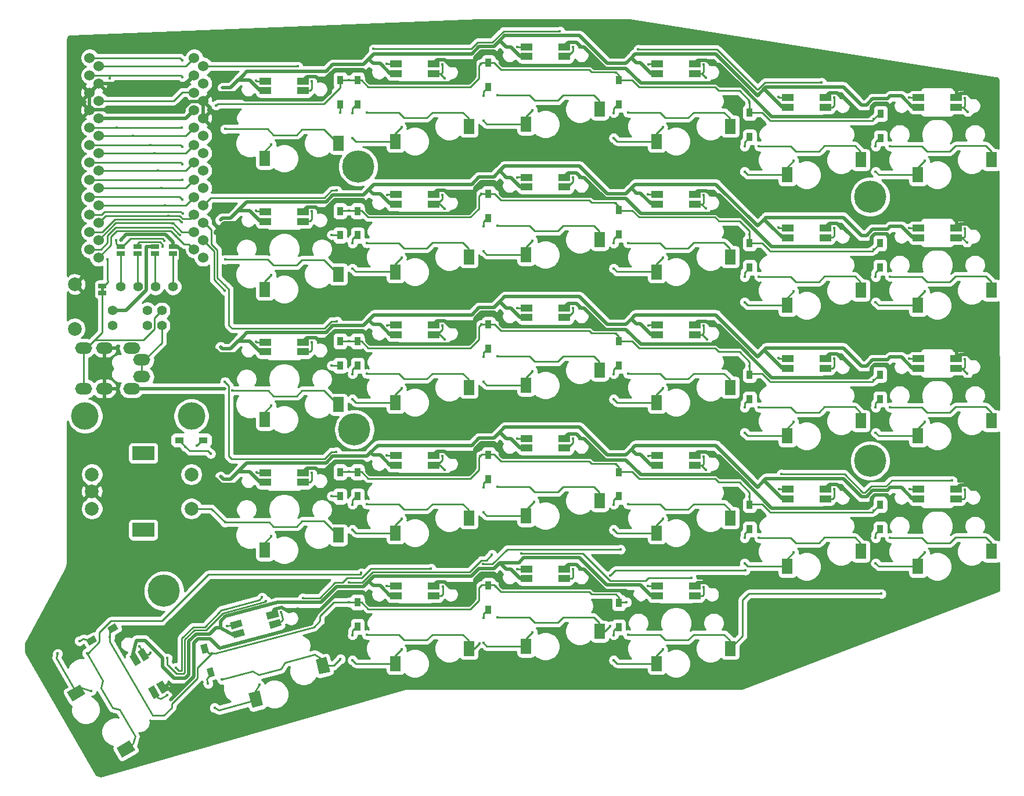
<source format=gtl>
G04 #@! TF.GenerationSoftware,KiCad,Pcbnew,(5.1.9-0-10_14)*
G04 #@! TF.CreationDate,2021-02-11T10:08:35-07:00*
G04 #@! TF.ProjectId,SofleKeyboard,536f666c-654b-4657-9962-6f6172642e6b,rev?*
G04 #@! TF.SameCoordinates,Original*
G04 #@! TF.FileFunction,Copper,L1,Top*
G04 #@! TF.FilePolarity,Positive*
%FSLAX46Y46*%
G04 Gerber Fmt 4.6, Leading zero omitted, Abs format (unit mm)*
G04 Created by KiCad (PCBNEW (5.1.9-0-10_14)) date 2021-02-11 10:08:35*
%MOMM*%
%LPD*%
G01*
G04 APERTURE LIST*
G04 #@! TA.AperFunction,EtchedComponent*
%ADD10C,0.100000*%
G04 #@! TD*
G04 #@! TA.AperFunction,SMDPad,CuDef*
%ADD11R,1.700000X1.000000*%
G04 #@! TD*
G04 #@! TA.AperFunction,SMDPad,CuDef*
%ADD12R,1.600000X2.200000*%
G04 #@! TD*
G04 #@! TA.AperFunction,SMDPad,CuDef*
%ADD13C,0.100000*%
G04 #@! TD*
G04 #@! TA.AperFunction,SMDPad,CuDef*
%ADD14R,0.950000X1.300000*%
G04 #@! TD*
G04 #@! TA.AperFunction,SMDPad,CuDef*
%ADD15R,1.300000X0.950000*%
G04 #@! TD*
G04 #@! TA.AperFunction,ComponentPad*
%ADD16C,1.524000*%
G04 #@! TD*
G04 #@! TA.AperFunction,ComponentPad*
%ADD17C,4.000000*%
G04 #@! TD*
G04 #@! TA.AperFunction,ComponentPad*
%ADD18C,1.397000*%
G04 #@! TD*
G04 #@! TA.AperFunction,SMDPad,CuDef*
%ADD19R,1.143000X0.635000*%
G04 #@! TD*
G04 #@! TA.AperFunction,ComponentPad*
%ADD20C,2.000000*%
G04 #@! TD*
G04 #@! TA.AperFunction,ComponentPad*
%ADD21C,4.700000*%
G04 #@! TD*
G04 #@! TA.AperFunction,ComponentPad*
%ADD22R,3.200000X2.000000*%
G04 #@! TD*
G04 #@! TA.AperFunction,ComponentPad*
%ADD23O,2.500000X1.700000*%
G04 #@! TD*
G04 #@! TA.AperFunction,ViaPad*
%ADD24C,0.400000*%
G04 #@! TD*
G04 #@! TA.AperFunction,Conductor*
%ADD25C,0.250000*%
G04 #@! TD*
G04 #@! TA.AperFunction,Conductor*
%ADD26C,0.500000*%
G04 #@! TD*
G04 #@! TA.AperFunction,Conductor*
%ADD27C,0.254000*%
G04 #@! TD*
G04 #@! TA.AperFunction,Conductor*
%ADD28C,0.100000*%
G04 #@! TD*
G04 APERTURE END LIST*
D10*
G36*
X94150000Y-74800000D02*
G01*
X94150000Y-75200000D01*
X93850000Y-75200000D01*
X93850000Y-74800000D01*
X94150000Y-74800000D01*
G37*
X94150000Y-74800000D02*
X94150000Y-75200000D01*
X93850000Y-75200000D01*
X93850000Y-74800000D01*
X94150000Y-74800000D01*
D11*
X142350000Y-119701000D03*
X136850000Y-119701000D03*
X142350000Y-118301000D03*
X136850000Y-118301000D03*
D12*
X136800000Y-129600000D03*
X147500000Y-127400000D03*
G04 #@! TA.AperFunction,SMDPad,CuDef*
D13*
G36*
X102406249Y-134268192D02*
G01*
X101540223Y-134768192D01*
X100690223Y-133295948D01*
X101556249Y-132795948D01*
X102406249Y-134268192D01*
G37*
G04 #@! TD.AperFunction*
G04 #@! TA.AperFunction,SMDPad,CuDef*
G36*
X99656249Y-129505052D02*
G01*
X98790223Y-130005052D01*
X97940223Y-128532808D01*
X98806249Y-128032808D01*
X99656249Y-129505052D01*
G37*
G04 #@! TD.AperFunction*
G04 #@! TA.AperFunction,SMDPad,CuDef*
G36*
X103618684Y-133568192D02*
G01*
X102752658Y-134068192D01*
X101902658Y-132595948D01*
X102768684Y-132095948D01*
X103618684Y-133568192D01*
G37*
G04 #@! TD.AperFunction*
G04 #@! TA.AperFunction,SMDPad,CuDef*
G36*
X100868684Y-128805052D02*
G01*
X100002658Y-129305052D01*
X99152658Y-127832808D01*
X100018684Y-127332808D01*
X100868684Y-128805052D01*
G37*
G04 #@! TD.AperFunction*
G04 #@! TA.AperFunction,SMDPad,CuDef*
G36*
X91553078Y-134067949D02*
G01*
X89647822Y-135167949D01*
X88847822Y-133782309D01*
X90753078Y-132682309D01*
X91553078Y-134067949D01*
G37*
G04 #@! TD.AperFunction*
G04 #@! TA.AperFunction,SMDPad,CuDef*
G36*
X98808334Y-142234421D02*
G01*
X96903078Y-143334421D01*
X96103078Y-141948781D01*
X98008334Y-140848781D01*
X98808334Y-142234421D01*
G37*
G04 #@! TD.AperFunction*
D11*
X180450000Y-119701000D03*
X174950000Y-119701000D03*
X180450000Y-118301000D03*
X174950000Y-118301000D03*
D12*
X174900000Y-129600000D03*
X185600000Y-127400000D03*
D11*
X199500000Y-48401000D03*
X194000000Y-48401000D03*
X199500000Y-47001000D03*
X194000000Y-47001000D03*
D12*
X193950000Y-58300000D03*
X204650000Y-56100000D03*
D11*
X123300000Y-46001000D03*
X117800000Y-46001000D03*
X123300000Y-44601000D03*
X117800000Y-44601000D03*
D12*
X117750000Y-55900000D03*
X128450000Y-53700000D03*
D11*
X161400000Y-41001000D03*
X155900000Y-41001000D03*
X161400000Y-39601000D03*
X155900000Y-39601000D03*
D12*
X155850000Y-50900000D03*
X166550000Y-48700000D03*
D11*
X142350000Y-43501000D03*
X136850000Y-43501000D03*
X142350000Y-42101000D03*
X136850000Y-42101000D03*
D12*
X136800000Y-53400000D03*
X147500000Y-51200000D03*
D11*
X180450000Y-43501000D03*
X174950000Y-43501000D03*
X180450000Y-42101000D03*
X174950000Y-42101000D03*
D12*
X174900000Y-53400000D03*
X185600000Y-51200000D03*
D11*
X199500000Y-105551000D03*
X194000000Y-105551000D03*
X199500000Y-104151000D03*
X194000000Y-104151000D03*
D12*
X193950000Y-115450000D03*
X204650000Y-113250000D03*
D11*
X161400000Y-117201000D03*
X155900000Y-117201000D03*
X161400000Y-115801000D03*
X155900000Y-115801000D03*
D12*
X155850000Y-127100000D03*
X166550000Y-124900000D03*
D11*
X199500000Y-86501000D03*
X194000000Y-86501000D03*
X199500000Y-85101000D03*
X194000000Y-85101000D03*
D12*
X193950000Y-96400000D03*
X204650000Y-94200000D03*
G04 #@! TA.AperFunction,SMDPad,CuDef*
D13*
G36*
X119912906Y-123122551D02*
G01*
X120171725Y-124088477D01*
X118529652Y-124528469D01*
X118270833Y-123562543D01*
X119912906Y-123122551D01*
G37*
G04 #@! TD.AperFunction*
G04 #@! TA.AperFunction,SMDPad,CuDef*
G36*
X114600314Y-124546056D02*
G01*
X114859133Y-125511982D01*
X113217060Y-125951974D01*
X112958241Y-124986048D01*
X114600314Y-124546056D01*
G37*
G04 #@! TD.AperFunction*
G04 #@! TA.AperFunction,SMDPad,CuDef*
G36*
X119550559Y-121770255D02*
G01*
X119809378Y-122736181D01*
X118167305Y-123176173D01*
X117908486Y-122210247D01*
X119550559Y-121770255D01*
G37*
G04 #@! TD.AperFunction*
G04 #@! TA.AperFunction,SMDPad,CuDef*
G36*
X114237967Y-123193760D02*
G01*
X114496786Y-124159686D01*
X112854713Y-124599678D01*
X112595894Y-123633752D01*
X114237967Y-123193760D01*
G37*
G04 #@! TD.AperFunction*
G04 #@! TA.AperFunction,SMDPad,CuDef*
G36*
X116910480Y-133554082D02*
G01*
X117479882Y-135679119D01*
X115934400Y-136093230D01*
X115364998Y-133968193D01*
X116910480Y-133554082D01*
G37*
G04 #@! TD.AperFunction*
G04 #@! TA.AperFunction,SMDPad,CuDef*
G36*
X126676484Y-128659681D02*
G01*
X127245886Y-130784718D01*
X125700404Y-131198829D01*
X125131002Y-129073792D01*
X126676484Y-128659681D01*
G37*
G04 #@! TD.AperFunction*
D11*
X218550000Y-105551000D03*
X213050000Y-105551000D03*
X218550000Y-104151000D03*
X213050000Y-104151000D03*
D12*
X213000000Y-115450000D03*
X223700000Y-113250000D03*
D11*
X180450000Y-100651000D03*
X174950000Y-100651000D03*
X180450000Y-99251000D03*
X174950000Y-99251000D03*
D12*
X174900000Y-110550000D03*
X185600000Y-108350000D03*
D11*
X161400000Y-98151000D03*
X155900000Y-98151000D03*
X161400000Y-96751000D03*
X155900000Y-96751000D03*
D12*
X155850000Y-108050000D03*
X166550000Y-105850000D03*
D11*
X142350000Y-100651000D03*
X136850000Y-100651000D03*
X142350000Y-99251000D03*
X136850000Y-99251000D03*
D12*
X136800000Y-110550000D03*
X147500000Y-108350000D03*
D11*
X123300000Y-103151000D03*
X117800000Y-103151000D03*
X123300000Y-101751000D03*
X117800000Y-101751000D03*
D12*
X117750000Y-113050000D03*
X128450000Y-110850000D03*
D11*
X218550000Y-86501000D03*
X213050000Y-86501000D03*
X218550000Y-85101000D03*
X213050000Y-85101000D03*
D12*
X213000000Y-96400000D03*
X223700000Y-94200000D03*
D11*
X180450000Y-81601000D03*
X174950000Y-81601000D03*
X180450000Y-80201000D03*
X174950000Y-80201000D03*
D12*
X174900000Y-91500000D03*
X185600000Y-89300000D03*
D11*
X142350000Y-81601000D03*
X136850000Y-81601000D03*
X142350000Y-80201000D03*
X136850000Y-80201000D03*
D12*
X136800000Y-91500000D03*
X147500000Y-89300000D03*
D11*
X123300000Y-84101000D03*
X117800000Y-84101000D03*
X123300000Y-82701000D03*
X117800000Y-82701000D03*
D12*
X117750000Y-94000000D03*
X128450000Y-91800000D03*
D11*
X218550000Y-67451000D03*
X213050000Y-67451000D03*
X218550000Y-66051000D03*
X213050000Y-66051000D03*
D12*
X213000000Y-77350000D03*
X223700000Y-75150000D03*
D11*
X199500000Y-67451000D03*
X194000000Y-67451000D03*
X199500000Y-66051000D03*
X194000000Y-66051000D03*
D12*
X193950000Y-77350000D03*
X204650000Y-75150000D03*
D11*
X180450000Y-62551000D03*
X174950000Y-62551000D03*
X180450000Y-61151000D03*
X174950000Y-61151000D03*
D12*
X174900000Y-72450000D03*
X185600000Y-70250000D03*
D11*
X123300000Y-65101000D03*
X117800000Y-65101000D03*
X123300000Y-63701000D03*
X117800000Y-63701000D03*
D12*
X117750000Y-75000000D03*
X128450000Y-72800000D03*
D11*
X218550000Y-48401000D03*
X213050000Y-48401000D03*
X218550000Y-47001000D03*
X213050000Y-47001000D03*
D12*
X213000000Y-58300000D03*
X223700000Y-56100000D03*
D11*
X161400000Y-60051000D03*
X155900000Y-60051000D03*
X161400000Y-58651000D03*
X155900000Y-58651000D03*
D12*
X155850000Y-69950000D03*
X166550000Y-67750000D03*
D11*
X142350000Y-62551000D03*
X136850000Y-62551000D03*
X142350000Y-61151000D03*
X136850000Y-61151000D03*
D12*
X136800000Y-72450000D03*
X147500000Y-70250000D03*
D11*
X161400000Y-79101000D03*
X155900000Y-79101000D03*
X161400000Y-77701000D03*
X155900000Y-77701000D03*
D12*
X155850000Y-89000000D03*
X166550000Y-86800000D03*
D14*
X169345000Y-120755000D03*
X169345000Y-124305000D03*
X150345000Y-121795000D03*
X150345000Y-118245000D03*
X131245000Y-120655000D03*
X131245000Y-124205000D03*
G04 #@! TA.AperFunction,SMDPad,CuDef*
D13*
G36*
X108287549Y-126941569D02*
G01*
X109205178Y-126695691D01*
X109541643Y-127951395D01*
X108624014Y-128197273D01*
X108287549Y-126941569D01*
G37*
G04 #@! TD.AperFunction*
G04 #@! TA.AperFunction,SMDPad,CuDef*
G36*
X109206357Y-130370605D02*
G01*
X110123986Y-130124727D01*
X110460451Y-131380431D01*
X109542822Y-131626309D01*
X109206357Y-130370605D01*
G37*
G04 #@! TD.AperFunction*
G04 #@! TA.AperFunction,SMDPad,CuDef*
G36*
X95869612Y-123727138D02*
G01*
X96344612Y-124549862D01*
X95218778Y-125199862D01*
X94743778Y-124377138D01*
X95869612Y-123727138D01*
G37*
G04 #@! TD.AperFunction*
G04 #@! TA.AperFunction,SMDPad,CuDef*
G36*
X92795222Y-125502138D02*
G01*
X93270222Y-126324862D01*
X92144388Y-126974862D01*
X91669388Y-126152138D01*
X92795222Y-125502138D01*
G37*
G04 #@! TD.AperFunction*
D15*
X105225000Y-97000000D03*
X108775000Y-97000000D03*
D14*
X207495000Y-106455000D03*
X207495000Y-110005000D03*
X188445000Y-106455000D03*
X188445000Y-110005000D03*
X169345000Y-101655000D03*
X169345000Y-105205000D03*
X150345000Y-99145000D03*
X150345000Y-102695000D03*
X131245000Y-101655000D03*
X131245000Y-105205000D03*
X128705000Y-105205000D03*
X128705000Y-101655000D03*
X207445000Y-87455000D03*
X207445000Y-91005000D03*
X188445000Y-87455000D03*
X188445000Y-91005000D03*
X169345000Y-82555000D03*
X169345000Y-86105000D03*
X150345000Y-80145000D03*
X150345000Y-83695000D03*
X131245000Y-82555000D03*
X131245000Y-86105000D03*
X128705000Y-86105000D03*
X128705000Y-82555000D03*
X207445000Y-68255000D03*
X207445000Y-71805000D03*
X188445000Y-68255000D03*
X188445000Y-71805000D03*
X169345000Y-63455000D03*
X169345000Y-67005000D03*
X150345000Y-61045000D03*
X150345000Y-64595000D03*
X131245000Y-63555000D03*
X131245000Y-67105000D03*
X128705000Y-67105000D03*
X128705000Y-63555000D03*
X207545000Y-49355000D03*
X207545000Y-52905000D03*
X188445000Y-49225000D03*
X188445000Y-52775000D03*
X169345000Y-44455000D03*
X169345000Y-48005000D03*
X150345000Y-41955000D03*
X150345000Y-45505000D03*
X131245000Y-44455000D03*
X131245000Y-48005000D03*
X128705000Y-48002000D03*
X128705000Y-44452000D03*
D16*
X93478815Y-47505745D03*
X108718815Y-65285745D03*
X93478815Y-57665745D03*
X108718815Y-55125745D03*
X108718815Y-50045745D03*
X93478815Y-67825745D03*
X108718815Y-47505745D03*
X108718815Y-42425745D03*
X93478815Y-62745745D03*
X108718815Y-70365745D03*
X93478815Y-55125745D03*
X93478815Y-44965745D03*
X93478815Y-50045745D03*
X93478815Y-52585745D03*
X93478815Y-65285745D03*
X93478815Y-60205745D03*
X108718815Y-62745745D03*
X108718815Y-60205745D03*
X93478815Y-70365745D03*
X108718815Y-67825745D03*
X108718815Y-44965745D03*
X93478815Y-42425745D03*
X108718815Y-57665745D03*
X108718815Y-52585745D03*
X92180000Y-41230000D03*
X92180000Y-43770000D03*
X92180000Y-46310000D03*
X92180000Y-48850000D03*
X92180000Y-51390000D03*
X92180000Y-53930000D03*
X92180000Y-56470000D03*
X92180000Y-59010000D03*
X92180000Y-61550000D03*
X92180000Y-64090000D03*
X92180000Y-66630000D03*
X92180000Y-69170000D03*
X107420000Y-69170000D03*
X107420000Y-66630000D03*
X107420000Y-64090000D03*
X107420000Y-61550000D03*
X107420000Y-59010000D03*
X107420000Y-56470000D03*
X107420000Y-53930000D03*
X107420000Y-51390000D03*
X107420000Y-48850000D03*
X107420000Y-46310000D03*
X107420000Y-43770000D03*
X107420000Y-41230000D03*
D17*
X107000000Y-93500000D03*
X91500000Y-93500000D03*
D18*
X104320000Y-74600000D03*
X101780000Y-74600000D03*
X99240000Y-74600000D03*
X96700000Y-74600000D03*
D19*
X94000000Y-74499620D03*
X94000000Y-75500380D03*
D20*
X90000000Y-80750000D03*
X90000000Y-74250000D03*
D19*
X96700000Y-68799620D03*
X96700000Y-69800380D03*
X99200000Y-68799620D03*
X99200000Y-69800380D03*
X101700000Y-68799620D03*
X101700000Y-69800380D03*
X104300000Y-68799620D03*
X104300000Y-69800380D03*
D18*
X100579272Y-80311965D03*
X95499272Y-80311965D03*
X100579272Y-78061965D03*
X95499272Y-78061965D03*
X102700000Y-78100000D03*
X102700000Y-80300000D03*
D21*
X206000000Y-100000000D03*
X130785000Y-95429000D03*
X131343000Y-57075000D03*
D20*
X107000000Y-107000000D03*
X107000000Y-102000000D03*
D22*
X100000000Y-110100000D03*
X100000000Y-98900000D03*
D20*
X92500000Y-107000000D03*
X92500000Y-104500000D03*
X92500000Y-102000000D03*
D21*
X103000000Y-119000000D03*
X206000000Y-61500000D03*
D23*
X98300000Y-89500000D03*
X99800000Y-85300000D03*
X91300000Y-89500000D03*
X94300000Y-89500000D03*
X91300000Y-83550000D03*
X94300000Y-83550000D03*
X98300000Y-83550000D03*
X99800000Y-87750000D03*
D24*
X118674000Y-53861000D03*
X128705000Y-49210360D03*
X170485000Y-120655000D03*
X151412407Y-118391593D03*
X130002940Y-120654080D03*
X105327833Y-67072169D03*
X110034374Y-128119626D03*
X95141015Y-125740985D03*
X109826120Y-98975640D03*
X106143120Y-97959640D03*
X137674000Y-51361000D03*
X130506000Y-52919000D03*
X130506000Y-49252000D03*
X156774000Y-48861000D03*
X149606000Y-50419000D03*
X149606000Y-46752000D03*
X105700000Y-59000000D03*
X206556000Y-50167000D03*
X130002940Y-44454080D03*
X149217240Y-42100760D03*
X168907000Y-43381990D03*
X188445000Y-47800520D03*
X110602000Y-48150240D03*
X175774000Y-51361000D03*
X168606000Y-52919000D03*
X168606000Y-49252000D03*
X206556000Y-69203500D03*
X130002940Y-63490580D03*
X105700000Y-61900000D03*
X149309500Y-61045000D03*
X168881120Y-62418490D03*
X188445000Y-67006400D03*
X128241120Y-60586489D03*
X187706000Y-54152000D03*
X187706000Y-57819000D03*
X194874000Y-56261000D03*
X206556000Y-88267000D03*
X130002940Y-82554080D03*
X149266320Y-80145000D03*
X168907000Y-81481990D03*
X188445000Y-86238340D03*
X105732756Y-63957326D03*
X128241120Y-79646240D03*
X213974000Y-56261000D03*
X206806000Y-57819000D03*
X206806000Y-54152000D03*
X206556000Y-107317000D03*
X130002940Y-101604080D03*
X105600000Y-65200000D03*
X149138500Y-99329500D03*
X168907000Y-100531990D03*
X188445000Y-105255320D03*
X128139520Y-98699989D03*
X111902000Y-75175840D03*
X111902000Y-88498138D03*
X118674000Y-72897500D03*
X127462940Y-67046580D03*
X137674000Y-70397500D03*
X130506000Y-71955500D03*
X130506000Y-68288500D03*
X156774000Y-67897500D03*
X149606000Y-69455500D03*
X149606000Y-65788500D03*
X175774000Y-70397500D03*
X168606000Y-71955500D03*
X168606000Y-68288500D03*
X187706000Y-73188500D03*
X187706000Y-76855500D03*
X194874000Y-75297500D03*
X213974000Y-75297500D03*
X206806000Y-76855500D03*
X206806000Y-73188500D03*
X118674000Y-91961000D03*
X127462940Y-86110080D03*
X137674000Y-89461000D03*
X130506000Y-91019000D03*
X130506000Y-87352000D03*
X156774000Y-86961000D03*
X149606000Y-88519000D03*
X149606000Y-84852000D03*
X175774000Y-89461000D03*
X168606000Y-91019000D03*
X168606000Y-87352000D03*
X187706000Y-92252000D03*
X187706000Y-95919000D03*
X194874000Y-94361000D03*
X213974000Y-94361000D03*
X206806000Y-95919000D03*
X206806000Y-92252000D03*
X118674000Y-111011000D03*
X127462940Y-105160080D03*
X137674000Y-108511000D03*
X130506000Y-110069000D03*
X130506000Y-106402000D03*
X149606000Y-107569000D03*
X149606000Y-103902000D03*
X157023630Y-106011000D03*
X175774000Y-108511000D03*
X168606000Y-110069000D03*
X168606000Y-106402000D03*
X187706000Y-111302000D03*
X187706000Y-114969000D03*
X194874000Y-113411000D03*
X213974000Y-113411000D03*
X206806000Y-114969000D03*
X206806000Y-111302000D03*
X92434759Y-133580730D03*
X87501492Y-128152060D03*
X90677207Y-126318560D03*
X109441063Y-132522867D03*
X116910669Y-132704788D03*
X110390152Y-136064917D03*
X137674000Y-127561000D03*
X130506000Y-129119000D03*
X130506000Y-125452000D03*
X98999004Y-126216015D03*
X111252089Y-124365260D03*
X153610002Y-115824000D03*
X172498998Y-118110000D03*
X134520000Y-118239000D03*
X134520000Y-99189000D03*
X153610002Y-96774000D03*
X210566000Y-103929998D03*
X172498998Y-99060000D03*
X191548499Y-103909501D03*
X115470000Y-101602000D03*
X134520000Y-80139000D03*
X153610002Y-77724000D03*
X210566000Y-84879998D03*
X172498998Y-80010000D03*
X191548499Y-84859501D03*
X115470000Y-82552000D03*
X134520000Y-61075500D03*
X153610002Y-58660500D03*
X210566000Y-65816498D03*
X172498998Y-60946500D03*
X191548499Y-65796001D03*
X115470000Y-63488500D03*
X100400008Y-68800000D03*
X100400000Y-50045745D03*
X153610002Y-39624000D03*
X210566000Y-46779998D03*
X172498998Y-41910000D03*
X191548499Y-46759501D03*
X111560000Y-45595000D03*
X111252000Y-83407000D03*
X111252000Y-102330000D03*
X115470000Y-44452000D03*
X134520000Y-42039000D03*
X111252000Y-64873000D03*
X111959443Y-122729443D03*
X111827640Y-89501440D03*
X103959570Y-134905964D03*
X120929824Y-121822845D03*
X163845008Y-115837998D03*
X182782000Y-118364000D03*
X144526000Y-118287998D03*
X182782000Y-99314000D03*
X125663998Y-101600000D03*
X144526000Y-99237998D03*
X220823998Y-104140000D03*
X163845008Y-96787998D03*
X201876002Y-104187998D03*
X182782000Y-80264000D03*
X125663998Y-82550000D03*
X144526000Y-80187998D03*
X220823998Y-85090000D03*
X163845008Y-77737998D03*
X201876002Y-85137998D03*
X182782000Y-61200500D03*
X125663998Y-63486500D03*
X144526000Y-61124498D03*
X220823998Y-66026500D03*
X163845008Y-58674498D03*
X201876002Y-66074498D03*
X96700000Y-67800000D03*
X96900000Y-48800000D03*
X96900000Y-44965745D03*
X125663998Y-44450000D03*
X144526000Y-42087998D03*
X220823998Y-46990000D03*
X110497745Y-102591745D03*
X110497745Y-83795745D03*
X201876002Y-47037998D03*
X182782000Y-42164000D03*
X163845008Y-39637998D03*
X110497745Y-66794255D03*
X109755000Y-125986000D03*
X110497745Y-76605745D03*
X104936620Y-124248640D03*
X149767620Y-36745640D03*
X115223620Y-57637140D03*
X115287120Y-113771140D03*
X114271120Y-75607640D03*
X114461620Y-94721140D03*
X170692000Y-125404000D03*
X208892000Y-111254000D03*
X208892000Y-92204000D03*
X208892000Y-73140500D03*
X208892000Y-54104000D03*
X102117351Y-57700640D03*
X207616120Y-119422640D03*
X151692000Y-122904000D03*
X189792000Y-111254000D03*
X189792000Y-92204000D03*
X189792000Y-73140500D03*
X189792000Y-54104000D03*
X102642351Y-60240640D03*
X168119120Y-124121640D03*
X168119120Y-116755640D03*
X187804120Y-115993640D03*
X132592000Y-125404000D03*
X170692000Y-106354000D03*
X170692000Y-87304000D03*
X170692000Y-68240500D03*
X170692000Y-49204000D03*
X103167351Y-62780640D03*
X149007881Y-126666503D03*
X169579620Y-112945640D03*
X149513620Y-115104640D03*
X111443561Y-131936606D03*
X151692000Y-103854000D03*
X151692000Y-84804000D03*
X151692000Y-65740500D03*
X151692000Y-46704000D03*
X103692351Y-64287640D03*
X130019120Y-117749989D03*
X128749120Y-128947640D03*
X150844181Y-113704701D03*
X91761776Y-128101089D03*
X132592000Y-106354000D03*
X132592000Y-87304000D03*
X132592000Y-68240500D03*
X132592000Y-49204000D03*
X104217351Y-65373666D03*
X131797120Y-116374640D03*
X105600000Y-51400000D03*
X96100000Y-51390000D03*
X96050000Y-67805847D03*
X103100000Y-67900000D03*
X105700006Y-41600000D03*
X124602379Y-44592379D03*
X122526120Y-42460640D03*
X105700018Y-54200000D03*
X102826022Y-68770500D03*
X101050008Y-53930000D03*
X156774000Y-125061000D03*
X149606000Y-126619000D03*
X149606000Y-122952000D03*
X105699992Y-56700000D03*
X94800000Y-70600000D03*
X105700000Y-44000000D03*
X95100000Y-44200000D03*
X175774000Y-127561000D03*
X168606000Y-129119000D03*
X168606000Y-125452000D03*
X107775000Y-97775000D03*
X104742351Y-67229150D03*
X111921620Y-51604640D03*
X111921620Y-70654640D03*
X113001120Y-89768140D03*
X111921620Y-109008640D03*
X101588120Y-55125745D03*
X98514255Y-52585745D03*
X124602379Y-63628879D03*
X116471155Y-44512918D03*
X162650012Y-39629978D03*
X133575120Y-39920640D03*
X160753120Y-37325000D03*
X135480000Y-42079760D03*
X162650012Y-58666478D03*
X154525955Y-39620713D03*
X219807379Y-66123879D03*
X211721643Y-85116402D03*
X220125620Y-68178140D03*
X124602379Y-82692379D03*
X116471155Y-63549418D03*
X173577119Y-61105381D03*
X181700012Y-42213999D03*
X182089120Y-44111640D03*
X173647499Y-80239261D03*
X182025620Y-63161640D03*
X181708120Y-61256640D03*
X200762362Y-66080147D03*
X192622667Y-46914429D03*
X124602379Y-101742379D03*
X116471155Y-82612918D03*
X143989120Y-63247510D03*
X143608120Y-61183843D03*
X135543500Y-80243260D03*
X162650012Y-96779978D03*
X154525955Y-77720713D03*
X200762362Y-104193647D03*
X192622667Y-85014429D03*
X103468847Y-134174698D03*
X117319120Y-119930640D03*
X104746120Y-130217640D03*
X116493500Y-101706260D03*
X99446233Y-127058383D03*
X120096468Y-122107581D03*
X101063120Y-128058640D03*
X103491120Y-128820640D03*
X117904932Y-120463425D03*
X154525955Y-115820713D03*
X155165120Y-113534150D03*
X179930120Y-117073140D03*
X181729128Y-118427648D03*
X135473127Y-99222873D03*
X143989120Y-82311010D03*
X143608120Y-80247343D03*
X162650012Y-77729978D03*
X154525955Y-58657213D03*
X200762362Y-85143647D03*
X192622667Y-65950929D03*
X211721643Y-66052902D03*
X219807379Y-47087379D03*
X220252620Y-49128140D03*
X154525955Y-96770713D03*
X162650002Y-115829977D03*
X219807379Y-104237379D03*
X193074620Y-101968000D03*
X217966620Y-102912640D03*
X192749998Y-104182640D03*
X143989120Y-44211010D03*
X143600000Y-42194758D03*
X135550250Y-61186510D03*
X135473127Y-118272873D03*
X143989120Y-101361010D03*
X143629869Y-99314889D03*
X143678106Y-118359344D03*
X112181506Y-124151291D03*
X123288120Y-120039736D03*
X141957120Y-115739640D03*
X200762362Y-47043647D03*
X173647499Y-42139261D03*
X172183120Y-39992000D03*
X198916620Y-44818000D03*
X211721643Y-47016402D03*
X181700012Y-80313999D03*
X182216120Y-82311010D03*
X173647499Y-99289261D03*
X219807379Y-85187379D03*
X211743620Y-104166401D03*
X220189120Y-87291640D03*
X173577119Y-118268881D03*
X182089120Y-101325140D03*
X181729128Y-99377648D03*
D25*
X117700000Y-55900000D02*
X117700000Y-54835000D01*
X117700000Y-54835000D02*
X118674000Y-53861000D01*
X128705000Y-48002000D02*
X128705000Y-49210360D01*
X124904240Y-124263654D02*
X110513556Y-128119626D01*
X170485000Y-120655000D02*
X169345000Y-120655000D01*
X168907000Y-119507000D02*
X169345000Y-119945000D01*
X165354000Y-119507000D02*
X168907000Y-119507000D01*
X169345000Y-119945000D02*
X169345000Y-120655000D01*
X152195813Y-119174999D02*
X165021999Y-119174999D01*
X165021999Y-119174999D02*
X165354000Y-119507000D01*
X150345000Y-118155000D02*
X151175814Y-118155000D01*
X151412407Y-118391593D02*
X152195813Y-119174999D01*
X151175814Y-118155000D02*
X151412407Y-118391593D01*
X131831814Y-120655000D02*
X131245000Y-120655000D01*
X147711166Y-121636020D02*
X132812834Y-121636020D01*
X148965010Y-120382176D02*
X147711166Y-121636020D01*
X132812834Y-121636020D02*
X131831814Y-120655000D01*
X150345000Y-118155000D02*
X149363000Y-118155000D01*
X148965010Y-118552990D02*
X148965010Y-120382176D01*
X149363000Y-118155000D02*
X148965010Y-118552990D01*
X131242000Y-120652000D02*
X131245000Y-120655000D01*
X130000860Y-120652000D02*
X130002940Y-120654080D01*
X130000860Y-120652000D02*
X131242000Y-120652000D01*
X105300001Y-67100001D02*
X105300001Y-67100001D01*
X109587740Y-128119626D02*
X108914596Y-127446482D01*
X127786920Y-120654080D02*
X130002940Y-120654080D01*
X125780569Y-122660431D02*
X127786920Y-120654080D01*
X125780569Y-123387325D02*
X124904240Y-124263654D01*
X125780569Y-122660431D02*
X125780569Y-123387325D01*
X95141015Y-124866680D02*
X95544195Y-124463500D01*
X110034374Y-128119626D02*
X109587740Y-128119626D01*
X110513556Y-128119626D02*
X110034374Y-128119626D01*
X95141015Y-125740985D02*
X95141015Y-124866680D01*
X95141015Y-126436076D02*
X95141015Y-125740985D01*
X104211304Y-65955640D02*
X105127834Y-66872170D01*
X95985330Y-65955640D02*
X104211304Y-65955640D01*
X105127834Y-66872170D02*
X105327833Y-67072169D01*
X92180000Y-69170000D02*
X93830000Y-69170000D01*
X94800000Y-67140970D02*
X95985330Y-65955640D01*
X94800000Y-68200000D02*
X94800000Y-67140970D01*
X93830000Y-69170000D02*
X94800000Y-68200000D01*
X105225000Y-97000000D02*
X105225000Y-97041520D01*
X109445120Y-98594640D02*
X109826120Y-98975640D01*
X106778120Y-98594640D02*
X109445120Y-98594640D01*
X106143120Y-97959640D02*
X106778120Y-98594640D01*
X105225000Y-97041520D02*
X106143120Y-97959640D01*
X107917008Y-130236992D02*
X107917008Y-131761712D01*
X110034374Y-128119626D02*
X107917008Y-130236992D01*
X107917008Y-131761712D02*
X104161920Y-135516800D01*
X104161920Y-135516800D02*
X104161920Y-136034240D01*
X102986657Y-137209503D02*
X101361057Y-137209503D01*
X101361057Y-137209503D02*
X95141015Y-126436076D01*
X104161920Y-136034240D02*
X102986657Y-137209503D01*
X130506000Y-48614000D02*
X131245000Y-47875000D01*
X130506000Y-49252000D02*
X130506000Y-48614000D01*
X136700000Y-53400000D02*
X136700000Y-52787000D01*
X130987000Y-53400000D02*
X130506000Y-52919000D01*
X136700000Y-53400000D02*
X130987000Y-53400000D01*
X136700000Y-53400000D02*
X136700000Y-52335000D01*
X136700000Y-52335000D02*
X137674000Y-51361000D01*
X149606000Y-46114000D02*
X150345000Y-45375000D01*
X149606000Y-46752000D02*
X149606000Y-46114000D01*
X155800000Y-50900000D02*
X155800000Y-50287000D01*
X150087000Y-50900000D02*
X149606000Y-50419000D01*
X155800000Y-50900000D02*
X150087000Y-50900000D01*
X155800000Y-50900000D02*
X155800000Y-49835000D01*
X155800000Y-49835000D02*
X156774000Y-48861000D01*
X92180000Y-59010000D02*
X105690000Y-59010000D01*
X105690000Y-59010000D02*
X105700000Y-59000000D01*
X189612000Y-49225000D02*
X188445000Y-49225000D01*
X172296832Y-45436020D02*
X171315812Y-44455000D01*
X183373814Y-45436020D02*
X172296832Y-45436020D01*
X188445000Y-47475000D02*
X186944000Y-45974000D01*
X183911794Y-45974000D02*
X183373814Y-45436020D01*
X186944000Y-45974000D02*
X183911794Y-45974000D01*
X170485000Y-44455000D02*
X169345000Y-44455000D01*
X171315812Y-44455000D02*
X170485000Y-44455000D01*
X168907000Y-43307000D02*
X169345000Y-43745000D01*
X165354000Y-43307000D02*
X168907000Y-43307000D01*
X169345000Y-43745000D02*
X169345000Y-44455000D01*
X152195813Y-42974999D02*
X165021999Y-42974999D01*
X165021999Y-42974999D02*
X165354000Y-43307000D01*
X150345000Y-41955000D02*
X151175814Y-41955000D01*
X151412407Y-42191593D02*
X152195813Y-42974999D01*
X151175814Y-41955000D02*
X151412407Y-42191593D01*
X131831814Y-44455000D02*
X131245000Y-44455000D01*
X147711166Y-45436020D02*
X132812834Y-45436020D01*
X148965010Y-44182176D02*
X147711166Y-45436020D01*
X132812834Y-45436020D02*
X131831814Y-44455000D01*
X150345000Y-41955000D02*
X149363000Y-41955000D01*
X148965010Y-42352990D02*
X148965010Y-44182176D01*
X189612000Y-49225000D02*
X190247000Y-49225000D01*
X190247000Y-49225000D02*
X191344999Y-50322999D01*
X191344999Y-50322999D02*
X191344999Y-50374999D01*
X191344999Y-50374999D02*
X205997240Y-50374999D01*
X206348001Y-50374999D02*
X206556000Y-50167000D01*
X205997240Y-50374999D02*
X206348001Y-50374999D01*
X207368000Y-49355000D02*
X206556000Y-50167000D01*
X207545000Y-49355000D02*
X207368000Y-49355000D01*
X131242000Y-44452000D02*
X131245000Y-44455000D01*
X130000860Y-44452000D02*
X130002940Y-44454080D01*
X128705000Y-44452000D02*
X130000860Y-44452000D01*
X130000860Y-44452000D02*
X131242000Y-44452000D01*
X149217240Y-42100760D02*
X148965010Y-42352990D01*
X149363000Y-41955000D02*
X149217240Y-42100760D01*
X188445000Y-47800520D02*
X188445000Y-47475000D01*
X188445000Y-49225000D02*
X188445000Y-47800520D01*
X128705000Y-44452000D02*
X128705000Y-45590186D01*
X128705000Y-45590186D02*
X126359166Y-47936020D01*
X126359166Y-47936020D02*
X123364320Y-47936020D01*
X110816220Y-47936020D02*
X110602000Y-48150240D01*
X123364320Y-47936020D02*
X110816220Y-47936020D01*
X168606000Y-48614000D02*
X169345000Y-47875000D01*
X168606000Y-49252000D02*
X168606000Y-48614000D01*
X174800000Y-53400000D02*
X174800000Y-52787000D01*
X169087000Y-53400000D02*
X168606000Y-52919000D01*
X174800000Y-53400000D02*
X169087000Y-53400000D01*
X174800000Y-53400000D02*
X174800000Y-52335000D01*
X174800000Y-52335000D02*
X175774000Y-51361000D01*
X189612000Y-68261500D02*
X188445000Y-68261500D01*
X172296832Y-64472520D02*
X171315812Y-63491500D01*
X183373814Y-64472520D02*
X172296832Y-64472520D01*
X188445000Y-66511500D02*
X186944000Y-65010500D01*
X183911794Y-65010500D02*
X183373814Y-64472520D01*
X186944000Y-65010500D02*
X183911794Y-65010500D01*
X170485000Y-63491500D02*
X169345000Y-63491500D01*
X171315812Y-63491500D02*
X170485000Y-63491500D01*
X165354000Y-62343500D02*
X168907000Y-62343500D01*
X152195813Y-62011499D02*
X165021999Y-62011499D01*
X165021999Y-62011499D02*
X165354000Y-62343500D01*
X151412407Y-61228093D02*
X152195813Y-62011499D01*
X131831814Y-63491500D02*
X131245000Y-63491500D01*
X147711166Y-64472520D02*
X132812834Y-64472520D01*
X148965010Y-63218676D02*
X147711166Y-64472520D01*
X132812834Y-64472520D02*
X131831814Y-63491500D01*
X148965010Y-61389490D02*
X148965010Y-63218676D01*
X189612000Y-68261500D02*
X190247000Y-68261500D01*
X190247000Y-68261500D02*
X191344999Y-69359499D01*
X191344999Y-69359499D02*
X191344999Y-69411499D01*
X191344999Y-69411499D02*
X205997240Y-69411499D01*
X206348001Y-69411499D02*
X206556000Y-69203500D01*
X205997240Y-69411499D02*
X206348001Y-69411499D01*
X207368000Y-68391500D02*
X206556000Y-69203500D01*
X207545000Y-68391500D02*
X207368000Y-68391500D01*
X131242000Y-63488500D02*
X131245000Y-63491500D01*
X130000860Y-63488500D02*
X130002940Y-63490580D01*
X128705000Y-63488500D02*
X130000860Y-63488500D01*
X130000860Y-63488500D02*
X131242000Y-63488500D01*
X92230000Y-61450000D02*
X105250000Y-61450000D01*
X105250000Y-61450000D02*
X105500001Y-61700001D01*
X105500001Y-61700001D02*
X105700000Y-61900000D01*
X151412407Y-61228093D02*
X151405313Y-61228093D01*
X151222220Y-61045000D02*
X150345000Y-61045000D01*
X151405313Y-61228093D02*
X151222220Y-61045000D01*
X149309500Y-61045000D02*
X148965010Y-61389490D01*
X150345000Y-61045000D02*
X149309500Y-61045000D01*
X169345000Y-62882370D02*
X168881120Y-62418490D01*
X169345000Y-63455000D02*
X169345000Y-62882370D01*
X188445000Y-67006400D02*
X188445000Y-66511500D01*
X188445000Y-68261500D02*
X188445000Y-67006400D01*
X109821070Y-61643490D02*
X108718815Y-62745745D01*
X126404859Y-61643490D02*
X109821070Y-61643490D01*
X127461860Y-60586489D02*
X126404859Y-61643490D01*
X128241120Y-60586489D02*
X127461860Y-60586489D01*
X193900000Y-58300000D02*
X188187000Y-58300000D01*
X188187000Y-58300000D02*
X187706000Y-57819000D01*
X193900000Y-58300000D02*
X193900000Y-57687000D01*
X187706000Y-53514000D02*
X188445000Y-52775000D01*
X187706000Y-54152000D02*
X187706000Y-53514000D01*
X193900000Y-57235000D02*
X194874000Y-56261000D01*
X193900000Y-58300000D02*
X193900000Y-57235000D01*
X189612000Y-87325000D02*
X188445000Y-87325000D01*
X172296832Y-83536020D02*
X171315812Y-82555000D01*
X183373814Y-83536020D02*
X172296832Y-83536020D01*
X188445000Y-85575000D02*
X186944000Y-84074000D01*
X183911794Y-84074000D02*
X183373814Y-83536020D01*
X186944000Y-84074000D02*
X183911794Y-84074000D01*
X170485000Y-82555000D02*
X169345000Y-82555000D01*
X171315812Y-82555000D02*
X170485000Y-82555000D01*
X165354000Y-81407000D02*
X168907000Y-81407000D01*
X152195813Y-81074999D02*
X165021999Y-81074999D01*
X165021999Y-81074999D02*
X165354000Y-81407000D01*
X151412407Y-80291593D02*
X152195813Y-81074999D01*
X189612000Y-87325000D02*
X190247000Y-87325000D01*
X190247000Y-87325000D02*
X191344999Y-88422999D01*
X191344999Y-88422999D02*
X191344999Y-88474999D01*
X191344999Y-88474999D02*
X205997240Y-88474999D01*
X206348001Y-88474999D02*
X206556000Y-88267000D01*
X205997240Y-88474999D02*
X206348001Y-88474999D01*
X207368000Y-87455000D02*
X206556000Y-88267000D01*
X207545000Y-87455000D02*
X207368000Y-87455000D01*
X131242000Y-82552000D02*
X131245000Y-82555000D01*
X130000860Y-82552000D02*
X130002940Y-82554080D01*
X128705000Y-82552000D02*
X130000860Y-82552000D01*
X130000860Y-82552000D02*
X131242000Y-82552000D01*
X151412407Y-80291593D02*
X151408653Y-80291593D01*
X151262060Y-80145000D02*
X150345000Y-80145000D01*
X151408653Y-80291593D02*
X151262060Y-80145000D01*
X149271400Y-80145000D02*
X150345000Y-80145000D01*
X132812834Y-83536020D02*
X147711166Y-83536020D01*
X147711166Y-83536020D02*
X148965010Y-82282176D01*
X148965010Y-82282176D02*
X148965010Y-80451390D01*
X148965010Y-80451390D02*
X149271400Y-80145000D01*
X131831814Y-82555000D02*
X132812834Y-83536020D01*
X131245000Y-82555000D02*
X131831814Y-82555000D01*
X169345000Y-81919990D02*
X168907000Y-81481990D01*
X169345000Y-82555000D02*
X169345000Y-81919990D01*
X188445000Y-86238340D02*
X188445000Y-85575000D01*
X188445000Y-87325000D02*
X188445000Y-86238340D01*
X94326115Y-63669640D02*
X105445070Y-63669640D01*
X105445070Y-63669640D02*
X105732756Y-63957326D01*
X93905755Y-64090000D02*
X94326115Y-63669640D01*
X92180000Y-64090000D02*
X93905755Y-64090000D01*
X127453720Y-79646240D02*
X128241120Y-79646240D01*
X127453720Y-79658129D02*
X127453720Y-79646240D01*
X126404859Y-80706990D02*
X127453720Y-79658129D01*
X111934320Y-74464640D02*
X111967802Y-74464640D01*
X112493120Y-80243140D02*
X112956970Y-80706990D01*
X112493120Y-74989958D02*
X112493120Y-80243140D01*
X110765920Y-73296240D02*
X111934320Y-74464640D01*
X112956970Y-80706990D02*
X126404859Y-80706990D01*
X110765920Y-69232240D02*
X110765920Y-73296240D01*
X109922735Y-68389055D02*
X110765920Y-69232240D01*
X109922735Y-66316225D02*
X109922735Y-68389055D01*
X108892255Y-65285745D02*
X109922735Y-66316225D01*
X111967802Y-74464640D02*
X112493120Y-74989958D01*
X108718815Y-65285745D02*
X108892255Y-65285745D01*
X206806000Y-53514000D02*
X207545000Y-52775000D01*
X206806000Y-54152000D02*
X206806000Y-53514000D01*
X213000000Y-58300000D02*
X213000000Y-57687000D01*
X207287000Y-58300000D02*
X206806000Y-57819000D01*
X213000000Y-58300000D02*
X207287000Y-58300000D01*
X213000000Y-58300000D02*
X213000000Y-57235000D01*
X213000000Y-57235000D02*
X213974000Y-56261000D01*
X189612000Y-106375000D02*
X188445000Y-106375000D01*
X172296832Y-102586020D02*
X171315812Y-101605000D01*
X183373814Y-102586020D02*
X172296832Y-102586020D01*
X188445000Y-104625000D02*
X186944000Y-103124000D01*
X183911794Y-103124000D02*
X183373814Y-102586020D01*
X186944000Y-103124000D02*
X183911794Y-103124000D01*
X170485000Y-101605000D02*
X169345000Y-101605000D01*
X171315812Y-101605000D02*
X170485000Y-101605000D01*
X165354000Y-100457000D02*
X168907000Y-100457000D01*
X152195813Y-100124999D02*
X165021999Y-100124999D01*
X165021999Y-100124999D02*
X165354000Y-100457000D01*
X150345000Y-99105000D02*
X151175814Y-99105000D01*
X151412407Y-99341593D02*
X152195813Y-100124999D01*
X151175814Y-99105000D02*
X151412407Y-99341593D01*
X131831814Y-101605000D02*
X131245000Y-101605000D01*
X147711166Y-102586020D02*
X132812834Y-102586020D01*
X148965010Y-101332176D02*
X147711166Y-102586020D01*
X132812834Y-102586020D02*
X131831814Y-101605000D01*
X150345000Y-99105000D02*
X149363000Y-99105000D01*
X148965010Y-99502990D02*
X148965010Y-101332176D01*
X189612000Y-106375000D02*
X190247000Y-106375000D01*
X190247000Y-106375000D02*
X191344999Y-107472999D01*
X191344999Y-107472999D02*
X191344999Y-107524999D01*
X191344999Y-107524999D02*
X205997240Y-107524999D01*
X206348001Y-107524999D02*
X206556000Y-107317000D01*
X205997240Y-107524999D02*
X206348001Y-107524999D01*
X207368000Y-106505000D02*
X206556000Y-107317000D01*
X207545000Y-106505000D02*
X207368000Y-106505000D01*
X131242000Y-101602000D02*
X131245000Y-101605000D01*
X130000860Y-101602000D02*
X130002940Y-101604080D01*
X128705000Y-101602000D02*
X130000860Y-101602000D01*
X130000860Y-101602000D02*
X131242000Y-101602000D01*
X149138500Y-99329500D02*
X148965010Y-99502990D01*
X149363000Y-99105000D02*
X149138500Y-99329500D01*
X169345000Y-100969990D02*
X168907000Y-100531990D01*
X169345000Y-101655000D02*
X169345000Y-100969990D01*
X188445000Y-105255320D02*
X188445000Y-104625000D01*
X188445000Y-106375000D02*
X188445000Y-105255320D01*
X95855509Y-64812640D02*
X105212640Y-64812640D01*
X105212640Y-64812640D02*
X105600000Y-65200000D01*
X94038149Y-66630000D02*
X95855509Y-64812640D01*
X92180000Y-66630000D02*
X94038149Y-66630000D01*
X111902000Y-75175840D02*
X110315910Y-73589750D01*
X110315910Y-69422840D02*
X108718815Y-67825745D01*
X110315910Y-73589750D02*
X110315910Y-69422840D01*
X126404859Y-99756990D02*
X127461860Y-98699989D01*
X112476118Y-89072256D02*
X112476118Y-99339638D01*
X127461860Y-98699989D02*
X128139520Y-98699989D01*
X112893470Y-99756990D02*
X126404859Y-99756990D01*
X112476118Y-99339638D02*
X112893470Y-99756990D01*
X111902000Y-88498138D02*
X112476118Y-89072256D01*
X117700000Y-74936500D02*
X117700000Y-73871500D01*
X117700000Y-73871500D02*
X118674000Y-72897500D01*
X127471020Y-67038500D02*
X127462940Y-67046580D01*
X128705000Y-67038500D02*
X127471020Y-67038500D01*
X130506000Y-67650500D02*
X131245000Y-66911500D01*
X130506000Y-68288500D02*
X130506000Y-67650500D01*
X136700000Y-72436500D02*
X136700000Y-71823500D01*
X130987000Y-72436500D02*
X130506000Y-71955500D01*
X136700000Y-72436500D02*
X130987000Y-72436500D01*
X136700000Y-72436500D02*
X136700000Y-71371500D01*
X136700000Y-71371500D02*
X137674000Y-70397500D01*
X149606000Y-65150500D02*
X150345000Y-64411500D01*
X149606000Y-65788500D02*
X149606000Y-65150500D01*
X155800000Y-69936500D02*
X155800000Y-69323500D01*
X150087000Y-69936500D02*
X149606000Y-69455500D01*
X155800000Y-69936500D02*
X150087000Y-69936500D01*
X155800000Y-69936500D02*
X155800000Y-68871500D01*
X155800000Y-68871500D02*
X156774000Y-67897500D01*
X168606000Y-67650500D02*
X169345000Y-66911500D01*
X168606000Y-68288500D02*
X168606000Y-67650500D01*
X174800000Y-72436500D02*
X174800000Y-71823500D01*
X169087000Y-72436500D02*
X168606000Y-71955500D01*
X174800000Y-72436500D02*
X169087000Y-72436500D01*
X174800000Y-72436500D02*
X174800000Y-71371500D01*
X174800000Y-71371500D02*
X175774000Y-70397500D01*
X193900000Y-77336500D02*
X188187000Y-77336500D01*
X188187000Y-77336500D02*
X187706000Y-76855500D01*
X193900000Y-77336500D02*
X193900000Y-76723500D01*
X187706000Y-72550500D02*
X188445000Y-71811500D01*
X187706000Y-73188500D02*
X187706000Y-72550500D01*
X193900000Y-76271500D02*
X194874000Y-75297500D01*
X193900000Y-77336500D02*
X193900000Y-76271500D01*
X206806000Y-72550500D02*
X207545000Y-71811500D01*
X206806000Y-73188500D02*
X206806000Y-72550500D01*
X213000000Y-77336500D02*
X213000000Y-76723500D01*
X207287000Y-77336500D02*
X206806000Y-76855500D01*
X213000000Y-77336500D02*
X207287000Y-77336500D01*
X213000000Y-77336500D02*
X213000000Y-76271500D01*
X213000000Y-76271500D02*
X213974000Y-75297500D01*
X117700000Y-94000000D02*
X117700000Y-92935000D01*
X117700000Y-92935000D02*
X118674000Y-91961000D01*
X127471020Y-86102000D02*
X127462940Y-86110080D01*
X128705000Y-86102000D02*
X127471020Y-86102000D01*
X130506000Y-86714000D02*
X131245000Y-85975000D01*
X130506000Y-87352000D02*
X130506000Y-86714000D01*
X136700000Y-91500000D02*
X136700000Y-90887000D01*
X130987000Y-91500000D02*
X130506000Y-91019000D01*
X136700000Y-91500000D02*
X130987000Y-91500000D01*
X136700000Y-91500000D02*
X136700000Y-90435000D01*
X136700000Y-90435000D02*
X137674000Y-89461000D01*
X149606000Y-84214000D02*
X150345000Y-83475000D01*
X149606000Y-84852000D02*
X149606000Y-84214000D01*
X155800000Y-89000000D02*
X155800000Y-88387000D01*
X150087000Y-89000000D02*
X149606000Y-88519000D01*
X155800000Y-89000000D02*
X150087000Y-89000000D01*
X155800000Y-89000000D02*
X155800000Y-87935000D01*
X155800000Y-87935000D02*
X156774000Y-86961000D01*
X168606000Y-86714000D02*
X169345000Y-85975000D01*
X168606000Y-87352000D02*
X168606000Y-86714000D01*
X174800000Y-91500000D02*
X174800000Y-90887000D01*
X169087000Y-91500000D02*
X168606000Y-91019000D01*
X174800000Y-91500000D02*
X169087000Y-91500000D01*
X174800000Y-91500000D02*
X174800000Y-90435000D01*
X174800000Y-90435000D02*
X175774000Y-89461000D01*
X193900000Y-96400000D02*
X188187000Y-96400000D01*
X188187000Y-96400000D02*
X187706000Y-95919000D01*
X193900000Y-96400000D02*
X193900000Y-95787000D01*
X187706000Y-91614000D02*
X188445000Y-90875000D01*
X187706000Y-92252000D02*
X187706000Y-91614000D01*
X193900000Y-95335000D02*
X194874000Y-94361000D01*
X193900000Y-96400000D02*
X193900000Y-95335000D01*
X206806000Y-91614000D02*
X207545000Y-90875000D01*
X206806000Y-92252000D02*
X206806000Y-91614000D01*
X213000000Y-96400000D02*
X213000000Y-95787000D01*
X207287000Y-96400000D02*
X206806000Y-95919000D01*
X213000000Y-96400000D02*
X207287000Y-96400000D01*
X213000000Y-96400000D02*
X213000000Y-95335000D01*
X213000000Y-95335000D02*
X213974000Y-94361000D01*
X117700000Y-113050000D02*
X117700000Y-111985000D01*
X117700000Y-111985000D02*
X118674000Y-111011000D01*
X127471020Y-105152000D02*
X127462940Y-105160080D01*
X128705000Y-105152000D02*
X127471020Y-105152000D01*
X130506000Y-105764000D02*
X131245000Y-105025000D01*
X130506000Y-106402000D02*
X130506000Y-105764000D01*
X136700000Y-110550000D02*
X136700000Y-109937000D01*
X130987000Y-110550000D02*
X130506000Y-110069000D01*
X136700000Y-110550000D02*
X130987000Y-110550000D01*
X136700000Y-110550000D02*
X136700000Y-109485000D01*
X136700000Y-109485000D02*
X137674000Y-108511000D01*
X149606000Y-103264000D02*
X150345000Y-102525000D01*
X149606000Y-103902000D02*
X149606000Y-103264000D01*
X155800000Y-108050000D02*
X155800000Y-107437000D01*
X150087000Y-108050000D02*
X149606000Y-107569000D01*
X155800000Y-108050000D02*
X150087000Y-108050000D01*
X155800000Y-107234630D02*
X157023630Y-106011000D01*
X155800000Y-108050000D02*
X155800000Y-107234630D01*
X168606000Y-105764000D02*
X169345000Y-105025000D01*
X168606000Y-106402000D02*
X168606000Y-105764000D01*
X174800000Y-110550000D02*
X174800000Y-109937000D01*
X169087000Y-110550000D02*
X168606000Y-110069000D01*
X174800000Y-110550000D02*
X169087000Y-110550000D01*
X174800000Y-110550000D02*
X174800000Y-109485000D01*
X174800000Y-109485000D02*
X175774000Y-108511000D01*
X193900000Y-115450000D02*
X193900000Y-114837000D01*
X187706000Y-110664000D02*
X188445000Y-109925000D01*
X187706000Y-111302000D02*
X187706000Y-110664000D01*
X193900000Y-114385000D02*
X194874000Y-113411000D01*
X193900000Y-115450000D02*
X193900000Y-114385000D01*
X188187000Y-115450000D02*
X187706000Y-114969000D01*
X193900000Y-115450000D02*
X188187000Y-115450000D01*
X206806000Y-110664000D02*
X207545000Y-109925000D01*
X206806000Y-111302000D02*
X206806000Y-110664000D01*
X213000000Y-115450000D02*
X213000000Y-114837000D01*
X207287000Y-115450000D02*
X206806000Y-114969000D01*
X213000000Y-115450000D02*
X207287000Y-115450000D01*
X213000000Y-115450000D02*
X213000000Y-114385000D01*
X213000000Y-114385000D02*
X213974000Y-113411000D01*
X91229731Y-125999560D02*
X92239224Y-126270053D01*
X90677207Y-126318560D02*
X91229731Y-125999560D01*
X90181934Y-133756722D02*
X90712807Y-133450222D01*
X87325434Y-128809119D02*
X87501492Y-128152060D01*
X90181934Y-133756722D02*
X87325434Y-128809119D01*
X90181934Y-133756722D02*
X91104251Y-133224222D01*
X91104251Y-133224222D02*
X92434759Y-133580730D01*
X109275936Y-131906605D02*
X109798488Y-131001519D01*
X109441063Y-132522867D02*
X109275936Y-131906605D01*
X116497590Y-134926402D02*
X116338934Y-134334288D01*
X110979255Y-136405034D02*
X110390152Y-136064917D01*
X116497590Y-134926402D02*
X110979255Y-136405034D01*
X116497590Y-134926402D02*
X116221948Y-133897691D01*
X116221948Y-133897691D02*
X116910669Y-132704788D01*
X130506000Y-124814000D02*
X131245000Y-124075000D01*
X130506000Y-125452000D02*
X130506000Y-124814000D01*
X136700000Y-129600000D02*
X136700000Y-128987000D01*
X130987000Y-129600000D02*
X130506000Y-129119000D01*
X136700000Y-129600000D02*
X130987000Y-129600000D01*
X136700000Y-129600000D02*
X136700000Y-128535000D01*
X136700000Y-128535000D02*
X137674000Y-127561000D01*
D26*
X98847875Y-128878251D02*
X98463875Y-128213144D01*
X98463875Y-128213144D02*
X98906033Y-126562985D01*
X98906033Y-126562985D02*
X98999004Y-126216015D01*
X113784497Y-125200277D02*
X113042666Y-125399050D01*
X111563174Y-124544865D02*
X111252089Y-124365260D01*
X113042666Y-125399050D02*
X111563174Y-124544865D01*
X154987002Y-117201000D02*
X153610002Y-115824000D01*
X155850000Y-117201000D02*
X154987002Y-117201000D01*
X174089998Y-119701000D02*
X172498998Y-118110000D01*
X174850000Y-119701000D02*
X174089998Y-119701000D01*
X152960000Y-115824000D02*
X152009500Y-114873500D01*
X153610002Y-115824000D02*
X152960000Y-115824000D01*
X132100011Y-118399989D02*
X132896000Y-117604000D01*
X134520000Y-118239000D02*
X133531000Y-118239000D01*
X133531000Y-118239000D02*
X132896000Y-117604000D01*
X136750000Y-119701000D02*
X135982000Y-119701000D01*
X135982000Y-119701000D02*
X134774000Y-118493000D01*
X134774000Y-118493000D02*
X134520000Y-118239000D01*
X117019000Y-103151000D02*
X115470000Y-101602000D01*
X117800000Y-103151000D02*
X117019000Y-103151000D01*
X136750000Y-100651000D02*
X135982000Y-100651000D01*
X135982000Y-100651000D02*
X134774000Y-99443000D01*
X134774000Y-99443000D02*
X134520000Y-99189000D01*
X154987002Y-98151000D02*
X153610002Y-96774000D01*
X155850000Y-98151000D02*
X154987002Y-98151000D01*
X174089998Y-100651000D02*
X172498998Y-99060000D01*
X174850000Y-100651000D02*
X174089998Y-100651000D01*
X193950000Y-105551000D02*
X193189998Y-105551000D01*
X212187002Y-105551000D02*
X210566000Y-103929998D01*
X213050000Y-105551000D02*
X212187002Y-105551000D01*
X193189998Y-105551000D02*
X191548499Y-103909501D01*
X171504000Y-98065002D02*
X171504000Y-98046000D01*
X167686980Y-99181980D02*
X170368020Y-99181980D01*
X163630000Y-95125000D02*
X167686980Y-99181980D01*
X152708000Y-95125000D02*
X163630000Y-95125000D01*
X152960000Y-96774000D02*
X152009500Y-95823500D01*
X152009500Y-95823500D02*
X152708000Y-95125000D01*
X153610002Y-96774000D02*
X152960000Y-96774000D01*
X171883000Y-99060000D02*
X171186500Y-98363500D01*
X172498998Y-99060000D02*
X171883000Y-99060000D01*
X171186500Y-98363500D02*
X171504000Y-98046000D01*
X170368020Y-99181980D02*
X171186500Y-98363500D01*
X208927002Y-103929998D02*
X210566000Y-103929998D01*
X208526010Y-104330990D02*
X208927002Y-103929998D01*
X206393047Y-104330990D02*
X208526010Y-104330990D01*
X205474990Y-105249047D02*
X206393047Y-104330990D01*
X204742047Y-105249047D02*
X205474990Y-105249047D01*
X202111000Y-102618000D02*
X204742047Y-105249047D01*
X171504000Y-98046000D02*
X171758000Y-97792000D01*
X183505960Y-97792000D02*
X189569980Y-103856020D01*
X190808000Y-102618000D02*
X202111000Y-102618000D01*
X171758000Y-97792000D02*
X183505960Y-97792000D01*
X117800000Y-103151000D02*
X117039998Y-103151000D01*
X113846000Y-101602000D02*
X113832500Y-101615500D01*
X115470000Y-101602000D02*
X113846000Y-101602000D01*
X112703000Y-102745000D02*
X113832500Y-101615500D01*
X134520000Y-80139000D02*
X133531000Y-80139000D01*
X133531000Y-80139000D02*
X132896000Y-79504000D01*
X117019000Y-84101000D02*
X115470000Y-82552000D01*
X117800000Y-84101000D02*
X117019000Y-84101000D01*
X136750000Y-81601000D02*
X135982000Y-81601000D01*
X135982000Y-81601000D02*
X134774000Y-80393000D01*
X134774000Y-80393000D02*
X134520000Y-80139000D01*
X154987002Y-79101000D02*
X153610002Y-77724000D01*
X155850000Y-79101000D02*
X154987002Y-79101000D01*
X174089998Y-81601000D02*
X172498998Y-80010000D01*
X174850000Y-81601000D02*
X174089998Y-81601000D01*
X193950000Y-86501000D02*
X193189998Y-86501000D01*
X212187002Y-86501000D02*
X210566000Y-84879998D01*
X213050000Y-86501000D02*
X212187002Y-86501000D01*
X193189998Y-86501000D02*
X191548499Y-84859501D01*
X171504000Y-79015002D02*
X171504000Y-78996000D01*
X167686980Y-80131980D02*
X170368020Y-80131980D01*
X163630000Y-76075000D02*
X167686980Y-80131980D01*
X147908037Y-78742000D02*
X148989047Y-77660990D01*
X133658000Y-78742000D02*
X147908037Y-78742000D01*
X148989047Y-77660990D02*
X151122010Y-77660990D01*
X126643035Y-81282000D02*
X127625046Y-80299989D01*
X127625046Y-80299989D02*
X132100011Y-80299989D01*
X152708000Y-76075000D02*
X163630000Y-76075000D01*
X115243000Y-81282000D02*
X126643035Y-81282000D01*
X115116000Y-81282000D02*
X115243000Y-81282000D01*
X114544500Y-81853500D02*
X115116000Y-81282000D01*
X133404000Y-78996000D02*
X133658000Y-78742000D01*
X152960000Y-77724000D02*
X152009500Y-76773500D01*
X152009500Y-76773500D02*
X152708000Y-76075000D01*
X153610002Y-77724000D02*
X152960000Y-77724000D01*
X151122010Y-77660990D02*
X152009500Y-76773500D01*
X132896000Y-79504000D02*
X133404000Y-78996000D01*
X132100011Y-80299989D02*
X132896000Y-79504000D01*
X114290500Y-82107500D02*
X114544500Y-81853500D01*
X171883000Y-80010000D02*
X171186500Y-79313500D01*
X172498998Y-80010000D02*
X171883000Y-80010000D01*
X171186500Y-79313500D02*
X171504000Y-78996000D01*
X170368020Y-80131980D02*
X171186500Y-79313500D01*
X208927002Y-84879998D02*
X210566000Y-84879998D01*
X208526010Y-85280990D02*
X208927002Y-84879998D01*
X206393047Y-85280990D02*
X208526010Y-85280990D01*
X205474990Y-86199047D02*
X206393047Y-85280990D01*
X204742047Y-86199047D02*
X205474990Y-86199047D01*
X202111000Y-83568000D02*
X204742047Y-86199047D01*
X171504000Y-78996000D02*
X171758000Y-78742000D01*
X183505960Y-78742000D02*
X189569980Y-84806020D01*
X190808000Y-83568000D02*
X202111000Y-83568000D01*
X171758000Y-78742000D02*
X183505960Y-78742000D01*
X117800000Y-84101000D02*
X117039998Y-84101000D01*
X113846000Y-82552000D02*
X113832500Y-82565500D01*
X115470000Y-82552000D02*
X113846000Y-82552000D01*
X112703000Y-83695000D02*
X113832500Y-82565500D01*
X113832500Y-82565500D02*
X114290500Y-82107500D01*
X134520000Y-61075500D02*
X133531000Y-61075500D01*
X133531000Y-61075500D02*
X132896000Y-60440500D01*
X117019000Y-65037500D02*
X115470000Y-63488500D01*
X117800000Y-65037500D02*
X117019000Y-65037500D01*
X136750000Y-62537500D02*
X135982000Y-62537500D01*
X135982000Y-62537500D02*
X134774000Y-61329500D01*
X134774000Y-61329500D02*
X134520000Y-61075500D01*
X154987002Y-60037500D02*
X153610002Y-58660500D01*
X155850000Y-60037500D02*
X154987002Y-60037500D01*
X174089998Y-62537500D02*
X172498998Y-60946500D01*
X174850000Y-62537500D02*
X174089998Y-62537500D01*
X193950000Y-67437500D02*
X193189998Y-67437500D01*
X212187002Y-67437500D02*
X210566000Y-65816498D01*
X213050000Y-67437500D02*
X212187002Y-67437500D01*
X193189998Y-67437500D02*
X191548499Y-65796001D01*
X171504000Y-59951502D02*
X171504000Y-59932500D01*
X167686980Y-61068480D02*
X170368020Y-61068480D01*
X163630000Y-57011500D02*
X167686980Y-61068480D01*
X147908037Y-59678500D02*
X148989047Y-58597490D01*
X133658000Y-59678500D02*
X147908037Y-59678500D01*
X148989047Y-58597490D02*
X151122010Y-58597490D01*
X126643035Y-62218500D02*
X127625046Y-61236489D01*
X127625046Y-61236489D02*
X132100011Y-61236489D01*
X152708000Y-57011500D02*
X163630000Y-57011500D01*
X115243000Y-62218500D02*
X126643035Y-62218500D01*
X115116000Y-62218500D02*
X115243000Y-62218500D01*
X114544500Y-62790000D02*
X115116000Y-62218500D01*
X133404000Y-59932500D02*
X133658000Y-59678500D01*
X152960000Y-58660500D02*
X152009500Y-57710000D01*
X152009500Y-57710000D02*
X152708000Y-57011500D01*
X153610002Y-58660500D02*
X152960000Y-58660500D01*
X151122010Y-58597490D02*
X152009500Y-57710000D01*
X132896000Y-60440500D02*
X133404000Y-59932500D01*
X132100011Y-61236489D02*
X132896000Y-60440500D01*
X114290500Y-63044000D02*
X114544500Y-62790000D01*
X171883000Y-60946500D02*
X171186500Y-60250000D01*
X172498998Y-60946500D02*
X171883000Y-60946500D01*
X171186500Y-60250000D02*
X171504000Y-59932500D01*
X170368020Y-61068480D02*
X171186500Y-60250000D01*
X208927002Y-65816498D02*
X210566000Y-65816498D01*
X208526010Y-66217490D02*
X208927002Y-65816498D01*
X206393047Y-66217490D02*
X208526010Y-66217490D01*
X205474990Y-67135547D02*
X206393047Y-66217490D01*
X204742047Y-67135547D02*
X205474990Y-67135547D01*
X202111000Y-64504500D02*
X204742047Y-67135547D01*
X171504000Y-59932500D02*
X171758000Y-59678500D01*
X183505960Y-59678500D02*
X189569980Y-65742520D01*
X190808000Y-64504500D02*
X202111000Y-64504500D01*
X171758000Y-59678500D02*
X183505960Y-59678500D01*
X117800000Y-65037500D02*
X117039998Y-65037500D01*
X113846000Y-63488500D02*
X113832500Y-63502000D01*
X115470000Y-63488500D02*
X113846000Y-63488500D01*
X112703000Y-64631500D02*
X113832500Y-63502000D01*
X113832500Y-63502000D02*
X114290500Y-63044000D01*
X107420000Y-48850000D02*
X106224255Y-50045745D01*
X93424560Y-50100000D02*
X93478815Y-50045745D01*
X100400388Y-68799620D02*
X100400008Y-68800000D01*
X100400000Y-50045745D02*
X93478815Y-50045745D01*
X106224255Y-50045745D02*
X100400000Y-50045745D01*
X98099990Y-89299990D02*
X98300000Y-89500000D01*
X100400008Y-68800000D02*
X100500000Y-68899992D01*
X97477817Y-78061965D02*
X96487100Y-78061965D01*
X96487100Y-78061965D02*
X95499272Y-78061965D01*
X100400008Y-75139774D02*
X97477817Y-78061965D01*
X100400008Y-68800000D02*
X100400008Y-75139774D01*
D25*
X100422620Y-68799620D02*
X100422620Y-68822612D01*
D26*
X100422620Y-68799620D02*
X100400388Y-68799620D01*
X101700000Y-68799620D02*
X100422620Y-68799620D01*
X154987002Y-41001000D02*
X153610002Y-39624000D01*
X155850000Y-41001000D02*
X154987002Y-41001000D01*
X174089998Y-43501000D02*
X172498998Y-41910000D01*
X174850000Y-43501000D02*
X174089998Y-43501000D01*
X193950000Y-48401000D02*
X193189998Y-48401000D01*
X212187002Y-48401000D02*
X210566000Y-46779998D01*
X213050000Y-48401000D02*
X212187002Y-48401000D01*
X193189998Y-48401000D02*
X191548499Y-46759501D01*
X171504000Y-40915002D02*
X171504000Y-40896000D01*
X167686980Y-42031980D02*
X170368020Y-42031980D01*
X163630000Y-37975000D02*
X167686980Y-42031980D01*
X147908037Y-40642000D02*
X148989047Y-39560990D01*
X133658000Y-40642000D02*
X147908037Y-40642000D01*
X148989047Y-39560990D02*
X151122010Y-39560990D01*
X126643035Y-43182000D02*
X127625046Y-42199989D01*
X127625046Y-42199989D02*
X132100011Y-42199989D01*
X152708000Y-37975000D02*
X163630000Y-37975000D01*
X115243000Y-43182000D02*
X126643035Y-43182000D01*
X111560000Y-45595000D02*
X112703000Y-45595000D01*
X115116000Y-43182000D02*
X115243000Y-43182000D01*
X114544500Y-43753500D02*
X115116000Y-43182000D01*
X133404000Y-40896000D02*
X133658000Y-40642000D01*
X152960000Y-39624000D02*
X152009500Y-38673500D01*
X152009500Y-38673500D02*
X152708000Y-37975000D01*
X153610002Y-39624000D02*
X152960000Y-39624000D01*
X151122010Y-39560990D02*
X152009500Y-38673500D01*
X132896000Y-41404000D02*
X133404000Y-40896000D01*
X132100011Y-42199989D02*
X132896000Y-41404000D01*
X114290500Y-44007500D02*
X114544500Y-43753500D01*
X171883000Y-41910000D02*
X171186500Y-41213500D01*
X172498998Y-41910000D02*
X171883000Y-41910000D01*
X171186500Y-41213500D02*
X171504000Y-40896000D01*
X170368020Y-42031980D02*
X171186500Y-41213500D01*
X208927002Y-46779998D02*
X210566000Y-46779998D01*
X208526010Y-47180990D02*
X208927002Y-46779998D01*
X206393047Y-47180990D02*
X208526010Y-47180990D01*
X205474990Y-48099047D02*
X206393047Y-47180990D01*
X204742047Y-48099047D02*
X205474990Y-48099047D01*
X202111000Y-45468000D02*
X204742047Y-48099047D01*
X171504000Y-40896000D02*
X171758000Y-40642000D01*
X183505960Y-40642000D02*
X189569980Y-46706020D01*
X190808000Y-45468000D02*
X202111000Y-45468000D01*
X171758000Y-40642000D02*
X183505960Y-40642000D01*
X117800000Y-46001000D02*
X117039998Y-46001000D01*
X115470000Y-44452000D02*
X113846000Y-44452000D01*
X113832500Y-44465500D02*
X114290500Y-44007500D01*
X113846000Y-44452000D02*
X113832500Y-44465500D01*
X112703000Y-45595000D02*
X113832500Y-44465500D01*
X117019000Y-46001000D02*
X115470000Y-44452000D01*
X117800000Y-46001000D02*
X117019000Y-46001000D01*
X135982000Y-43501000D02*
X134774000Y-42293000D01*
X136750000Y-43501000D02*
X135982000Y-43501000D01*
X134774000Y-42293000D02*
X134520000Y-42039000D01*
X133531000Y-42039000D02*
X132896000Y-41404000D01*
X134520000Y-42039000D02*
X133531000Y-42039000D01*
X112703000Y-64631500D02*
X111493500Y-64631500D01*
X111493500Y-64631500D02*
X111252000Y-64873000D01*
X128193749Y-118399989D02*
X125904002Y-120689736D01*
X132100011Y-118399989D02*
X128193749Y-118399989D01*
X125904002Y-120689736D02*
X119571736Y-120689736D01*
X111959443Y-122729443D02*
X119571736Y-120689736D01*
X111252089Y-123436797D02*
X111959443Y-122729443D01*
X111252089Y-124365260D02*
X111252089Y-123436797D01*
X111540000Y-83695000D02*
X111252000Y-83407000D01*
X112703000Y-83695000D02*
X111540000Y-83695000D01*
X111667000Y-102745000D02*
X111252000Y-102330000D01*
X112703000Y-102745000D02*
X111667000Y-102745000D01*
X110577740Y-124365260D02*
X111252089Y-124365260D01*
X109657010Y-125285990D02*
X110577740Y-124365260D01*
X107687047Y-125285990D02*
X109657010Y-125285990D01*
X106641990Y-126331047D02*
X107687047Y-125285990D01*
X106133932Y-131741640D02*
X106641990Y-131233582D01*
X102841120Y-128820640D02*
X102841120Y-130090640D01*
X104492120Y-131741640D02*
X106133932Y-131741640D01*
X106641990Y-131233582D02*
X106641990Y-126331047D01*
X102841120Y-130090640D02*
X104492120Y-131741640D01*
X100236495Y-126216015D02*
X102841120Y-128820640D01*
X98999004Y-126216015D02*
X100236495Y-126216015D01*
X98300000Y-89500000D02*
X111826200Y-89500000D01*
X111826200Y-89500000D02*
X111827640Y-89501440D01*
X142275276Y-116842000D02*
X142305518Y-116872242D01*
X148989046Y-115760991D02*
X151122009Y-115760991D01*
X151122009Y-115760991D02*
X152009500Y-114873500D01*
X132896000Y-117604000D02*
X133658000Y-116842000D01*
X142305518Y-116872242D02*
X147877795Y-116872242D01*
X133658000Y-116842000D02*
X142275276Y-116842000D01*
X147877795Y-116872242D02*
X148989046Y-115760991D01*
X190579508Y-64827010D02*
X190485490Y-64827010D01*
X191548499Y-65796001D02*
X190579508Y-64827010D01*
X190485490Y-64827010D02*
X190808000Y-64504500D01*
X189569980Y-65742520D02*
X190485490Y-64827010D01*
X191548499Y-46759501D02*
X190619240Y-45830242D01*
X190619240Y-45656760D02*
X190808000Y-45468000D01*
X190619240Y-45830242D02*
X190619240Y-45656760D01*
X189569980Y-46706020D02*
X190619240Y-45656760D01*
X190572758Y-83883760D02*
X190492240Y-83883760D01*
X191548499Y-84859501D02*
X190572758Y-83883760D01*
X190492240Y-83883760D02*
X190808000Y-83568000D01*
X189569980Y-84806020D02*
X190492240Y-83883760D01*
X190619240Y-102980242D02*
X190619240Y-102806760D01*
X190619240Y-102806760D02*
X190808000Y-102618000D01*
X191548499Y-103909501D02*
X190619240Y-102980242D01*
X189569980Y-103856020D02*
X190619240Y-102806760D01*
X152009500Y-114873500D02*
X154787774Y-114873500D01*
X154787774Y-114873500D02*
X155486274Y-114175000D01*
X155486274Y-114175000D02*
X163630000Y-114175000D01*
X163630000Y-114175000D02*
X167565000Y-118110000D01*
X167565000Y-118110000D02*
X172498998Y-118110000D01*
X151122010Y-96710990D02*
X152009500Y-95823500D01*
X148989047Y-96710990D02*
X151122010Y-96710990D01*
X133160630Y-98818630D02*
X134187260Y-97792000D01*
X147908037Y-97792000D02*
X148989047Y-96710990D01*
X134187260Y-97792000D02*
X147908037Y-97792000D01*
X133531000Y-99189000D02*
X133160630Y-98818630D01*
X134520000Y-99189000D02*
X133531000Y-99189000D01*
X126643035Y-100332000D02*
X127625046Y-99349989D01*
X132629271Y-99349989D02*
X133160630Y-98818630D01*
X127625046Y-99349989D02*
X132629271Y-99349989D01*
X115116000Y-100332000D02*
X126643035Y-100332000D01*
X113832500Y-101615500D02*
X115116000Y-100332000D01*
X102810310Y-132941391D02*
X103634921Y-133162345D01*
X124918024Y-123004385D02*
X124494106Y-123738631D01*
X120929824Y-121822845D02*
X121250709Y-122008107D01*
X122576923Y-121652749D02*
X124918024Y-123004385D01*
X121250709Y-122008107D02*
X122576923Y-121652749D01*
X118734742Y-122424476D02*
X119161592Y-121685150D01*
X120206423Y-121405188D02*
X120929824Y-121822845D01*
X119161592Y-121685150D02*
X120206423Y-121405188D01*
X152395010Y-118561010D02*
X152073000Y-118239000D01*
X165781970Y-118931990D02*
X165410990Y-118561010D01*
X146160999Y-118549999D02*
X148072500Y-120461500D01*
X144788001Y-118549999D02*
X146160999Y-118549999D01*
X144526000Y-118287998D02*
X144788001Y-118549999D01*
X148072500Y-120461500D02*
X147472990Y-121061010D01*
X148390000Y-120144000D02*
X148072500Y-120461500D01*
X163186987Y-115179977D02*
X163845008Y-115837998D01*
X167370990Y-118931990D02*
X164276998Y-115837998D01*
X164276998Y-115837998D02*
X163845008Y-115837998D01*
X161971023Y-115179977D02*
X163186987Y-115179977D01*
X161350000Y-115801000D02*
X161971023Y-115179977D01*
X182181998Y-117763998D02*
X182782000Y-118364000D01*
X180350000Y-118301000D02*
X180887002Y-117763998D01*
X180887002Y-117763998D02*
X182181998Y-117763998D01*
X132642000Y-120652000D02*
X132642000Y-119763000D01*
X133051010Y-121061010D02*
X132642000Y-120652000D01*
X165410990Y-118561010D02*
X152395010Y-118561010D01*
X142853657Y-117697343D02*
X143935345Y-117697343D01*
X143935345Y-117697343D02*
X144526000Y-118287998D01*
X142250000Y-118301000D02*
X142853657Y-117697343D01*
X147472990Y-121061010D02*
X133051010Y-121061010D01*
X148390000Y-117350000D02*
X148390000Y-120144000D01*
X149279000Y-116461000D02*
X148390000Y-117350000D01*
X152073000Y-118239000D02*
X152073000Y-117350000D01*
X152073000Y-117350000D02*
X151184000Y-116461000D01*
X151184000Y-116461000D02*
X149279000Y-116461000D01*
X132642000Y-119763000D02*
X131978999Y-119099999D01*
X167370990Y-118931990D02*
X165781970Y-118931990D01*
X187223997Y-102499999D02*
X184037998Y-99314000D01*
X182181998Y-98713998D02*
X182782000Y-99314000D01*
X180350000Y-99251000D02*
X180887002Y-98713998D01*
X184037998Y-99314000D02*
X182782000Y-99314000D01*
X180887002Y-98713998D02*
X182181998Y-98713998D01*
X125156376Y-101092378D02*
X125663998Y-101600000D01*
X123908622Y-101092378D02*
X125156376Y-101092378D01*
X123250000Y-101751000D02*
X123908622Y-101092378D01*
X220271376Y-103587378D02*
X220823998Y-104140000D01*
X219113622Y-103587378D02*
X220271376Y-103587378D01*
X218550000Y-104151000D02*
X219113622Y-103587378D01*
X172535008Y-102011010D02*
X183230990Y-102011010D01*
X183611990Y-102011010D02*
X183230990Y-102011010D01*
X187223997Y-102499999D02*
X184100979Y-102499999D01*
X184100979Y-102499999D02*
X183611990Y-102011010D01*
X172535008Y-102011010D02*
X170405988Y-99881990D01*
X170405988Y-99881990D02*
X167370990Y-99881990D01*
X127914999Y-100049999D02*
X127254000Y-100710998D01*
X131978999Y-100049999D02*
X127914999Y-100049999D01*
X132642000Y-101602000D02*
X132642000Y-100713000D01*
X133051010Y-102011010D02*
X132642000Y-101602000D01*
X165410990Y-99511010D02*
X152395010Y-99511010D01*
X148390000Y-98300000D02*
X148390000Y-101094000D01*
X132642000Y-100713000D02*
X131978999Y-100049999D01*
X147472990Y-102011010D02*
X133051010Y-102011010D01*
X149279000Y-97411000D02*
X148390000Y-98300000D01*
X152073000Y-98300000D02*
X151184000Y-97411000D01*
X152073000Y-99189000D02*
X152073000Y-98300000D01*
X151184000Y-97411000D02*
X149279000Y-97411000D01*
X167370990Y-99881990D02*
X165781970Y-99881990D01*
X152395010Y-99511010D02*
X152073000Y-99189000D01*
X165781970Y-99881990D02*
X165410990Y-99511010D01*
X126364998Y-101600000D02*
X127254000Y-100710998D01*
X125663998Y-101600000D02*
X126364998Y-101600000D01*
X146160999Y-99499999D02*
X148072500Y-101411500D01*
X144788001Y-99499999D02*
X146160999Y-99499999D01*
X144526000Y-99237998D02*
X144788001Y-99499999D01*
X148072500Y-101411500D02*
X147472990Y-102011010D01*
X148390000Y-101094000D02*
X148072500Y-101411500D01*
X221488000Y-107188000D02*
X222504000Y-106172000D01*
X208842000Y-106809000D02*
X209221000Y-107188000D01*
X208461000Y-105031000D02*
X208842000Y-105412000D01*
X206683000Y-105031000D02*
X208461000Y-105031000D01*
X206175000Y-106428000D02*
X206175000Y-105539000D01*
X187223997Y-102499999D02*
X191635008Y-106911010D01*
X205691990Y-106911010D02*
X206175000Y-106428000D01*
X209221000Y-107188000D02*
X221488000Y-107188000D01*
X208842000Y-105412000D02*
X208842000Y-106809000D01*
X206175000Y-105539000D02*
X206683000Y-105031000D01*
X205515010Y-106911010D02*
X205691990Y-106911010D01*
X191635008Y-106911010D02*
X205515010Y-106911010D01*
X220823998Y-104140000D02*
X221667000Y-104140000D01*
X222504000Y-104977000D02*
X222504000Y-106172000D01*
X221667000Y-104140000D02*
X222504000Y-104977000D01*
X125984000Y-104648000D02*
X115005100Y-104648000D01*
X115005100Y-104648000D02*
X113802110Y-103445010D01*
X127254000Y-103378000D02*
X125984000Y-104648000D01*
X127254000Y-100710998D02*
X127254000Y-103378000D01*
X163186987Y-96129977D02*
X163845008Y-96787998D01*
X167370990Y-99881990D02*
X164276998Y-96787998D01*
X164276998Y-96787998D02*
X163845008Y-96787998D01*
X161971023Y-96129977D02*
X163186987Y-96129977D01*
X161350000Y-96751000D02*
X161971023Y-96129977D01*
X204881856Y-106911010D02*
X202158844Y-104187998D01*
X202158844Y-104187998D02*
X201876002Y-104187998D01*
X205515010Y-106911010D02*
X204881856Y-106911010D01*
X200109001Y-103491999D02*
X201180003Y-103491999D01*
X199450000Y-104151000D02*
X200109001Y-103491999D01*
X201180003Y-103491999D02*
X201876002Y-104187998D01*
X142853657Y-98647343D02*
X143935345Y-98647343D01*
X143935345Y-98647343D02*
X144526000Y-99237998D01*
X142250000Y-99251000D02*
X142853657Y-98647343D01*
X187223997Y-83449999D02*
X184037998Y-80264000D01*
X182181998Y-79663998D02*
X182782000Y-80264000D01*
X180350000Y-80201000D02*
X180887002Y-79663998D01*
X184037998Y-80264000D02*
X182782000Y-80264000D01*
X180887002Y-79663998D02*
X182181998Y-79663998D01*
X125156376Y-82042378D02*
X125663998Y-82550000D01*
X123908622Y-82042378D02*
X125156376Y-82042378D01*
X123250000Y-82701000D02*
X123908622Y-82042378D01*
X220271376Y-84537378D02*
X220823998Y-85090000D01*
X219113622Y-84537378D02*
X220271376Y-84537378D01*
X218550000Y-85101000D02*
X219113622Y-84537378D01*
X172535008Y-82961010D02*
X183230990Y-82961010D01*
X183611990Y-82961010D02*
X183230990Y-82961010D01*
X187223997Y-83449999D02*
X184100979Y-83449999D01*
X184100979Y-83449999D02*
X183611990Y-82961010D01*
X172535008Y-82961010D02*
X170405988Y-80831990D01*
X170405988Y-80831990D02*
X167370990Y-80831990D01*
X127914999Y-80999999D02*
X127254000Y-81660998D01*
X131978999Y-80999999D02*
X127914999Y-80999999D01*
X132642000Y-82552000D02*
X132642000Y-81663000D01*
X133051010Y-82961010D02*
X132642000Y-82552000D01*
X165410990Y-80461010D02*
X152395010Y-80461010D01*
X148390000Y-79250000D02*
X148390000Y-82044000D01*
X132642000Y-81663000D02*
X131978999Y-80999999D01*
X147472990Y-82961010D02*
X133051010Y-82961010D01*
X149279000Y-78361000D02*
X148390000Y-79250000D01*
X152073000Y-79250000D02*
X151184000Y-78361000D01*
X152073000Y-80139000D02*
X152073000Y-79250000D01*
X151184000Y-78361000D02*
X149279000Y-78361000D01*
X167370990Y-80831990D02*
X165781970Y-80831990D01*
X152395010Y-80461010D02*
X152073000Y-80139000D01*
X165781970Y-80831990D02*
X165410990Y-80461010D01*
X126364998Y-82550000D02*
X127254000Y-81660998D01*
X125663998Y-82550000D02*
X126364998Y-82550000D01*
X146160999Y-80449999D02*
X148072500Y-82361500D01*
X144788001Y-80449999D02*
X146160999Y-80449999D01*
X144526000Y-80187998D02*
X144788001Y-80449999D01*
X148072500Y-82361500D02*
X147472990Y-82961010D01*
X148390000Y-82044000D02*
X148072500Y-82361500D01*
X221488000Y-88138000D02*
X222504000Y-87122000D01*
X208842000Y-87759000D02*
X209221000Y-88138000D01*
X208461000Y-85981000D02*
X208842000Y-86362000D01*
X206683000Y-85981000D02*
X208461000Y-85981000D01*
X206175000Y-87378000D02*
X206175000Y-86489000D01*
X187223997Y-83449999D02*
X191635008Y-87861010D01*
X205691990Y-87861010D02*
X206175000Y-87378000D01*
X209221000Y-88138000D02*
X221488000Y-88138000D01*
X208842000Y-86362000D02*
X208842000Y-87759000D01*
X206175000Y-86489000D02*
X206683000Y-85981000D01*
X205515010Y-87861010D02*
X205691990Y-87861010D01*
X191635008Y-87861010D02*
X205515010Y-87861010D01*
X220823998Y-85090000D02*
X221667000Y-85090000D01*
X222504000Y-85927000D02*
X222504000Y-87122000D01*
X221667000Y-85090000D02*
X222504000Y-85927000D01*
X125984000Y-85598000D02*
X115005100Y-85598000D01*
X115005100Y-85598000D02*
X113802110Y-84395010D01*
X127254000Y-84328000D02*
X125984000Y-85598000D01*
X127254000Y-81660998D02*
X127254000Y-84328000D01*
X163186987Y-77079977D02*
X163845008Y-77737998D01*
X167370990Y-80831990D02*
X164276998Y-77737998D01*
X164276998Y-77737998D02*
X163845008Y-77737998D01*
X161971023Y-77079977D02*
X163186987Y-77079977D01*
X161350000Y-77701000D02*
X161971023Y-77079977D01*
X204881856Y-87861010D02*
X202158844Y-85137998D01*
X202158844Y-85137998D02*
X201876002Y-85137998D01*
X205515010Y-87861010D02*
X204881856Y-87861010D01*
X200109001Y-84441999D02*
X201180003Y-84441999D01*
X199450000Y-85101000D02*
X200109001Y-84441999D01*
X201180003Y-84441999D02*
X201876002Y-85137998D01*
X142853657Y-79597343D02*
X143935345Y-79597343D01*
X143935345Y-79597343D02*
X144526000Y-80187998D01*
X142250000Y-80201000D02*
X142853657Y-79597343D01*
X187223997Y-64386499D02*
X184037998Y-61200500D01*
X182181998Y-60600498D02*
X182782000Y-61200500D01*
X180350000Y-61137500D02*
X180887002Y-60600498D01*
X184037998Y-61200500D02*
X182782000Y-61200500D01*
X180887002Y-60600498D02*
X182181998Y-60600498D01*
X125156376Y-62978878D02*
X125663998Y-63486500D01*
X123908622Y-62978878D02*
X125156376Y-62978878D01*
X123250000Y-63637500D02*
X123908622Y-62978878D01*
X220271376Y-65473878D02*
X220823998Y-66026500D01*
X219113622Y-65473878D02*
X220271376Y-65473878D01*
X218550000Y-66037500D02*
X219113622Y-65473878D01*
X172535008Y-63897510D02*
X183230990Y-63897510D01*
X183611990Y-63897510D02*
X183230990Y-63897510D01*
X187223997Y-64386499D02*
X184100979Y-64386499D01*
X184100979Y-64386499D02*
X183611990Y-63897510D01*
X172535008Y-63897510D02*
X170405988Y-61768490D01*
X170405988Y-61768490D02*
X167370990Y-61768490D01*
X127914999Y-61936499D02*
X127254000Y-62597498D01*
X131978999Y-61936499D02*
X127914999Y-61936499D01*
X132642000Y-63488500D02*
X132642000Y-62599500D01*
X133051010Y-63897510D02*
X132642000Y-63488500D01*
X165410990Y-61397510D02*
X152395010Y-61397510D01*
X148390000Y-60186500D02*
X148390000Y-62980500D01*
X132642000Y-62599500D02*
X131978999Y-61936499D01*
X147472990Y-63897510D02*
X133051010Y-63897510D01*
X149279000Y-59297500D02*
X148390000Y-60186500D01*
X152073000Y-60186500D02*
X151184000Y-59297500D01*
X152073000Y-61075500D02*
X152073000Y-60186500D01*
X151184000Y-59297500D02*
X149279000Y-59297500D01*
X167370990Y-61768490D02*
X165781970Y-61768490D01*
X152395010Y-61397510D02*
X152073000Y-61075500D01*
X165781970Y-61768490D02*
X165410990Y-61397510D01*
X126364998Y-63486500D02*
X127254000Y-62597498D01*
X125663998Y-63486500D02*
X126364998Y-63486500D01*
X146160999Y-61386499D02*
X148072500Y-63298000D01*
X144788001Y-61386499D02*
X146160999Y-61386499D01*
X144526000Y-61124498D02*
X144788001Y-61386499D01*
X148072500Y-63298000D02*
X147472990Y-63897510D01*
X148390000Y-62980500D02*
X148072500Y-63298000D01*
X221488000Y-69074500D02*
X222504000Y-68058500D01*
X208842000Y-68695500D02*
X209221000Y-69074500D01*
X208461000Y-66917500D02*
X208842000Y-67298500D01*
X206683000Y-66917500D02*
X208461000Y-66917500D01*
X206175000Y-68314500D02*
X206175000Y-67425500D01*
X187223997Y-64386499D02*
X191635008Y-68797510D01*
X205691990Y-68797510D02*
X206175000Y-68314500D01*
X209221000Y-69074500D02*
X221488000Y-69074500D01*
X208842000Y-67298500D02*
X208842000Y-68695500D01*
X206175000Y-67425500D02*
X206683000Y-66917500D01*
X205515010Y-68797510D02*
X205691990Y-68797510D01*
X191635008Y-68797510D02*
X205515010Y-68797510D01*
X220823998Y-66026500D02*
X221667000Y-66026500D01*
X222504000Y-66863500D02*
X222504000Y-68058500D01*
X221667000Y-66026500D02*
X222504000Y-66863500D01*
X125984000Y-66534500D02*
X115005100Y-66534500D01*
X115005100Y-66534500D02*
X113802110Y-65331510D01*
X127254000Y-65264500D02*
X125984000Y-66534500D01*
X127254000Y-62597498D02*
X127254000Y-65264500D01*
X163186987Y-58016477D02*
X163845008Y-58674498D01*
X167370990Y-61768490D02*
X164276998Y-58674498D01*
X164276998Y-58674498D02*
X163845008Y-58674498D01*
X161971023Y-58016477D02*
X163186987Y-58016477D01*
X161350000Y-58637500D02*
X161971023Y-58016477D01*
X204881856Y-68797510D02*
X202158844Y-66074498D01*
X202158844Y-66074498D02*
X201876002Y-66074498D01*
X205515010Y-68797510D02*
X204881856Y-68797510D01*
X200109001Y-65378499D02*
X201180003Y-65378499D01*
X199450000Y-66037500D02*
X200109001Y-65378499D01*
X201180003Y-65378499D02*
X201876002Y-66074498D01*
X142853657Y-60533843D02*
X143935345Y-60533843D01*
X143935345Y-60533843D02*
X144526000Y-61124498D01*
X142250000Y-61137500D02*
X142853657Y-60533843D01*
X92180000Y-46264560D02*
X93478815Y-44965745D01*
X92180000Y-46310000D02*
X92180000Y-46264560D01*
X91670000Y-45800000D02*
X92180000Y-46310000D01*
X106224255Y-44965745D02*
X107420000Y-43770000D01*
X106876238Y-47600000D02*
X108700000Y-47600000D01*
X105676238Y-48800000D02*
X106876238Y-47600000D01*
X92180000Y-48850000D02*
X92230000Y-48800000D01*
X97474956Y-67025044D02*
X103225042Y-67025044D01*
X104300000Y-68100002D02*
X104300000Y-68799620D01*
X96700000Y-67800000D02*
X97474956Y-67025044D01*
X103225042Y-67025044D02*
X104300000Y-68100002D01*
X92230000Y-48800000D02*
X96900000Y-48800000D01*
X93478815Y-44965745D02*
X96900000Y-44965745D01*
X96900000Y-44965745D02*
X106224255Y-44965745D01*
X105676238Y-48800000D02*
X96900000Y-48800000D01*
X92180000Y-48850000D02*
X92180000Y-46310000D01*
X108718815Y-47505745D02*
X108718815Y-50045745D01*
X125156376Y-43942378D02*
X125663998Y-44450000D01*
X123908622Y-43942378D02*
X125156376Y-43942378D01*
X123250000Y-44601000D02*
X123908622Y-43942378D01*
X220271376Y-46437378D02*
X220823998Y-46990000D01*
X219113622Y-46437378D02*
X220271376Y-46437378D01*
X218550000Y-47001000D02*
X219113622Y-46437378D01*
X172535008Y-44861010D02*
X183230990Y-44861010D01*
X183611990Y-44861010D02*
X183230990Y-44861010D01*
X187223997Y-45349999D02*
X184100979Y-45349999D01*
X184100979Y-45349999D02*
X183611990Y-44861010D01*
X172535008Y-44861010D02*
X170405988Y-42731990D01*
X170405988Y-42731990D02*
X167370990Y-42731990D01*
X127914999Y-42899999D02*
X127254000Y-43560998D01*
X131978999Y-42899999D02*
X127914999Y-42899999D01*
X132642000Y-44452000D02*
X132642000Y-43563000D01*
X133051010Y-44861010D02*
X132642000Y-44452000D01*
X165410990Y-42361010D02*
X152395010Y-42361010D01*
X148390000Y-41150000D02*
X148390000Y-43944000D01*
X132642000Y-43563000D02*
X131978999Y-42899999D01*
X147472990Y-44861010D02*
X133051010Y-44861010D01*
X149279000Y-40261000D02*
X148390000Y-41150000D01*
X152073000Y-41150000D02*
X151184000Y-40261000D01*
X152073000Y-42039000D02*
X152073000Y-41150000D01*
X151184000Y-40261000D02*
X149279000Y-40261000D01*
X167370990Y-42731990D02*
X165781970Y-42731990D01*
X152395010Y-42361010D02*
X152073000Y-42039000D01*
X165781970Y-42731990D02*
X165410990Y-42361010D01*
X104998242Y-68799620D02*
X105464000Y-69265378D01*
X104300000Y-68799620D02*
X104998242Y-68799620D01*
X105464000Y-69265378D02*
X105464000Y-72265000D01*
X126364998Y-44450000D02*
X127254000Y-43560998D01*
X125663998Y-44450000D02*
X126364998Y-44450000D01*
X146160999Y-42349999D02*
X148072500Y-44261500D01*
X144788001Y-42349999D02*
X146160999Y-42349999D01*
X144526000Y-42087998D02*
X144788001Y-42349999D01*
X148072500Y-44261500D02*
X147472990Y-44861010D01*
X148390000Y-43944000D02*
X148072500Y-44261500D01*
X221488000Y-50038000D02*
X222504000Y-49022000D01*
X208842000Y-49659000D02*
X209221000Y-50038000D01*
X208461000Y-47881000D02*
X208842000Y-48262000D01*
X206683000Y-47881000D02*
X208461000Y-47881000D01*
X206175000Y-49278000D02*
X206175000Y-48389000D01*
X187223997Y-45349999D02*
X191635008Y-49761010D01*
X205691990Y-49761010D02*
X206175000Y-49278000D01*
X209221000Y-50038000D02*
X221488000Y-50038000D01*
X208842000Y-48262000D02*
X208842000Y-49659000D01*
X206175000Y-48389000D02*
X206683000Y-47881000D01*
X205515010Y-49761010D02*
X205691990Y-49761010D01*
X191635008Y-49761010D02*
X205515010Y-49761010D01*
X220823998Y-46990000D02*
X221667000Y-46990000D01*
X222504000Y-47827000D02*
X222504000Y-49022000D01*
X221667000Y-46990000D02*
X222504000Y-47827000D01*
X143935345Y-41497343D02*
X144526000Y-42087998D01*
X142853657Y-41497343D02*
X143935345Y-41497343D01*
X142250000Y-42101000D02*
X142853657Y-41497343D01*
X204881856Y-49761010D02*
X202158844Y-47037998D01*
X202158844Y-47037998D02*
X201876002Y-47037998D01*
X205515010Y-49761010D02*
X204881856Y-49761010D01*
X200109001Y-46341999D02*
X201180003Y-46341999D01*
X199450000Y-47001000D02*
X200109001Y-46341999D01*
X201180003Y-46341999D02*
X201876002Y-47037998D01*
X187223997Y-45349999D02*
X184037998Y-42164000D01*
X182181998Y-41563998D02*
X182782000Y-42164000D01*
X180350000Y-42101000D02*
X180887002Y-41563998D01*
X184037998Y-42164000D02*
X182782000Y-42164000D01*
X180887002Y-41563998D02*
X182181998Y-41563998D01*
X163186987Y-38979977D02*
X163845008Y-39637998D01*
X167370990Y-42731990D02*
X164276998Y-39637998D01*
X164276998Y-39637998D02*
X163845008Y-39637998D01*
X161971023Y-38979977D02*
X163186987Y-38979977D01*
X161350000Y-39601000D02*
X161971023Y-38979977D01*
X113802110Y-65331510D02*
X111809490Y-65331510D01*
X110497745Y-66643255D02*
X110497745Y-66794255D01*
X111809490Y-65331510D02*
X110497745Y-66643255D01*
X170405988Y-118931990D02*
X167370990Y-118931990D01*
X172535008Y-121061010D02*
X170405988Y-118931990D01*
X184177000Y-120496000D02*
X183611990Y-121061010D01*
X183611990Y-121061010D02*
X172535008Y-121061010D01*
X183667000Y-118364000D02*
X184177000Y-118874000D01*
X184177000Y-118874000D02*
X184177000Y-120496000D01*
X182782000Y-118364000D02*
X183667000Y-118364000D01*
X128483702Y-119099999D02*
X131978999Y-119099999D01*
X125380707Y-122202994D02*
X128483702Y-119099999D01*
X124918024Y-123004385D02*
X125380707Y-122202994D01*
X111111374Y-127342374D02*
X111192626Y-127342374D01*
X109755000Y-125986000D02*
X111111374Y-127342374D01*
X124525356Y-123769881D02*
X111192626Y-127342374D01*
X107977000Y-125986000D02*
X109755000Y-125986000D01*
X107342000Y-126621000D02*
X107977000Y-125986000D01*
X107342000Y-131523534D02*
X107342000Y-126621000D01*
X104180343Y-133707767D02*
X103634921Y-133162345D01*
X105157767Y-133707767D02*
X104180343Y-133707767D01*
X103959570Y-134905964D02*
X105157767Y-133707767D01*
X105157767Y-133707767D02*
X107342000Y-131523534D01*
X111097010Y-84395010D02*
X110497745Y-83795745D01*
X113802110Y-84395010D02*
X111097010Y-84395010D01*
X110523782Y-102591745D02*
X110497745Y-102591745D01*
X111377047Y-103445010D02*
X110523782Y-102591745D01*
X113802110Y-103445010D02*
X111377047Y-103445010D01*
X109804745Y-76605745D02*
X109265580Y-76066580D01*
X110497745Y-76605745D02*
X109804745Y-76605745D01*
X105464000Y-72265000D02*
X109265580Y-76066580D01*
X127254000Y-46228000D02*
X127254000Y-43560998D01*
X126120990Y-47361010D02*
X127254000Y-46228000D01*
X113802110Y-46295010D02*
X114844540Y-47337440D01*
X109929550Y-46295010D02*
X113802110Y-46295010D01*
X118515177Y-47337440D02*
X118538747Y-47361010D01*
X114844540Y-47337440D02*
X118515177Y-47337440D01*
X108718815Y-47505745D02*
X109929550Y-46295010D01*
X118538747Y-47361010D02*
X126120990Y-47361010D01*
D25*
X185500000Y-126167000D02*
X185500000Y-127400000D01*
X180254500Y-125366500D02*
X184699500Y-125366500D01*
X184699500Y-125366500D02*
X185500000Y-126167000D01*
X176099000Y-126164000D02*
X179457000Y-126164000D01*
X179457000Y-126164000D02*
X180254500Y-125366500D01*
X170694000Y-125402000D02*
X175337000Y-125402000D01*
X170692000Y-125404000D02*
X170694000Y-125402000D01*
X175337000Y-125402000D02*
X176099000Y-126164000D01*
X223700000Y-112017000D02*
X223700000Y-113250000D01*
X218454500Y-111216500D02*
X222899500Y-111216500D01*
X222899500Y-111216500D02*
X223700000Y-112017000D01*
X214299000Y-112014000D02*
X217657000Y-112014000D01*
X217657000Y-112014000D02*
X218454500Y-111216500D01*
X208894000Y-111252000D02*
X213537000Y-111252000D01*
X208892000Y-111254000D02*
X208894000Y-111252000D01*
X213537000Y-111252000D02*
X214299000Y-112014000D01*
X223700000Y-92967000D02*
X223700000Y-94200000D01*
X218454500Y-92166500D02*
X222899500Y-92166500D01*
X222899500Y-92166500D02*
X223700000Y-92967000D01*
X214299000Y-92964000D02*
X217657000Y-92964000D01*
X217657000Y-92964000D02*
X218454500Y-92166500D01*
X208894000Y-92202000D02*
X213537000Y-92202000D01*
X208892000Y-92204000D02*
X208894000Y-92202000D01*
X213537000Y-92202000D02*
X214299000Y-92964000D01*
X223700000Y-73903500D02*
X223700000Y-75136500D01*
X218454500Y-73103000D02*
X222899500Y-73103000D01*
X222899500Y-73103000D02*
X223700000Y-73903500D01*
X214299000Y-73900500D02*
X217657000Y-73900500D01*
X217657000Y-73900500D02*
X218454500Y-73103000D01*
X208894000Y-73138500D02*
X213537000Y-73138500D01*
X208892000Y-73140500D02*
X208894000Y-73138500D01*
X213537000Y-73138500D02*
X214299000Y-73900500D01*
X223700000Y-54867000D02*
X223700000Y-56100000D01*
X218454500Y-54066500D02*
X222899500Y-54066500D01*
X222899500Y-54066500D02*
X223700000Y-54867000D01*
X214299000Y-54864000D02*
X217657000Y-54864000D01*
X217657000Y-54864000D02*
X218454500Y-54066500D01*
X208894000Y-54102000D02*
X213537000Y-54102000D01*
X208892000Y-54104000D02*
X208894000Y-54102000D01*
X213537000Y-54102000D02*
X214299000Y-54864000D01*
X106170000Y-57670000D02*
X107470000Y-56370000D01*
X106165745Y-57665745D02*
X106170000Y-57670000D01*
X106165745Y-57665745D02*
X102675000Y-57665745D01*
X102152246Y-57665745D02*
X102117351Y-57700640D01*
X102241015Y-57665745D02*
X102152246Y-57665745D01*
X102675000Y-57665745D02*
X102241015Y-57665745D01*
X102241015Y-57665745D02*
X93478815Y-57665745D01*
X207616120Y-119422640D02*
X188312120Y-119422640D01*
X188312120Y-119422640D02*
X187423120Y-120311640D01*
X187423120Y-125576880D02*
X185600000Y-127400000D01*
X187423120Y-120311640D02*
X187423120Y-125576880D01*
X166500000Y-123667000D02*
X166500000Y-124900000D01*
X161254500Y-122866500D02*
X165699500Y-122866500D01*
X165699500Y-122866500D02*
X166500000Y-123667000D01*
X157099000Y-123664000D02*
X160457000Y-123664000D01*
X160457000Y-123664000D02*
X161254500Y-122866500D01*
X151694000Y-122902000D02*
X156337000Y-122902000D01*
X151692000Y-122904000D02*
X151694000Y-122902000D01*
X156337000Y-122902000D02*
X157099000Y-123664000D01*
X204600000Y-112017000D02*
X204600000Y-113250000D01*
X199354500Y-111216500D02*
X203799500Y-111216500D01*
X198557000Y-112014000D02*
X199354500Y-111216500D01*
X189794000Y-111252000D02*
X194437000Y-111252000D01*
X194437000Y-111252000D02*
X195199000Y-112014000D01*
X189792000Y-111254000D02*
X189794000Y-111252000D01*
X203799500Y-111216500D02*
X204600000Y-112017000D01*
X195199000Y-112014000D02*
X198557000Y-112014000D01*
X204600000Y-92967000D02*
X204600000Y-94200000D01*
X199354500Y-92166500D02*
X203799500Y-92166500D01*
X198557000Y-92964000D02*
X199354500Y-92166500D01*
X189794000Y-92202000D02*
X194437000Y-92202000D01*
X194437000Y-92202000D02*
X195199000Y-92964000D01*
X189792000Y-92204000D02*
X189794000Y-92202000D01*
X203799500Y-92166500D02*
X204600000Y-92967000D01*
X195199000Y-92964000D02*
X198557000Y-92964000D01*
X204600000Y-73903500D02*
X204600000Y-75136500D01*
X199354500Y-73103000D02*
X203799500Y-73103000D01*
X198557000Y-73900500D02*
X199354500Y-73103000D01*
X189794000Y-73138500D02*
X194437000Y-73138500D01*
X194437000Y-73138500D02*
X195199000Y-73900500D01*
X189792000Y-73140500D02*
X189794000Y-73138500D01*
X203799500Y-73103000D02*
X204600000Y-73903500D01*
X195199000Y-73900500D02*
X198557000Y-73900500D01*
X106224255Y-60205745D02*
X107420000Y-59010000D01*
X103175000Y-60205745D02*
X106224255Y-60205745D01*
X204600000Y-54867000D02*
X204600000Y-56100000D01*
X199354500Y-54066500D02*
X203799500Y-54066500D01*
X198557000Y-54864000D02*
X199354500Y-54066500D01*
X189794000Y-54102000D02*
X194437000Y-54102000D01*
X194437000Y-54102000D02*
X195199000Y-54864000D01*
X189792000Y-54104000D02*
X189794000Y-54102000D01*
X203799500Y-54066500D02*
X204600000Y-54867000D01*
X195199000Y-54864000D02*
X198557000Y-54864000D01*
X102749015Y-60205745D02*
X102677246Y-60205745D01*
X93478815Y-60205745D02*
X102749015Y-60205745D01*
X102749015Y-60205745D02*
X103175000Y-60205745D01*
X102677246Y-60205745D02*
X102642351Y-60240640D01*
X167340760Y-124900000D02*
X168119120Y-124121640D01*
X166550000Y-124900000D02*
X167340760Y-124900000D01*
X168855720Y-116019040D02*
X168119120Y-116755640D01*
X187778720Y-116019040D02*
X168855720Y-116019040D01*
X187804120Y-115993640D02*
X187778720Y-116019040D01*
X147400000Y-126167000D02*
X147400000Y-127400000D01*
X142154500Y-125366500D02*
X146599500Y-125366500D01*
X146599500Y-125366500D02*
X147400000Y-126167000D01*
X137999000Y-126164000D02*
X141357000Y-126164000D01*
X141357000Y-126164000D02*
X142154500Y-125366500D01*
X132594000Y-125402000D02*
X137237000Y-125402000D01*
X132592000Y-125404000D02*
X132594000Y-125402000D01*
X137237000Y-125402000D02*
X137999000Y-126164000D01*
X185500000Y-107117000D02*
X185500000Y-108350000D01*
X180254500Y-106316500D02*
X184699500Y-106316500D01*
X184699500Y-106316500D02*
X185500000Y-107117000D01*
X176099000Y-107114000D02*
X179457000Y-107114000D01*
X179457000Y-107114000D02*
X180254500Y-106316500D01*
X170694000Y-106352000D02*
X175337000Y-106352000D01*
X170692000Y-106354000D02*
X170694000Y-106352000D01*
X175337000Y-106352000D02*
X176099000Y-107114000D01*
X185500000Y-88067000D02*
X185500000Y-89300000D01*
X180254500Y-87266500D02*
X184699500Y-87266500D01*
X184699500Y-87266500D02*
X185500000Y-88067000D01*
X176099000Y-88064000D02*
X179457000Y-88064000D01*
X179457000Y-88064000D02*
X180254500Y-87266500D01*
X170694000Y-87302000D02*
X175337000Y-87302000D01*
X170692000Y-87304000D02*
X170694000Y-87302000D01*
X175337000Y-87302000D02*
X176099000Y-88064000D01*
X185500000Y-69003500D02*
X185500000Y-70236500D01*
X180254500Y-68203000D02*
X184699500Y-68203000D01*
X184699500Y-68203000D02*
X185500000Y-69003500D01*
X176099000Y-69000500D02*
X179457000Y-69000500D01*
X179457000Y-69000500D02*
X180254500Y-68203000D01*
X170694000Y-68238500D02*
X175337000Y-68238500D01*
X170692000Y-68240500D02*
X170694000Y-68238500D01*
X175337000Y-68238500D02*
X176099000Y-69000500D01*
X185500000Y-49967000D02*
X185500000Y-51200000D01*
X180254500Y-49166500D02*
X184699500Y-49166500D01*
X184699500Y-49166500D02*
X185500000Y-49967000D01*
X176099000Y-49964000D02*
X179457000Y-49964000D01*
X179457000Y-49964000D02*
X180254500Y-49166500D01*
X170694000Y-49202000D02*
X175337000Y-49202000D01*
X170692000Y-49204000D02*
X170694000Y-49202000D01*
X175337000Y-49202000D02*
X176099000Y-49964000D01*
X107420000Y-61550000D02*
X106224255Y-62745745D01*
X106224255Y-62745745D02*
X103700000Y-62745745D01*
X103202246Y-62745745D02*
X103167351Y-62780640D01*
X103314225Y-62745745D02*
X103202246Y-62745745D01*
X103700000Y-62745745D02*
X103314225Y-62745745D01*
X103314225Y-62745745D02*
X93478815Y-62745745D01*
X148274384Y-127400000D02*
X149007881Y-126666503D01*
X147500000Y-127400000D02*
X148274384Y-127400000D01*
X150910620Y-115104640D02*
X149513620Y-115104640D01*
X169579620Y-112945640D02*
X153069620Y-112945640D01*
X153069620Y-112945640D02*
X150910620Y-115104640D01*
X125944471Y-128841015D02*
X126263593Y-130032000D01*
X115929770Y-130732458D02*
X116863024Y-131271275D01*
X111443561Y-131936606D02*
X111444975Y-131934155D01*
X111444975Y-131934155D02*
X115929770Y-130732458D01*
X120106603Y-130402160D02*
X120670522Y-129425425D01*
X116863024Y-131271275D02*
X120106603Y-130402160D01*
X124964061Y-128274976D02*
X125944471Y-128841015D01*
X120670522Y-129425425D02*
X124964061Y-128274976D01*
X166500000Y-104617000D02*
X166500000Y-105850000D01*
X161254500Y-103816500D02*
X165699500Y-103816500D01*
X165699500Y-103816500D02*
X166500000Y-104617000D01*
X157099000Y-104614000D02*
X160457000Y-104614000D01*
X160457000Y-104614000D02*
X161254500Y-103816500D01*
X151694000Y-103852000D02*
X156337000Y-103852000D01*
X151692000Y-103854000D02*
X151694000Y-103852000D01*
X156337000Y-103852000D02*
X157099000Y-104614000D01*
X166500000Y-85567000D02*
X166500000Y-86800000D01*
X161254500Y-84766500D02*
X165699500Y-84766500D01*
X165699500Y-84766500D02*
X166500000Y-85567000D01*
X157099000Y-85564000D02*
X160457000Y-85564000D01*
X160457000Y-85564000D02*
X161254500Y-84766500D01*
X151694000Y-84802000D02*
X156337000Y-84802000D01*
X151692000Y-84804000D02*
X151694000Y-84802000D01*
X156337000Y-84802000D02*
X157099000Y-85564000D01*
X166500000Y-66503500D02*
X166500000Y-67736500D01*
X161254500Y-65703000D02*
X165699500Y-65703000D01*
X165699500Y-65703000D02*
X166500000Y-66503500D01*
X157099000Y-66500500D02*
X160457000Y-66500500D01*
X160457000Y-66500500D02*
X161254500Y-65703000D01*
X151694000Y-65738500D02*
X156337000Y-65738500D01*
X151692000Y-65740500D02*
X151694000Y-65738500D01*
X156337000Y-65738500D02*
X157099000Y-66500500D01*
X166500000Y-47467000D02*
X166500000Y-48700000D01*
X161254500Y-46666500D02*
X165699500Y-46666500D01*
X165699500Y-46666500D02*
X166500000Y-47467000D01*
X157099000Y-47464000D02*
X160457000Y-47464000D01*
X160457000Y-47464000D02*
X161254500Y-46666500D01*
X151694000Y-46702000D02*
X156337000Y-46702000D01*
X151692000Y-46704000D02*
X151694000Y-46702000D01*
X156337000Y-46702000D02*
X157099000Y-47464000D01*
X107420000Y-64090000D02*
X106962382Y-64547618D01*
X94470942Y-64293618D02*
X93478815Y-65285745D01*
X104566440Y-64293618D02*
X104619120Y-64293619D01*
X104619120Y-64293619D02*
X104746120Y-64293619D01*
X104566440Y-64293618D02*
X105292046Y-64293618D01*
X106835001Y-64674999D02*
X107420000Y-64090000D01*
X105399041Y-64362631D02*
X105711409Y-64674999D01*
X105361059Y-64362631D02*
X105399041Y-64362631D01*
X105711409Y-64674999D02*
X106835001Y-64674999D01*
X105292046Y-64293618D02*
X105361059Y-64362631D01*
X103686373Y-64293618D02*
X103692351Y-64287640D01*
X103592098Y-64293618D02*
X103686373Y-64293618D01*
X104566440Y-64293618D02*
X103592098Y-64293618D01*
X103592098Y-64293618D02*
X94470942Y-64293618D01*
X127767505Y-129929255D02*
X128749120Y-128947640D01*
X126188444Y-129929255D02*
X127767505Y-129929255D01*
X150015742Y-114533140D02*
X150844181Y-113704701D01*
X147589268Y-116266992D02*
X149323120Y-114533140D01*
X133419822Y-116266992D02*
X147589268Y-116266992D01*
X149323120Y-114533140D02*
X150015742Y-114533140D01*
X131936825Y-117749989D02*
X133419822Y-116266992D01*
X130019120Y-117749989D02*
X131936825Y-117749989D01*
X98504999Y-141306694D02*
X97437191Y-141923193D01*
X96575502Y-136363707D02*
X98798002Y-140213190D01*
X98798002Y-140213190D02*
X98504999Y-141306694D01*
X93807097Y-133163689D02*
X95486097Y-136071802D01*
X95486097Y-136071802D02*
X96575502Y-136363707D01*
X91764508Y-128101821D02*
X94086008Y-132122777D01*
X91761776Y-128101089D02*
X91764508Y-128101821D01*
X94086008Y-132122777D02*
X93807097Y-133163689D01*
X147400000Y-107117000D02*
X147400000Y-108350000D01*
X142154500Y-106316500D02*
X146599500Y-106316500D01*
X146599500Y-106316500D02*
X147400000Y-107117000D01*
X137999000Y-107114000D02*
X141357000Y-107114000D01*
X141357000Y-107114000D02*
X142154500Y-106316500D01*
X132594000Y-106352000D02*
X137237000Y-106352000D01*
X132592000Y-106354000D02*
X132594000Y-106352000D01*
X137237000Y-106352000D02*
X137999000Y-107114000D01*
X147400000Y-88067000D02*
X147400000Y-89300000D01*
X142154500Y-87266500D02*
X146599500Y-87266500D01*
X146599500Y-87266500D02*
X147400000Y-88067000D01*
X137999000Y-88064000D02*
X141357000Y-88064000D01*
X141357000Y-88064000D02*
X142154500Y-87266500D01*
X132594000Y-87302000D02*
X137237000Y-87302000D01*
X132592000Y-87304000D02*
X132594000Y-87302000D01*
X137237000Y-87302000D02*
X137999000Y-88064000D01*
X147400000Y-69003500D02*
X147400000Y-70236500D01*
X142154500Y-68203000D02*
X146599500Y-68203000D01*
X146599500Y-68203000D02*
X147400000Y-69003500D01*
X137999000Y-69000500D02*
X141357000Y-69000500D01*
X141357000Y-69000500D02*
X142154500Y-68203000D01*
X132594000Y-68238500D02*
X137237000Y-68238500D01*
X132592000Y-68240500D02*
X132594000Y-68238500D01*
X137237000Y-68238500D02*
X137999000Y-69000500D01*
X147400000Y-49967000D02*
X147400000Y-51200000D01*
X142154500Y-49166500D02*
X146599500Y-49166500D01*
X146599500Y-49166500D02*
X147400000Y-49967000D01*
X137999000Y-49964000D02*
X141357000Y-49964000D01*
X141357000Y-49964000D02*
X142154500Y-49166500D01*
X132594000Y-49202000D02*
X137237000Y-49202000D01*
X132592000Y-49204000D02*
X132594000Y-49202000D01*
X137237000Y-49202000D02*
X137999000Y-49964000D01*
X105630000Y-66630000D02*
X107420000Y-66630000D01*
X104320640Y-65320640D02*
X105630000Y-66630000D01*
X93478815Y-67825745D02*
X95983920Y-65320640D01*
X104164325Y-65320640D02*
X104217351Y-65373666D01*
X103730120Y-65320640D02*
X104164325Y-65320640D01*
X95983920Y-65320640D02*
X103730120Y-65320640D01*
X103730120Y-65320640D02*
X104320640Y-65320640D01*
X91953631Y-128101089D02*
X91761776Y-128101089D01*
X95259152Y-123402128D02*
X93595232Y-125066048D01*
X102704874Y-123402128D02*
X95259152Y-123402128D01*
X93595232Y-126459488D02*
X91953631Y-128101089D01*
X93595232Y-125066048D02*
X93595232Y-126459488D01*
X109478362Y-116628640D02*
X102704874Y-123402128D01*
X131670120Y-116628640D02*
X109478362Y-116628640D01*
X131797120Y-116501640D02*
X131670120Y-116628640D01*
X131797120Y-116374640D02*
X131797120Y-116501640D01*
X91877307Y-51390000D02*
X92180000Y-51390000D01*
X98153565Y-67600055D02*
X102800055Y-67600055D01*
X96700000Y-68799620D02*
X96954000Y-68799620D01*
X96954000Y-68799620D02*
X98153565Y-67600055D01*
X102800055Y-67600055D02*
X102900001Y-67700001D01*
X92180000Y-51390000D02*
X96100000Y-51390000D01*
X105590000Y-51390000D02*
X105600000Y-51400000D01*
X96100000Y-51390000D02*
X105590000Y-51390000D01*
X102900001Y-67700001D02*
X103100000Y-67900000D01*
X96050000Y-68364000D02*
X96050000Y-67805847D01*
X96700000Y-68799620D02*
X96485620Y-68799620D01*
X96485620Y-68799620D02*
X96050000Y-68364000D01*
X92180000Y-41230000D02*
X105330006Y-41230000D01*
X105330006Y-41230000D02*
X105500007Y-41400001D01*
X105500007Y-41400001D02*
X105700006Y-41600000D01*
X124350000Y-46001000D02*
X123250000Y-46001000D01*
X124602379Y-45748621D02*
X124350000Y-46001000D01*
X124602379Y-44592379D02*
X124602379Y-45748621D01*
X122491225Y-42425745D02*
X122526120Y-42460640D01*
X108718815Y-42425745D02*
X122491225Y-42425745D01*
X91587307Y-53930000D02*
X92180000Y-53930000D01*
X92180000Y-53930000D02*
X101700000Y-53930000D01*
X105430018Y-53930000D02*
X101700000Y-53930000D01*
X105700018Y-54200000D02*
X105430018Y-53930000D01*
X99413000Y-68100000D02*
X102438364Y-68100000D01*
X102826022Y-68487658D02*
X102826022Y-68770500D01*
X102438364Y-68100000D02*
X102826022Y-68487658D01*
X99200000Y-68799620D02*
X99200000Y-68313000D01*
X99200000Y-68313000D02*
X99413000Y-68100000D01*
X107460000Y-46200000D02*
X107470000Y-46210000D01*
X105700000Y-46200000D02*
X107460000Y-46200000D01*
X104394255Y-47505745D02*
X105700000Y-46200000D01*
X93478815Y-47505745D02*
X104394255Y-47505745D01*
X149606000Y-122314000D02*
X150345000Y-121575000D01*
X149606000Y-122952000D02*
X149606000Y-122314000D01*
X155800000Y-127100000D02*
X155800000Y-126487000D01*
X150087000Y-127100000D02*
X149606000Y-126619000D01*
X155800000Y-127100000D02*
X150087000Y-127100000D01*
X155800000Y-127100000D02*
X155800000Y-126035000D01*
X155800000Y-126035000D02*
X156774000Y-125061000D01*
X106224255Y-42425745D02*
X107420000Y-41230000D01*
X93478815Y-42425745D02*
X106224255Y-42425745D01*
X92180000Y-56470000D02*
X105469992Y-56470000D01*
X105469992Y-56470000D02*
X105499993Y-56500001D01*
X105499993Y-56500001D02*
X105699992Y-56700000D01*
X92180000Y-43770000D02*
X94700000Y-43770000D01*
X94700000Y-43770000D02*
X94970000Y-43770000D01*
X105470000Y-43770000D02*
X105500001Y-43800001D01*
X105500001Y-43800001D02*
X105700000Y-44000000D01*
X94254000Y-74499620D02*
X94000000Y-74499620D01*
X94821500Y-73932120D02*
X94254000Y-74499620D01*
X94821500Y-73721120D02*
X94821500Y-73932120D01*
X94800000Y-73699620D02*
X94821500Y-73721120D01*
X94800000Y-70600000D02*
X94800000Y-73699620D01*
X95100000Y-43792000D02*
X95078000Y-43770000D01*
X95100000Y-44200000D02*
X95100000Y-43792000D01*
X94700000Y-43770000D02*
X95078000Y-43770000D01*
X95078000Y-43770000D02*
X105470000Y-43770000D01*
X96700000Y-69800380D02*
X96700000Y-74600000D01*
X99200000Y-74560000D02*
X99240000Y-74600000D01*
X99200000Y-69800380D02*
X99200000Y-74560000D01*
X101700000Y-74520000D02*
X101780000Y-74600000D01*
X101700000Y-69800380D02*
X101700000Y-74520000D01*
X104300000Y-74580000D02*
X104320000Y-74600000D01*
X104300000Y-69800380D02*
X104300000Y-74580000D01*
X168606000Y-124814000D02*
X169345000Y-124075000D01*
X168606000Y-125452000D02*
X168606000Y-124814000D01*
X174800000Y-129600000D02*
X174800000Y-128987000D01*
X169087000Y-129600000D02*
X168606000Y-129119000D01*
X174800000Y-129600000D02*
X169087000Y-129600000D01*
X174800000Y-129600000D02*
X174800000Y-128535000D01*
X174800000Y-128535000D02*
X175774000Y-127561000D01*
X108550000Y-97000000D02*
X107775000Y-97775000D01*
X108775000Y-97000000D02*
X108550000Y-97000000D01*
X95300000Y-67280659D02*
X96130626Y-66450033D01*
X106658001Y-68408001D02*
X107420000Y-69170000D01*
X93478815Y-70365745D02*
X95300000Y-68544560D01*
X95300000Y-68544560D02*
X95300000Y-67280659D01*
X96130626Y-66450033D02*
X103963219Y-66450033D01*
X105921187Y-68408001D02*
X106658001Y-68408001D01*
X104678988Y-67165787D02*
X104742351Y-67229150D01*
X104678973Y-67165787D02*
X104678988Y-67165787D01*
X103963219Y-66450033D02*
X104678973Y-67165787D01*
X104678973Y-67165787D02*
X105921187Y-68408001D01*
X123154500Y-51666500D02*
X122357000Y-52464000D01*
X122357000Y-52464000D02*
X118999000Y-52464000D01*
X128400000Y-53700000D02*
X126366500Y-51666500D01*
X118999000Y-52464000D02*
X118139640Y-51604640D01*
X126366500Y-51666500D02*
X123154500Y-51666500D01*
X118139640Y-51604640D02*
X111921620Y-51604640D01*
X118999000Y-71500500D02*
X118153140Y-70654640D01*
X123154500Y-70703000D02*
X122357000Y-71500500D01*
X126366500Y-70703000D02*
X123154500Y-70703000D01*
X122357000Y-71500500D02*
X118999000Y-71500500D01*
X128400000Y-72736500D02*
X126366500Y-70703000D01*
X118153140Y-70654640D02*
X111921620Y-70654640D01*
X118203140Y-89768140D02*
X113001120Y-89768140D01*
X128400000Y-91800000D02*
X126366500Y-89766500D01*
X123154500Y-89766500D02*
X122357000Y-90564000D01*
X126366500Y-89766500D02*
X123154500Y-89766500D01*
X122357000Y-90564000D02*
X118999000Y-90564000D01*
X118999000Y-90564000D02*
X118203140Y-89768140D01*
X109912980Y-107000000D02*
X111921620Y-109008640D01*
X107000000Y-107000000D02*
X109912980Y-107000000D01*
X118393640Y-109008640D02*
X111921620Y-109008640D01*
X122357000Y-109614000D02*
X118999000Y-109614000D01*
X118999000Y-109614000D02*
X118393640Y-109008640D01*
X128400000Y-110850000D02*
X126366500Y-108816500D01*
X126366500Y-108816500D02*
X123154500Y-108816500D01*
X123154500Y-108816500D02*
X122357000Y-109614000D01*
X106224255Y-55125745D02*
X107420000Y-53930000D01*
X93478815Y-55125745D02*
X98374255Y-55125745D01*
X98874255Y-55125745D02*
X101874255Y-55125745D01*
X101874255Y-55125745D02*
X106224255Y-55125745D01*
X98374255Y-55125745D02*
X98874255Y-55125745D01*
X106224255Y-52585745D02*
X107420000Y-51390000D01*
X93478815Y-52585745D02*
X98514255Y-52585745D01*
X98514255Y-52585745D02*
X106224255Y-52585745D01*
X102300000Y-80700000D02*
X102700000Y-80300000D01*
X100200000Y-85300000D02*
X99800000Y-85300000D01*
X102700000Y-82800000D02*
X100200000Y-85300000D01*
X102700000Y-80300000D02*
X102700000Y-82800000D01*
X99800000Y-85300000D02*
X99800000Y-87750000D01*
X94000000Y-81250000D02*
X91700000Y-83550000D01*
X94000000Y-75500380D02*
X94000000Y-81250000D01*
X91300000Y-83550000D02*
X91300000Y-89500000D01*
X91700000Y-83550000D02*
X91300000Y-83550000D01*
X92875010Y-82374990D02*
X91700000Y-83550000D01*
X100031029Y-82374990D02*
X92875010Y-82374990D01*
X101602773Y-80803246D02*
X100031029Y-82374990D01*
X101602773Y-79197227D02*
X101602773Y-80803246D01*
X102700000Y-78100000D02*
X101602773Y-79197227D01*
X124350000Y-65037500D02*
X123250000Y-65037500D01*
X124602379Y-64785121D02*
X124350000Y-65037500D01*
X124602379Y-63628879D02*
X124602379Y-64785121D01*
X116559237Y-44601000D02*
X116471155Y-44512918D01*
X117800000Y-44601000D02*
X116559237Y-44601000D01*
X161350000Y-41001000D02*
X161885002Y-41001000D01*
X162650012Y-40235990D02*
X162650012Y-39629978D01*
X161885002Y-41001000D02*
X162650012Y-40235990D01*
X160745260Y-37317140D02*
X160753120Y-37325000D01*
X150883834Y-38985980D02*
X152552674Y-37317140D01*
X152552674Y-37317140D02*
X160745260Y-37317140D01*
X148750871Y-38985980D02*
X150883834Y-38985980D01*
X147816211Y-39920640D02*
X148750871Y-38985980D01*
X133575120Y-39920640D02*
X147816211Y-39920640D01*
X135501240Y-42101000D02*
X135480000Y-42079760D01*
X136850000Y-42101000D02*
X135501240Y-42101000D01*
X161350000Y-60037500D02*
X161885002Y-60037500D01*
X162650012Y-59272490D02*
X162650012Y-58666478D01*
X161885002Y-60037500D02*
X162650012Y-59272490D01*
X154545668Y-39601000D02*
X154525955Y-39620713D01*
X155850000Y-39601000D02*
X154545668Y-39601000D01*
X219650000Y-67437500D02*
X218550000Y-67437500D01*
X219807379Y-67280121D02*
X219650000Y-67437500D01*
X219807379Y-66123879D02*
X219807379Y-67280121D01*
X211737045Y-85101000D02*
X211721643Y-85116402D01*
X213050000Y-85101000D02*
X211737045Y-85101000D01*
X219398480Y-67451000D02*
X220125620Y-68178140D01*
X218550000Y-67451000D02*
X219398480Y-67451000D01*
X124350000Y-84101000D02*
X123250000Y-84101000D01*
X124602379Y-83848621D02*
X124350000Y-84101000D01*
X124602379Y-82692379D02*
X124602379Y-83848621D01*
X117800000Y-63637500D02*
X116559237Y-63637500D01*
X116559237Y-63637500D02*
X116471155Y-63549418D01*
X173609238Y-61137500D02*
X173577119Y-61105381D01*
X174850000Y-61137500D02*
X173609238Y-61137500D01*
X181700012Y-43250988D02*
X181700012Y-42213999D01*
X180350000Y-43501000D02*
X181450000Y-43501000D01*
X181450000Y-43501000D02*
X181700012Y-43250988D01*
X181478480Y-43501000D02*
X182089120Y-44111640D01*
X180450000Y-43501000D02*
X181478480Y-43501000D01*
X173685760Y-80201000D02*
X173647499Y-80239261D01*
X174950000Y-80201000D02*
X173685760Y-80201000D01*
X181414980Y-62551000D02*
X182025620Y-63161640D01*
X180450000Y-62551000D02*
X181414980Y-62551000D01*
X181550000Y-62551000D02*
X180450000Y-62551000D01*
X181708120Y-62392880D02*
X181550000Y-62551000D01*
X181708120Y-61256640D02*
X181708120Y-62392880D01*
X200550000Y-67437500D02*
X200762362Y-67225138D01*
X200762362Y-67225138D02*
X200762362Y-66080147D01*
X199450000Y-67437500D02*
X200550000Y-67437500D01*
X192709238Y-47001000D02*
X192622667Y-46914429D01*
X193950000Y-47001000D02*
X192709238Y-47001000D01*
X124350000Y-103151000D02*
X123250000Y-103151000D01*
X124602379Y-102898621D02*
X124350000Y-103151000D01*
X124602379Y-101742379D02*
X124602379Y-102898621D01*
X117800000Y-82701000D02*
X116559237Y-82701000D01*
X116559237Y-82701000D02*
X116471155Y-82612918D01*
X143292610Y-62551000D02*
X143989120Y-63247510D01*
X142350000Y-62551000D02*
X143292610Y-62551000D01*
X142885002Y-62551000D02*
X142350000Y-62551000D01*
X143608120Y-61827882D02*
X142885002Y-62551000D01*
X143608120Y-61183843D02*
X143608120Y-61827882D01*
X135585760Y-80201000D02*
X135543500Y-80243260D01*
X136850000Y-80201000D02*
X135585760Y-80201000D01*
X161350000Y-98151000D02*
X161885002Y-98151000D01*
X162650012Y-97385990D02*
X162650012Y-96779978D01*
X161885002Y-98151000D02*
X162650012Y-97385990D01*
X154545668Y-77701000D02*
X154525955Y-77720713D01*
X155850000Y-77701000D02*
X154545668Y-77701000D01*
X200550000Y-105551000D02*
X200762362Y-105338638D01*
X200762362Y-105338638D02*
X200762362Y-104193647D01*
X199450000Y-105551000D02*
X200550000Y-105551000D01*
X192709238Y-85101000D02*
X192622667Y-85014429D01*
X193950000Y-85101000D02*
X192709238Y-85101000D01*
X102554054Y-134702854D02*
X103468847Y-134174698D01*
X101597875Y-133641391D02*
X102147875Y-134594019D01*
X102147875Y-134594019D02*
X102554054Y-134702854D01*
X111909806Y-121681565D02*
X116907256Y-120342504D01*
X116907256Y-120342504D02*
X117319120Y-119930640D01*
X111139226Y-122100064D02*
X111284041Y-121849237D01*
X107262470Y-124260971D02*
X108978320Y-124260970D01*
X111284041Y-121849237D02*
X111909806Y-121681565D01*
X105616970Y-125906471D02*
X107262470Y-124260971D01*
X108978320Y-124260970D02*
X111139226Y-122100064D01*
X104746120Y-130217640D02*
X105185110Y-130656630D01*
X105577130Y-130656630D02*
X105616970Y-130616790D01*
X105185110Y-130656630D02*
X105577130Y-130656630D01*
X105616970Y-130616790D02*
X105616970Y-125906471D01*
X116538240Y-101751000D02*
X116493500Y-101706260D01*
X117800000Y-101751000D02*
X116538240Y-101751000D01*
X100060310Y-128178251D02*
X99435937Y-127096806D01*
X99435937Y-127096806D02*
X99446233Y-127058383D01*
X120369861Y-123127900D02*
X120096468Y-122107581D01*
X119097089Y-123776772D02*
X120159607Y-123492071D01*
X120159607Y-123492071D02*
X120369861Y-123127900D01*
X100010671Y-128318930D02*
X100802830Y-128318930D01*
X100802830Y-128318930D02*
X101063120Y-128058640D01*
X117798879Y-120569478D02*
X117904932Y-120463425D01*
X103491120Y-129761650D02*
X103603120Y-129873650D01*
X106066980Y-126092871D02*
X107448871Y-124710980D01*
X111499322Y-122376378D02*
X111580560Y-122235670D01*
X106066980Y-130928780D02*
X106066980Y-126092871D01*
X105889120Y-131106640D02*
X106066980Y-130928780D01*
X103603120Y-129873650D02*
X103640130Y-129873650D01*
X109164720Y-124710980D02*
X111499322Y-122376378D01*
X103640130Y-129873650D02*
X104873120Y-131106640D01*
X103491120Y-128820640D02*
X103491120Y-129761650D01*
X111580560Y-122235670D02*
X117798879Y-120569478D01*
X104873120Y-131106640D02*
X105889120Y-131106640D01*
X107448871Y-124710980D02*
X109164720Y-124710980D01*
X154545668Y-115801000D02*
X154525955Y-115820713D01*
X155850000Y-115801000D02*
X154545668Y-115801000D01*
X171675120Y-117534990D02*
X168121468Y-117534990D01*
X164120628Y-113534150D02*
X155165120Y-113534150D01*
X168121468Y-117534990D02*
X164120628Y-113534150D01*
X171675120Y-117534990D02*
X173245270Y-117534990D01*
X173714270Y-117065990D02*
X179668970Y-117065990D01*
X173245270Y-117534990D02*
X173714270Y-117065990D01*
X179676120Y-117073140D02*
X179930120Y-117073140D01*
X179668970Y-117065990D02*
X179676120Y-117073140D01*
X181729128Y-119521872D02*
X181550000Y-119701000D01*
X181550000Y-119701000D02*
X180450000Y-119701000D01*
X181729128Y-118427648D02*
X181729128Y-119521872D01*
X135501254Y-99251000D02*
X135473127Y-99222873D01*
X136750000Y-99251000D02*
X135501254Y-99251000D01*
X143279110Y-81601000D02*
X143989120Y-82311010D01*
X142350000Y-81601000D02*
X143279110Y-81601000D01*
X142885002Y-81601000D02*
X142350000Y-81601000D01*
X143608120Y-80877882D02*
X142885002Y-81601000D01*
X143608120Y-80247343D02*
X143608120Y-80877882D01*
X161350000Y-79101000D02*
X161885002Y-79101000D01*
X162650012Y-78335990D02*
X162650012Y-77729978D01*
X161885002Y-79101000D02*
X162650012Y-78335990D01*
X154545668Y-58637500D02*
X154525955Y-58657213D01*
X155850000Y-58637500D02*
X154545668Y-58637500D01*
X200550000Y-86501000D02*
X200762362Y-86288638D01*
X200762362Y-86288638D02*
X200762362Y-85143647D01*
X199450000Y-86501000D02*
X200550000Y-86501000D01*
X192709238Y-66037500D02*
X192622667Y-65950929D01*
X193950000Y-66037500D02*
X192709238Y-66037500D01*
X211737045Y-66037500D02*
X211721643Y-66052902D01*
X213050000Y-66037500D02*
X211737045Y-66037500D01*
X219650000Y-48401000D02*
X218550000Y-48401000D01*
X219807379Y-48243621D02*
X219650000Y-48401000D01*
X219807379Y-47087379D02*
X219807379Y-48243621D01*
X219525480Y-48401000D02*
X220252620Y-49128140D01*
X218550000Y-48401000D02*
X219525480Y-48401000D01*
X154545668Y-96751000D02*
X154525955Y-96770713D01*
X155850000Y-96751000D02*
X154545668Y-96751000D01*
X162500000Y-117201000D02*
X161400000Y-117201000D01*
X162650002Y-117050998D02*
X162500000Y-117201000D01*
X162650002Y-115829977D02*
X162650002Y-117050998D01*
X219650000Y-105551000D02*
X218550000Y-105551000D01*
X219807379Y-105393621D02*
X219650000Y-105551000D01*
X219807379Y-104237379D02*
X219807379Y-105393621D01*
X193074620Y-101968000D02*
X202274186Y-101968000D01*
X202274186Y-101968000D02*
X204933326Y-104627140D01*
X204933326Y-104627140D02*
X204980223Y-104674037D01*
X204980223Y-104674037D02*
X205236814Y-104674037D01*
X205236814Y-104674037D02*
X206154871Y-103755980D01*
X208287834Y-103755980D02*
X208688826Y-103354988D01*
X206154871Y-103755980D02*
X208287834Y-103755980D01*
X209131174Y-102912640D02*
X217966620Y-102912640D01*
X208688826Y-103354988D02*
X209131174Y-102912640D01*
X192781638Y-104151000D02*
X192749998Y-104182640D01*
X194000000Y-104151000D02*
X192781638Y-104151000D01*
X143279110Y-43501000D02*
X143989120Y-44211010D01*
X142350000Y-43501000D02*
X143279110Y-43501000D01*
X143450000Y-43501000D02*
X142350000Y-43501000D01*
X143600000Y-43351000D02*
X143450000Y-43501000D01*
X143600000Y-42194758D02*
X143600000Y-43351000D01*
X135585760Y-61151000D02*
X135550250Y-61186510D01*
X136850000Y-61151000D02*
X135585760Y-61151000D01*
X135501254Y-118301000D02*
X135473127Y-118272873D01*
X136750000Y-118301000D02*
X135501254Y-118301000D01*
X142350000Y-100651000D02*
X142567760Y-100651000D01*
X143279110Y-100651000D02*
X143989120Y-101361010D01*
X142350000Y-100651000D02*
X143279110Y-100651000D01*
X142885002Y-100651000D02*
X142350000Y-100651000D01*
X143629869Y-99906133D02*
X142885002Y-100651000D01*
X143629869Y-99314889D02*
X143629869Y-99906133D01*
X143678106Y-119472894D02*
X143450000Y-119701000D01*
X143450000Y-119701000D02*
X142350000Y-119701000D01*
X143678106Y-118359344D02*
X143678106Y-119472894D01*
X112215954Y-124171180D02*
X112181506Y-124151291D01*
X113422150Y-123847980D02*
X112215954Y-124171180D01*
X123288120Y-120039736D02*
X125740816Y-120039736D01*
X125740816Y-120039736D02*
X127955571Y-117824981D01*
X127955571Y-117824981D02*
X129076779Y-117824981D01*
X129076779Y-117824981D02*
X129765120Y-117136640D01*
X129765120Y-117136640D02*
X131812122Y-117136640D01*
X133209122Y-115739640D02*
X141957120Y-115739640D01*
X131812122Y-117136640D02*
X133209122Y-115739640D01*
X200550000Y-48401000D02*
X200762362Y-48188638D01*
X200762362Y-48188638D02*
X200762362Y-47043647D01*
X199450000Y-48401000D02*
X200550000Y-48401000D01*
X173685760Y-42101000D02*
X173647499Y-42139261D01*
X174950000Y-42101000D02*
X173685760Y-42101000D01*
X198880270Y-44854350D02*
X198916620Y-44818000D01*
X198880270Y-44810140D02*
X198880270Y-44854350D01*
X189636674Y-45826140D02*
X190652674Y-44810140D01*
X183669146Y-39992000D02*
X189503286Y-45826140D01*
X172183120Y-39992000D02*
X183669146Y-39992000D01*
X190652674Y-44810140D02*
X198880270Y-44810140D01*
X189503286Y-45826140D02*
X189636674Y-45826140D01*
X211737045Y-47001000D02*
X211721643Y-47016402D01*
X213050000Y-47001000D02*
X211737045Y-47001000D01*
X181700012Y-81350988D02*
X181700012Y-80313999D01*
X180350000Y-81601000D02*
X181450000Y-81601000D01*
X181450000Y-81601000D02*
X181700012Y-81350988D01*
X173685760Y-99251000D02*
X173647499Y-99289261D01*
X174950000Y-99251000D02*
X173685760Y-99251000D01*
X181506110Y-81601000D02*
X182216120Y-82311010D01*
X180450000Y-81601000D02*
X181506110Y-81601000D01*
X219650000Y-86501000D02*
X218550000Y-86501000D01*
X219807379Y-86343621D02*
X219650000Y-86501000D01*
X219807379Y-85187379D02*
X219807379Y-86343621D01*
X211711980Y-104151000D02*
X211680120Y-104119140D01*
X213050000Y-104151000D02*
X211711980Y-104151000D01*
X219398480Y-86501000D02*
X220189120Y-87291640D01*
X218550000Y-86501000D02*
X219398480Y-86501000D01*
X173609238Y-118301000D02*
X173577119Y-118268881D01*
X174850000Y-118301000D02*
X173609238Y-118301000D01*
X181414980Y-100651000D02*
X182089120Y-101325140D01*
X180450000Y-100651000D02*
X181414980Y-100651000D01*
X181550000Y-100651000D02*
X180450000Y-100651000D01*
X181729128Y-100471872D02*
X181550000Y-100651000D01*
X181729128Y-99377648D02*
X181729128Y-100471872D01*
D27*
X224336807Y-44116746D02*
X224447617Y-44145115D01*
X224521481Y-44178972D01*
X224587585Y-44224767D01*
X224644771Y-44281261D01*
X224691436Y-44346768D01*
X224726105Y-44419343D01*
X224747732Y-44497657D01*
X224758192Y-44613012D01*
X224761727Y-54419877D01*
X224744180Y-54410498D01*
X224624482Y-54374188D01*
X224500000Y-54361928D01*
X224268667Y-54361928D01*
X224263799Y-54355997D01*
X224240001Y-54326999D01*
X224211004Y-54303202D01*
X223463303Y-53555502D01*
X223439501Y-53526499D01*
X223323776Y-53431526D01*
X223191747Y-53360954D01*
X223048486Y-53317497D01*
X222936833Y-53306500D01*
X222936822Y-53306500D01*
X222899500Y-53302824D01*
X222862178Y-53306500D01*
X222540424Y-53306500D01*
X222660299Y-53127095D01*
X222776011Y-52847743D01*
X222835000Y-52551184D01*
X222835000Y-52248816D01*
X222776011Y-51952257D01*
X222660299Y-51672905D01*
X222492312Y-51421495D01*
X222278505Y-51207688D01*
X222027095Y-51039701D01*
X221747743Y-50923989D01*
X221451184Y-50865000D01*
X221148816Y-50865000D01*
X220852257Y-50923989D01*
X220572905Y-51039701D01*
X220321495Y-51207688D01*
X220107688Y-51421495D01*
X219939701Y-51672905D01*
X219823989Y-51952257D01*
X219765000Y-52248816D01*
X219765000Y-52551184D01*
X219823989Y-52847743D01*
X219939701Y-53127095D01*
X220059576Y-53306500D01*
X218491822Y-53306500D01*
X218454499Y-53302824D01*
X218417176Y-53306500D01*
X218417167Y-53306500D01*
X218305514Y-53317497D01*
X218162253Y-53360954D01*
X218030224Y-53431526D01*
X217914499Y-53526499D01*
X217890701Y-53555498D01*
X217726459Y-53719739D01*
X217869250Y-53506037D01*
X218045267Y-53081094D01*
X218135000Y-52629977D01*
X218135000Y-52170023D01*
X218045267Y-51718906D01*
X217869250Y-51293963D01*
X217613713Y-50911524D01*
X217288476Y-50586287D01*
X216906037Y-50330750D01*
X216481094Y-50154733D01*
X216029977Y-50065000D01*
X215570023Y-50065000D01*
X215118906Y-50154733D01*
X214693963Y-50330750D01*
X214311524Y-50586287D01*
X213986287Y-50911524D01*
X213730750Y-51293963D01*
X213554733Y-51718906D01*
X213465000Y-52170023D01*
X213465000Y-52629977D01*
X213554733Y-53081094D01*
X213666567Y-53351084D01*
X213574333Y-53342000D01*
X213574322Y-53342000D01*
X213537000Y-53338324D01*
X213499678Y-53342000D01*
X211516704Y-53342000D01*
X211660299Y-53127095D01*
X211776011Y-52847743D01*
X211835000Y-52551184D01*
X211835000Y-52248816D01*
X211776011Y-51952257D01*
X211660299Y-51672905D01*
X211492312Y-51421495D01*
X211278505Y-51207688D01*
X211027095Y-51039701D01*
X210747743Y-50923989D01*
X210451184Y-50865000D01*
X210148816Y-50865000D01*
X209852257Y-50923989D01*
X209572905Y-51039701D01*
X209321495Y-51207688D01*
X209107688Y-51421495D01*
X208939701Y-51672905D01*
X208823989Y-51952257D01*
X208765000Y-52248816D01*
X208765000Y-52551184D01*
X208823989Y-52847743D01*
X208939701Y-53127095D01*
X209043759Y-53282828D01*
X208974240Y-53269000D01*
X208809760Y-53269000D01*
X208658072Y-53299173D01*
X208658072Y-52255000D01*
X208645812Y-52130518D01*
X208609502Y-52010820D01*
X208550537Y-51900506D01*
X208471185Y-51803815D01*
X208374494Y-51724463D01*
X208264180Y-51665498D01*
X208144482Y-51629188D01*
X208020000Y-51616928D01*
X207070000Y-51616928D01*
X206945518Y-51629188D01*
X206825820Y-51665498D01*
X206715506Y-51724463D01*
X206618815Y-51803815D01*
X206539463Y-51900506D01*
X206480498Y-52010820D01*
X206444188Y-52130518D01*
X206431928Y-52255000D01*
X206431928Y-52813271D01*
X206294998Y-52950201D01*
X206266000Y-52973999D01*
X206242202Y-53002997D01*
X206242201Y-53002998D01*
X206171026Y-53089724D01*
X206132094Y-53162560D01*
X206100454Y-53221753D01*
X206056997Y-53365014D01*
X206046000Y-53476667D01*
X206046000Y-53476678D01*
X206042324Y-53514000D01*
X206046000Y-53551322D01*
X206046000Y-53804843D01*
X206003089Y-53908440D01*
X205971000Y-54069760D01*
X205971000Y-54234240D01*
X206003089Y-54395560D01*
X206066033Y-54547521D01*
X206157413Y-54684281D01*
X206273719Y-54800587D01*
X206410479Y-54891967D01*
X206562440Y-54954911D01*
X206723760Y-54987000D01*
X206888240Y-54987000D01*
X207049560Y-54954911D01*
X207201521Y-54891967D01*
X207338281Y-54800587D01*
X207454587Y-54684281D01*
X207545967Y-54547521D01*
X207608911Y-54395560D01*
X207641000Y-54234240D01*
X207641000Y-54193072D01*
X208020000Y-54193072D01*
X208057622Y-54189367D01*
X208089089Y-54347560D01*
X208152033Y-54499521D01*
X208243413Y-54636281D01*
X208359719Y-54752587D01*
X208496479Y-54843967D01*
X208648440Y-54906911D01*
X208809760Y-54939000D01*
X208974240Y-54939000D01*
X209013190Y-54931252D01*
X208907988Y-55088698D01*
X208747047Y-55477244D01*
X208665000Y-55889721D01*
X208665000Y-56310279D01*
X208747047Y-56722756D01*
X208907988Y-57111302D01*
X209141637Y-57460983D01*
X209220654Y-57540000D01*
X207601801Y-57540000D01*
X207588879Y-57527078D01*
X207545967Y-57423479D01*
X207454587Y-57286719D01*
X207338281Y-57170413D01*
X207201521Y-57079033D01*
X207049560Y-57016089D01*
X206888240Y-56984000D01*
X206723760Y-56984000D01*
X206562440Y-57016089D01*
X206410479Y-57079033D01*
X206273719Y-57170413D01*
X206157413Y-57286719D01*
X206066033Y-57423479D01*
X206003089Y-57575440D01*
X205971000Y-57736760D01*
X205971000Y-57901240D01*
X206003089Y-58062560D01*
X206066033Y-58214521D01*
X206157413Y-58351281D01*
X206273719Y-58467587D01*
X206366160Y-58529354D01*
X206293997Y-58515000D01*
X205706003Y-58515000D01*
X205129308Y-58629712D01*
X204586072Y-58854727D01*
X204097174Y-59181399D01*
X203681399Y-59597174D01*
X203354727Y-60086072D01*
X203129712Y-60629308D01*
X203015000Y-61206003D01*
X203015000Y-61793997D01*
X203129712Y-62370692D01*
X203354727Y-62913928D01*
X203681399Y-63402826D01*
X204097174Y-63818601D01*
X204586072Y-64145273D01*
X205129308Y-64370288D01*
X205706003Y-64485000D01*
X206293997Y-64485000D01*
X206870692Y-64370288D01*
X207413928Y-64145273D01*
X207902826Y-63818601D01*
X208318601Y-63402826D01*
X208645273Y-62913928D01*
X208870288Y-62370692D01*
X208985000Y-61793997D01*
X208985000Y-61206003D01*
X208870288Y-60629308D01*
X208645273Y-60086072D01*
X208318601Y-59597174D01*
X207902826Y-59181399D01*
X207721140Y-59060000D01*
X211561928Y-59060000D01*
X211561928Y-59400000D01*
X211574188Y-59524482D01*
X211610498Y-59644180D01*
X211669463Y-59754494D01*
X211748815Y-59851185D01*
X211845506Y-59930537D01*
X211955820Y-59989502D01*
X212075518Y-60025812D01*
X212200000Y-60038072D01*
X213800000Y-60038072D01*
X213924482Y-60025812D01*
X214044180Y-59989502D01*
X214154494Y-59930537D01*
X214251185Y-59851185D01*
X214287540Y-59806886D01*
X214439017Y-59958363D01*
X214788698Y-60192012D01*
X215177244Y-60352953D01*
X215589721Y-60435000D01*
X216010279Y-60435000D01*
X216422756Y-60352953D01*
X216811302Y-60192012D01*
X217160983Y-59958363D01*
X217458363Y-59660983D01*
X217692012Y-59311302D01*
X217852953Y-58922756D01*
X217935000Y-58510279D01*
X217935000Y-58089721D01*
X217852953Y-57677244D01*
X217692012Y-57288698D01*
X217458363Y-56939017D01*
X217160983Y-56641637D01*
X216811302Y-56407988D01*
X216422756Y-56247047D01*
X216010279Y-56165000D01*
X215589721Y-56165000D01*
X215177244Y-56247047D01*
X214796787Y-56404637D01*
X214809000Y-56343240D01*
X214809000Y-56178760D01*
X214776911Y-56017440D01*
X214713967Y-55865479D01*
X214622587Y-55728719D01*
X214517868Y-55624000D01*
X217619678Y-55624000D01*
X217657000Y-55627676D01*
X217694322Y-55624000D01*
X217694333Y-55624000D01*
X217805986Y-55613003D01*
X217949247Y-55569546D01*
X218081276Y-55498974D01*
X218197001Y-55404001D01*
X218220803Y-55374998D01*
X218769302Y-54826500D01*
X219083183Y-54826500D01*
X218907988Y-55088698D01*
X218747047Y-55477244D01*
X218665000Y-55889721D01*
X218665000Y-56310279D01*
X218747047Y-56722756D01*
X218907988Y-57111302D01*
X219141637Y-57460983D01*
X219439017Y-57758363D01*
X219788698Y-57992012D01*
X220177244Y-58152953D01*
X220589721Y-58235000D01*
X221010279Y-58235000D01*
X221422756Y-58152953D01*
X221811302Y-57992012D01*
X222160983Y-57758363D01*
X222367857Y-57551489D01*
X222369463Y-57554494D01*
X222448815Y-57651185D01*
X222545506Y-57730537D01*
X222655820Y-57789502D01*
X222775518Y-57825812D01*
X222900000Y-57838072D01*
X224500000Y-57838072D01*
X224624482Y-57825812D01*
X224744180Y-57789502D01*
X224762937Y-57779476D01*
X224768594Y-73473548D01*
X224744180Y-73460498D01*
X224624482Y-73424188D01*
X224500000Y-73411928D01*
X224279746Y-73411928D01*
X224263799Y-73392497D01*
X224240001Y-73363499D01*
X224211004Y-73339702D01*
X223463303Y-72592002D01*
X223439501Y-72562999D01*
X223323776Y-72468026D01*
X223191747Y-72397454D01*
X223048486Y-72353997D01*
X222936833Y-72343000D01*
X222936822Y-72343000D01*
X222899500Y-72339324D01*
X222862178Y-72343000D01*
X222549445Y-72343000D01*
X222660299Y-72177095D01*
X222776011Y-71897743D01*
X222835000Y-71601184D01*
X222835000Y-71298816D01*
X222776011Y-71002257D01*
X222660299Y-70722905D01*
X222492312Y-70471495D01*
X222278505Y-70257688D01*
X222027095Y-70089701D01*
X221747743Y-69973989D01*
X221451184Y-69915000D01*
X221148816Y-69915000D01*
X220852257Y-69973989D01*
X220572905Y-70089701D01*
X220321495Y-70257688D01*
X220107688Y-70471495D01*
X219939701Y-70722905D01*
X219823989Y-71002257D01*
X219765000Y-71298816D01*
X219765000Y-71601184D01*
X219823989Y-71897743D01*
X219939701Y-72177095D01*
X220050555Y-72343000D01*
X218491822Y-72343000D01*
X218454499Y-72339324D01*
X218417176Y-72343000D01*
X218417167Y-72343000D01*
X218305514Y-72353997D01*
X218162253Y-72397454D01*
X218030224Y-72468026D01*
X217914499Y-72562999D01*
X217890701Y-72591998D01*
X217753644Y-72729055D01*
X217869250Y-72556037D01*
X218045267Y-72131094D01*
X218135000Y-71679977D01*
X218135000Y-71220023D01*
X218045267Y-70768906D01*
X217869250Y-70343963D01*
X217613713Y-69961524D01*
X217288476Y-69636287D01*
X216906037Y-69380750D01*
X216481094Y-69204733D01*
X216029977Y-69115000D01*
X215570023Y-69115000D01*
X215118906Y-69204733D01*
X214693963Y-69380750D01*
X214311524Y-69636287D01*
X213986287Y-69961524D01*
X213730750Y-70343963D01*
X213554733Y-70768906D01*
X213465000Y-71220023D01*
X213465000Y-71679977D01*
X213554733Y-72131094D01*
X213660737Y-72387010D01*
X213574333Y-72378500D01*
X213574322Y-72378500D01*
X213537000Y-72374824D01*
X213499678Y-72378500D01*
X211525724Y-72378500D01*
X211660299Y-72177095D01*
X211776011Y-71897743D01*
X211835000Y-71601184D01*
X211835000Y-71298816D01*
X211776011Y-71002257D01*
X211660299Y-70722905D01*
X211492312Y-70471495D01*
X211278505Y-70257688D01*
X211027095Y-70089701D01*
X210747743Y-69973989D01*
X210451184Y-69915000D01*
X210148816Y-69915000D01*
X209852257Y-69973989D01*
X209572905Y-70089701D01*
X209321495Y-70257688D01*
X209107688Y-70471495D01*
X208939701Y-70722905D01*
X208823989Y-71002257D01*
X208765000Y-71298816D01*
X208765000Y-71601184D01*
X208823989Y-71897743D01*
X208939701Y-72177095D01*
X209033356Y-72317259D01*
X208974240Y-72305500D01*
X208809760Y-72305500D01*
X208648440Y-72337589D01*
X208558072Y-72375020D01*
X208558072Y-71155000D01*
X208545812Y-71030518D01*
X208509502Y-70910820D01*
X208450537Y-70800506D01*
X208371185Y-70703815D01*
X208274494Y-70624463D01*
X208164180Y-70565498D01*
X208044482Y-70529188D01*
X207920000Y-70516928D01*
X206970000Y-70516928D01*
X206845518Y-70529188D01*
X206725820Y-70565498D01*
X206615506Y-70624463D01*
X206518815Y-70703815D01*
X206439463Y-70800506D01*
X206380498Y-70910820D01*
X206344188Y-71030518D01*
X206331928Y-71155000D01*
X206331928Y-71949771D01*
X206294998Y-71986701D01*
X206266000Y-72010499D01*
X206242202Y-72039497D01*
X206242201Y-72039498D01*
X206171026Y-72126224D01*
X206132094Y-72199060D01*
X206100454Y-72258253D01*
X206056997Y-72401514D01*
X206046000Y-72513167D01*
X206046000Y-72513178D01*
X206042324Y-72550500D01*
X206046000Y-72587822D01*
X206046000Y-72841343D01*
X206003089Y-72944940D01*
X205971000Y-73106260D01*
X205971000Y-73270740D01*
X206003089Y-73432060D01*
X206066033Y-73584021D01*
X206157413Y-73720781D01*
X206273719Y-73837087D01*
X206410479Y-73928467D01*
X206562440Y-73991411D01*
X206723760Y-74023500D01*
X206888240Y-74023500D01*
X207049560Y-73991411D01*
X207201521Y-73928467D01*
X207338281Y-73837087D01*
X207454587Y-73720781D01*
X207545967Y-73584021D01*
X207608911Y-73432060D01*
X207641000Y-73270740D01*
X207641000Y-73106260D01*
X207638377Y-73093072D01*
X207920000Y-73093072D01*
X208044482Y-73080812D01*
X208057000Y-73077015D01*
X208057000Y-73222740D01*
X208089089Y-73384060D01*
X208152033Y-73536021D01*
X208243413Y-73672781D01*
X208359719Y-73789087D01*
X208496479Y-73880467D01*
X208648440Y-73943411D01*
X208809760Y-73975500D01*
X208974240Y-73975500D01*
X209023593Y-73965683D01*
X208907988Y-74138698D01*
X208747047Y-74527244D01*
X208665000Y-74939721D01*
X208665000Y-75360279D01*
X208747047Y-75772756D01*
X208907988Y-76161302D01*
X209141637Y-76510983D01*
X209207154Y-76576500D01*
X207601801Y-76576500D01*
X207588879Y-76563578D01*
X207545967Y-76459979D01*
X207454587Y-76323219D01*
X207338281Y-76206913D01*
X207201521Y-76115533D01*
X207049560Y-76052589D01*
X206888240Y-76020500D01*
X206723760Y-76020500D01*
X206562440Y-76052589D01*
X206410479Y-76115533D01*
X206273719Y-76206913D01*
X206157413Y-76323219D01*
X206066033Y-76459979D01*
X206003089Y-76611940D01*
X205971000Y-76773260D01*
X205971000Y-76937740D01*
X206003089Y-77099060D01*
X206066033Y-77251021D01*
X206157413Y-77387781D01*
X206273719Y-77504087D01*
X206410479Y-77595467D01*
X206514078Y-77638379D01*
X206723196Y-77847497D01*
X206746999Y-77876501D01*
X206862724Y-77971474D01*
X206994753Y-78042046D01*
X207138014Y-78085503D01*
X207249667Y-78096500D01*
X207249675Y-78096500D01*
X207287000Y-78100176D01*
X207324325Y-78096500D01*
X211561928Y-78096500D01*
X211561928Y-78450000D01*
X211574188Y-78574482D01*
X211610498Y-78694180D01*
X211669463Y-78804494D01*
X211748815Y-78901185D01*
X211845506Y-78980537D01*
X211955820Y-79039502D01*
X212075518Y-79075812D01*
X212200000Y-79088072D01*
X213800000Y-79088072D01*
X213924482Y-79075812D01*
X214044180Y-79039502D01*
X214154494Y-78980537D01*
X214251185Y-78901185D01*
X214287540Y-78856886D01*
X214439017Y-79008363D01*
X214788698Y-79242012D01*
X215177244Y-79402953D01*
X215589721Y-79485000D01*
X216010279Y-79485000D01*
X216422756Y-79402953D01*
X216811302Y-79242012D01*
X217160983Y-79008363D01*
X217458363Y-78710983D01*
X217692012Y-78361302D01*
X217852953Y-77972756D01*
X217935000Y-77560279D01*
X217935000Y-77139721D01*
X217852953Y-76727244D01*
X217692012Y-76338698D01*
X217458363Y-75989017D01*
X217160983Y-75691637D01*
X216811302Y-75457988D01*
X216422756Y-75297047D01*
X216010279Y-75215000D01*
X215589721Y-75215000D01*
X215177244Y-75297047D01*
X214793861Y-75455850D01*
X214809000Y-75379740D01*
X214809000Y-75215260D01*
X214776911Y-75053940D01*
X214713967Y-74901979D01*
X214622587Y-74765219D01*
X214517868Y-74660500D01*
X217619678Y-74660500D01*
X217657000Y-74664176D01*
X217694322Y-74660500D01*
X217694333Y-74660500D01*
X217805986Y-74649503D01*
X217949247Y-74606046D01*
X218081276Y-74535474D01*
X218197001Y-74440501D01*
X218220803Y-74411498D01*
X218769302Y-73863000D01*
X219092203Y-73863000D01*
X218907988Y-74138698D01*
X218747047Y-74527244D01*
X218665000Y-74939721D01*
X218665000Y-75360279D01*
X218747047Y-75772756D01*
X218907988Y-76161302D01*
X219141637Y-76510983D01*
X219439017Y-76808363D01*
X219788698Y-77042012D01*
X220177244Y-77202953D01*
X220589721Y-77285000D01*
X221010279Y-77285000D01*
X221422756Y-77202953D01*
X221811302Y-77042012D01*
X222160983Y-76808363D01*
X222367857Y-76601489D01*
X222369463Y-76604494D01*
X222448815Y-76701185D01*
X222545506Y-76780537D01*
X222655820Y-76839502D01*
X222775518Y-76875812D01*
X222900000Y-76888072D01*
X224500000Y-76888072D01*
X224624482Y-76875812D01*
X224744180Y-76839502D01*
X224769802Y-76825807D01*
X224775461Y-92527218D01*
X224744180Y-92510498D01*
X224624482Y-92474188D01*
X224500000Y-92461928D01*
X224268667Y-92461928D01*
X224263799Y-92455997D01*
X224240001Y-92426999D01*
X224211004Y-92403202D01*
X223463303Y-91655502D01*
X223439501Y-91626499D01*
X223323776Y-91531526D01*
X223191747Y-91460954D01*
X223048486Y-91417497D01*
X222936833Y-91406500D01*
X222936822Y-91406500D01*
X222899500Y-91402824D01*
X222862178Y-91406500D01*
X222540424Y-91406500D01*
X222660299Y-91227095D01*
X222776011Y-90947743D01*
X222835000Y-90651184D01*
X222835000Y-90348816D01*
X222776011Y-90052257D01*
X222660299Y-89772905D01*
X222492312Y-89521495D01*
X222278505Y-89307688D01*
X222027095Y-89139701D01*
X221747743Y-89023989D01*
X221451184Y-88965000D01*
X221148816Y-88965000D01*
X220852257Y-89023989D01*
X220572905Y-89139701D01*
X220321495Y-89307688D01*
X220107688Y-89521495D01*
X219939701Y-89772905D01*
X219823989Y-90052257D01*
X219765000Y-90348816D01*
X219765000Y-90651184D01*
X219823989Y-90947743D01*
X219939701Y-91227095D01*
X220059576Y-91406500D01*
X218491822Y-91406500D01*
X218454499Y-91402824D01*
X218417176Y-91406500D01*
X218417167Y-91406500D01*
X218305514Y-91417497D01*
X218162253Y-91460954D01*
X218030224Y-91531526D01*
X217914499Y-91626499D01*
X217890701Y-91655498D01*
X217726459Y-91819739D01*
X217869250Y-91606037D01*
X218045267Y-91181094D01*
X218135000Y-90729977D01*
X218135000Y-90270023D01*
X218045267Y-89818906D01*
X217869250Y-89393963D01*
X217613713Y-89011524D01*
X217288476Y-88686287D01*
X216906037Y-88430750D01*
X216481094Y-88254733D01*
X216029977Y-88165000D01*
X215570023Y-88165000D01*
X215118906Y-88254733D01*
X214693963Y-88430750D01*
X214311524Y-88686287D01*
X213986287Y-89011524D01*
X213730750Y-89393963D01*
X213554733Y-89818906D01*
X213465000Y-90270023D01*
X213465000Y-90729977D01*
X213554733Y-91181094D01*
X213666567Y-91451084D01*
X213574333Y-91442000D01*
X213574322Y-91442000D01*
X213537000Y-91438324D01*
X213499678Y-91442000D01*
X211516704Y-91442000D01*
X211660299Y-91227095D01*
X211776011Y-90947743D01*
X211835000Y-90651184D01*
X211835000Y-90348816D01*
X211776011Y-90052257D01*
X211660299Y-89772905D01*
X211492312Y-89521495D01*
X211278505Y-89307688D01*
X211027095Y-89139701D01*
X210747743Y-89023989D01*
X210451184Y-88965000D01*
X210148816Y-88965000D01*
X209852257Y-89023989D01*
X209572905Y-89139701D01*
X209321495Y-89307688D01*
X209107688Y-89521495D01*
X208939701Y-89772905D01*
X208823989Y-90052257D01*
X208765000Y-90348816D01*
X208765000Y-90651184D01*
X208823989Y-90947743D01*
X208939701Y-91227095D01*
X209043759Y-91382828D01*
X208974240Y-91369000D01*
X208809760Y-91369000D01*
X208648440Y-91401089D01*
X208558072Y-91438520D01*
X208558072Y-90355000D01*
X208545812Y-90230518D01*
X208509502Y-90110820D01*
X208450537Y-90000506D01*
X208371185Y-89903815D01*
X208274494Y-89824463D01*
X208164180Y-89765498D01*
X208044482Y-89729188D01*
X207920000Y-89716928D01*
X206970000Y-89716928D01*
X206845518Y-89729188D01*
X206725820Y-89765498D01*
X206615506Y-89824463D01*
X206518815Y-89903815D01*
X206439463Y-90000506D01*
X206380498Y-90110820D01*
X206344188Y-90230518D01*
X206331928Y-90355000D01*
X206331928Y-91013271D01*
X206294998Y-91050201D01*
X206266000Y-91073999D01*
X206242202Y-91102997D01*
X206242201Y-91102998D01*
X206171026Y-91189724D01*
X206132094Y-91262560D01*
X206100454Y-91321753D01*
X206056997Y-91465014D01*
X206046000Y-91576667D01*
X206046000Y-91576678D01*
X206042324Y-91614000D01*
X206046000Y-91651322D01*
X206046000Y-91904843D01*
X206003089Y-92008440D01*
X205971000Y-92169760D01*
X205971000Y-92334240D01*
X206003089Y-92495560D01*
X206066033Y-92647521D01*
X206157413Y-92784281D01*
X206273719Y-92900587D01*
X206410479Y-92991967D01*
X206562440Y-93054911D01*
X206723760Y-93087000D01*
X206888240Y-93087000D01*
X207049560Y-93054911D01*
X207201521Y-92991967D01*
X207338281Y-92900587D01*
X207454587Y-92784281D01*
X207545967Y-92647521D01*
X207608911Y-92495560D01*
X207641000Y-92334240D01*
X207641000Y-92293072D01*
X207920000Y-92293072D01*
X208044482Y-92280812D01*
X208057000Y-92277015D01*
X208057000Y-92286240D01*
X208089089Y-92447560D01*
X208152033Y-92599521D01*
X208243413Y-92736281D01*
X208359719Y-92852587D01*
X208496479Y-92943967D01*
X208648440Y-93006911D01*
X208809760Y-93039000D01*
X208974240Y-93039000D01*
X209013190Y-93031252D01*
X208907988Y-93188698D01*
X208747047Y-93577244D01*
X208665000Y-93989721D01*
X208665000Y-94410279D01*
X208747047Y-94822756D01*
X208907988Y-95211302D01*
X209141637Y-95560983D01*
X209220654Y-95640000D01*
X207601801Y-95640000D01*
X207588879Y-95627078D01*
X207545967Y-95523479D01*
X207454587Y-95386719D01*
X207338281Y-95270413D01*
X207201521Y-95179033D01*
X207049560Y-95116089D01*
X206888240Y-95084000D01*
X206723760Y-95084000D01*
X206562440Y-95116089D01*
X206410479Y-95179033D01*
X206273719Y-95270413D01*
X206157413Y-95386719D01*
X206066033Y-95523479D01*
X206003089Y-95675440D01*
X205971000Y-95836760D01*
X205971000Y-96001240D01*
X206003089Y-96162560D01*
X206066033Y-96314521D01*
X206157413Y-96451281D01*
X206273719Y-96567587D01*
X206410479Y-96658967D01*
X206514078Y-96701879D01*
X206723196Y-96910997D01*
X206746999Y-96940001D01*
X206862724Y-97034974D01*
X206994753Y-97105546D01*
X207138014Y-97149003D01*
X207249667Y-97160000D01*
X207249675Y-97160000D01*
X207287000Y-97163676D01*
X207324325Y-97160000D01*
X211561928Y-97160000D01*
X211561928Y-97500000D01*
X211574188Y-97624482D01*
X211610498Y-97744180D01*
X211669463Y-97854494D01*
X211748815Y-97951185D01*
X211845506Y-98030537D01*
X211955820Y-98089502D01*
X212075518Y-98125812D01*
X212200000Y-98138072D01*
X213800000Y-98138072D01*
X213924482Y-98125812D01*
X214044180Y-98089502D01*
X214154494Y-98030537D01*
X214251185Y-97951185D01*
X214287540Y-97906886D01*
X214439017Y-98058363D01*
X214788698Y-98292012D01*
X215177244Y-98452953D01*
X215589721Y-98535000D01*
X216010279Y-98535000D01*
X216422756Y-98452953D01*
X216811302Y-98292012D01*
X217160983Y-98058363D01*
X217458363Y-97760983D01*
X217692012Y-97411302D01*
X217852953Y-97022756D01*
X217935000Y-96610279D01*
X217935000Y-96189721D01*
X217852953Y-95777244D01*
X217692012Y-95388698D01*
X217458363Y-95039017D01*
X217160983Y-94741637D01*
X216811302Y-94507988D01*
X216422756Y-94347047D01*
X216010279Y-94265000D01*
X215589721Y-94265000D01*
X215177244Y-94347047D01*
X214796787Y-94504637D01*
X214809000Y-94443240D01*
X214809000Y-94278760D01*
X214776911Y-94117440D01*
X214713967Y-93965479D01*
X214622587Y-93828719D01*
X214517868Y-93724000D01*
X217619678Y-93724000D01*
X217657000Y-93727676D01*
X217694322Y-93724000D01*
X217694333Y-93724000D01*
X217805986Y-93713003D01*
X217949247Y-93669546D01*
X218081276Y-93598974D01*
X218197001Y-93504001D01*
X218220803Y-93474998D01*
X218769302Y-92926500D01*
X219083183Y-92926500D01*
X218907988Y-93188698D01*
X218747047Y-93577244D01*
X218665000Y-93989721D01*
X218665000Y-94410279D01*
X218747047Y-94822756D01*
X218907988Y-95211302D01*
X219141637Y-95560983D01*
X219439017Y-95858363D01*
X219788698Y-96092012D01*
X220177244Y-96252953D01*
X220589721Y-96335000D01*
X221010279Y-96335000D01*
X221422756Y-96252953D01*
X221811302Y-96092012D01*
X222160983Y-95858363D01*
X222367857Y-95651489D01*
X222369463Y-95654494D01*
X222448815Y-95751185D01*
X222545506Y-95830537D01*
X222655820Y-95889502D01*
X222775518Y-95925812D01*
X222900000Y-95938072D01*
X224500000Y-95938072D01*
X224624482Y-95925812D01*
X224744180Y-95889502D01*
X224776666Y-95872137D01*
X224782328Y-111580889D01*
X224744180Y-111560498D01*
X224624482Y-111524188D01*
X224500000Y-111511928D01*
X224268667Y-111511928D01*
X224263799Y-111505997D01*
X224240001Y-111476999D01*
X224211004Y-111453202D01*
X223463303Y-110705502D01*
X223439501Y-110676499D01*
X223323776Y-110581526D01*
X223191747Y-110510954D01*
X223048486Y-110467497D01*
X222936833Y-110456500D01*
X222936822Y-110456500D01*
X222899500Y-110452824D01*
X222862178Y-110456500D01*
X222540424Y-110456500D01*
X222660299Y-110277095D01*
X222776011Y-109997743D01*
X222835000Y-109701184D01*
X222835000Y-109398816D01*
X222776011Y-109102257D01*
X222660299Y-108822905D01*
X222492312Y-108571495D01*
X222278505Y-108357688D01*
X222027095Y-108189701D01*
X221747743Y-108073989D01*
X221451184Y-108015000D01*
X221148816Y-108015000D01*
X220852257Y-108073989D01*
X220572905Y-108189701D01*
X220321495Y-108357688D01*
X220107688Y-108571495D01*
X219939701Y-108822905D01*
X219823989Y-109102257D01*
X219765000Y-109398816D01*
X219765000Y-109701184D01*
X219823989Y-109997743D01*
X219939701Y-110277095D01*
X220059576Y-110456500D01*
X218491822Y-110456500D01*
X218454499Y-110452824D01*
X218417176Y-110456500D01*
X218417167Y-110456500D01*
X218305514Y-110467497D01*
X218162253Y-110510954D01*
X218030224Y-110581526D01*
X217914499Y-110676499D01*
X217890701Y-110705498D01*
X217726459Y-110869739D01*
X217869250Y-110656037D01*
X218045267Y-110231094D01*
X218135000Y-109779977D01*
X218135000Y-109320023D01*
X218045267Y-108868906D01*
X217869250Y-108443963D01*
X217613713Y-108061524D01*
X217288476Y-107736287D01*
X216906037Y-107480750D01*
X216481094Y-107304733D01*
X216029977Y-107215000D01*
X215570023Y-107215000D01*
X215118906Y-107304733D01*
X214693963Y-107480750D01*
X214311524Y-107736287D01*
X213986287Y-108061524D01*
X213730750Y-108443963D01*
X213554733Y-108868906D01*
X213465000Y-109320023D01*
X213465000Y-109779977D01*
X213554733Y-110231094D01*
X213666567Y-110501084D01*
X213574333Y-110492000D01*
X213574322Y-110492000D01*
X213537000Y-110488324D01*
X213499678Y-110492000D01*
X211516704Y-110492000D01*
X211660299Y-110277095D01*
X211776011Y-109997743D01*
X211835000Y-109701184D01*
X211835000Y-109398816D01*
X211776011Y-109102257D01*
X211660299Y-108822905D01*
X211492312Y-108571495D01*
X211278505Y-108357688D01*
X211027095Y-108189701D01*
X210747743Y-108073989D01*
X210451184Y-108015000D01*
X210148816Y-108015000D01*
X209852257Y-108073989D01*
X209572905Y-108189701D01*
X209321495Y-108357688D01*
X209107688Y-108571495D01*
X208939701Y-108822905D01*
X208823989Y-109102257D01*
X208765000Y-109398816D01*
X208765000Y-109701184D01*
X208823989Y-109997743D01*
X208939701Y-110277095D01*
X209043759Y-110432828D01*
X208974240Y-110419000D01*
X208809760Y-110419000D01*
X208648440Y-110451089D01*
X208608072Y-110467810D01*
X208608072Y-109355000D01*
X208595812Y-109230518D01*
X208559502Y-109110820D01*
X208500537Y-109000506D01*
X208421185Y-108903815D01*
X208324494Y-108824463D01*
X208214180Y-108765498D01*
X208094482Y-108729188D01*
X207970000Y-108716928D01*
X207020000Y-108716928D01*
X206895518Y-108729188D01*
X206775820Y-108765498D01*
X206665506Y-108824463D01*
X206568815Y-108903815D01*
X206489463Y-109000506D01*
X206430498Y-109110820D01*
X206394188Y-109230518D01*
X206381928Y-109355000D01*
X206381928Y-110013271D01*
X206294998Y-110100201D01*
X206266000Y-110123999D01*
X206242202Y-110152997D01*
X206242201Y-110152998D01*
X206171026Y-110239724D01*
X206128360Y-110319546D01*
X206100454Y-110371753D01*
X206056997Y-110515014D01*
X206046000Y-110626667D01*
X206046000Y-110626678D01*
X206042324Y-110664000D01*
X206046000Y-110701322D01*
X206046000Y-110954843D01*
X206003089Y-111058440D01*
X205971000Y-111219760D01*
X205971000Y-111384240D01*
X206003089Y-111545560D01*
X206066033Y-111697521D01*
X206157413Y-111834281D01*
X206273719Y-111950587D01*
X206410479Y-112041967D01*
X206562440Y-112104911D01*
X206723760Y-112137000D01*
X206888240Y-112137000D01*
X207049560Y-112104911D01*
X207201521Y-112041967D01*
X207338281Y-111950587D01*
X207454587Y-111834281D01*
X207545967Y-111697521D01*
X207608911Y-111545560D01*
X207641000Y-111384240D01*
X207641000Y-111293072D01*
X207970000Y-111293072D01*
X208057000Y-111284504D01*
X208057000Y-111336240D01*
X208089089Y-111497560D01*
X208152033Y-111649521D01*
X208243413Y-111786281D01*
X208359719Y-111902587D01*
X208496479Y-111993967D01*
X208648440Y-112056911D01*
X208809760Y-112089000D01*
X208974240Y-112089000D01*
X209013190Y-112081252D01*
X208907988Y-112238698D01*
X208747047Y-112627244D01*
X208665000Y-113039721D01*
X208665000Y-113460279D01*
X208747047Y-113872756D01*
X208907988Y-114261302D01*
X209141637Y-114610983D01*
X209220654Y-114690000D01*
X207601801Y-114690000D01*
X207588879Y-114677078D01*
X207545967Y-114573479D01*
X207454587Y-114436719D01*
X207338281Y-114320413D01*
X207201521Y-114229033D01*
X207049560Y-114166089D01*
X206888240Y-114134000D01*
X206723760Y-114134000D01*
X206562440Y-114166089D01*
X206410479Y-114229033D01*
X206273719Y-114320413D01*
X206157413Y-114436719D01*
X206066033Y-114573479D01*
X206003089Y-114725440D01*
X205971000Y-114886760D01*
X205971000Y-115051240D01*
X206003089Y-115212560D01*
X206066033Y-115364521D01*
X206157413Y-115501281D01*
X206273719Y-115617587D01*
X206410479Y-115708967D01*
X206514078Y-115751879D01*
X206723196Y-115960997D01*
X206746999Y-115990001D01*
X206862724Y-116084974D01*
X206994753Y-116155546D01*
X207138014Y-116199003D01*
X207249667Y-116210000D01*
X207249675Y-116210000D01*
X207287000Y-116213676D01*
X207324325Y-116210000D01*
X211561928Y-116210000D01*
X211561928Y-116550000D01*
X211574188Y-116674482D01*
X211610498Y-116794180D01*
X211669463Y-116904494D01*
X211748815Y-117001185D01*
X211845506Y-117080537D01*
X211955820Y-117139502D01*
X212075518Y-117175812D01*
X212200000Y-117188072D01*
X213800000Y-117188072D01*
X213924482Y-117175812D01*
X214044180Y-117139502D01*
X214154494Y-117080537D01*
X214251185Y-117001185D01*
X214287540Y-116956886D01*
X214439017Y-117108363D01*
X214788698Y-117342012D01*
X215177244Y-117502953D01*
X215589721Y-117585000D01*
X216010279Y-117585000D01*
X216422756Y-117502953D01*
X216811302Y-117342012D01*
X217160983Y-117108363D01*
X217458363Y-116810983D01*
X217692012Y-116461302D01*
X217852953Y-116072756D01*
X217935000Y-115660279D01*
X217935000Y-115239721D01*
X217852953Y-114827244D01*
X217692012Y-114438698D01*
X217458363Y-114089017D01*
X217160983Y-113791637D01*
X216811302Y-113557988D01*
X216422756Y-113397047D01*
X216010279Y-113315000D01*
X215589721Y-113315000D01*
X215177244Y-113397047D01*
X214796787Y-113554637D01*
X214809000Y-113493240D01*
X214809000Y-113328760D01*
X214776911Y-113167440D01*
X214713967Y-113015479D01*
X214622587Y-112878719D01*
X214517868Y-112774000D01*
X217619678Y-112774000D01*
X217657000Y-112777676D01*
X217694322Y-112774000D01*
X217694333Y-112774000D01*
X217805986Y-112763003D01*
X217949247Y-112719546D01*
X218081276Y-112648974D01*
X218197001Y-112554001D01*
X218220803Y-112524998D01*
X218769302Y-111976500D01*
X219083183Y-111976500D01*
X218907988Y-112238698D01*
X218747047Y-112627244D01*
X218665000Y-113039721D01*
X218665000Y-113460279D01*
X218747047Y-113872756D01*
X218907988Y-114261302D01*
X219141637Y-114610983D01*
X219439017Y-114908363D01*
X219788698Y-115142012D01*
X220177244Y-115302953D01*
X220589721Y-115385000D01*
X221010279Y-115385000D01*
X221422756Y-115302953D01*
X221811302Y-115142012D01*
X222160983Y-114908363D01*
X222367857Y-114701489D01*
X222369463Y-114704494D01*
X222448815Y-114801185D01*
X222545506Y-114880537D01*
X222655820Y-114939502D01*
X222775518Y-114975812D01*
X222900000Y-114988072D01*
X224500000Y-114988072D01*
X224624482Y-114975812D01*
X224744180Y-114939502D01*
X224783531Y-114918468D01*
X224785002Y-119001646D01*
X187303580Y-133315000D01*
X138158838Y-133315000D01*
X138096265Y-133314123D01*
X138058284Y-133321126D01*
X138019845Y-133324912D01*
X137959927Y-133343088D01*
X93864605Y-146047335D01*
X93520432Y-145984758D01*
X93243912Y-145892584D01*
X93084990Y-145756366D01*
X82933274Y-128127044D01*
X82826687Y-127771756D01*
X82785000Y-127271515D01*
X82785000Y-126967828D01*
X82851575Y-126634954D01*
X88583074Y-116011918D01*
X88597980Y-115990873D01*
X88615021Y-115952706D01*
X88618829Y-115945648D01*
X88628760Y-115921935D01*
X88639207Y-115898536D01*
X88641735Y-115890952D01*
X88657891Y-115852374D01*
X88663024Y-115827087D01*
X88840310Y-115295230D01*
X88855164Y-115261034D01*
X88868713Y-115198522D01*
X88882908Y-115136090D01*
X88883923Y-115098817D01*
X88948633Y-114539922D01*
X88950347Y-114534270D01*
X88956379Y-114473019D01*
X88959581Y-114445360D01*
X88959682Y-114439478D01*
X88960257Y-114433634D01*
X88960256Y-114405836D01*
X88961309Y-114344252D01*
X88960255Y-114338437D01*
X88960160Y-109100000D01*
X97761928Y-109100000D01*
X97761928Y-111100000D01*
X97774188Y-111224482D01*
X97810498Y-111344180D01*
X97869463Y-111454494D01*
X97948815Y-111551185D01*
X98045506Y-111630537D01*
X98155820Y-111689502D01*
X98275518Y-111725812D01*
X98400000Y-111738072D01*
X101600000Y-111738072D01*
X101724482Y-111725812D01*
X101844180Y-111689502D01*
X101954494Y-111630537D01*
X102051185Y-111551185D01*
X102130537Y-111454494D01*
X102189502Y-111344180D01*
X102225812Y-111224482D01*
X102238072Y-111100000D01*
X102238072Y-109100000D01*
X102225812Y-108975518D01*
X102189502Y-108855820D01*
X102130537Y-108745506D01*
X102051185Y-108648815D01*
X101954494Y-108569463D01*
X101844180Y-108510498D01*
X101724482Y-108474188D01*
X101600000Y-108461928D01*
X98400000Y-108461928D01*
X98275518Y-108474188D01*
X98155820Y-108510498D01*
X98045506Y-108569463D01*
X97948815Y-108648815D01*
X97869463Y-108745506D01*
X97810498Y-108855820D01*
X97774188Y-108975518D01*
X97761928Y-109100000D01*
X88960160Y-109100000D01*
X88960118Y-106838967D01*
X90865000Y-106838967D01*
X90865000Y-107161033D01*
X90927832Y-107476912D01*
X91051082Y-107774463D01*
X91230013Y-108042252D01*
X91457748Y-108269987D01*
X91725537Y-108448918D01*
X92023088Y-108572168D01*
X92338967Y-108635000D01*
X92661033Y-108635000D01*
X92976912Y-108572168D01*
X93274463Y-108448918D01*
X93542252Y-108269987D01*
X93769987Y-108042252D01*
X93948918Y-107774463D01*
X94072168Y-107476912D01*
X94135000Y-107161033D01*
X94135000Y-106838967D01*
X94072168Y-106523088D01*
X93948918Y-106225537D01*
X93769987Y-105957748D01*
X93542252Y-105730013D01*
X93445065Y-105665075D01*
X93455808Y-105635413D01*
X92500000Y-104679605D01*
X91544192Y-105635413D01*
X91554935Y-105665075D01*
X91457748Y-105730013D01*
X91230013Y-105957748D01*
X91051082Y-106225537D01*
X90927832Y-106523088D01*
X90865000Y-106838967D01*
X88960118Y-106838967D01*
X88960076Y-104562595D01*
X90858282Y-104562595D01*
X90902039Y-104881675D01*
X91007205Y-105186088D01*
X91100186Y-105360044D01*
X91364587Y-105455808D01*
X92320395Y-104500000D01*
X92679605Y-104500000D01*
X93635413Y-105455808D01*
X93899814Y-105360044D01*
X94040704Y-105070429D01*
X94122384Y-104758892D01*
X94141718Y-104437405D01*
X94097961Y-104118325D01*
X93992795Y-103813912D01*
X93899814Y-103639956D01*
X93635413Y-103544192D01*
X92679605Y-104500000D01*
X92320395Y-104500000D01*
X91364587Y-103544192D01*
X91100186Y-103639956D01*
X90959296Y-103929571D01*
X90877616Y-104241108D01*
X90858282Y-104562595D01*
X88960076Y-104562595D01*
X88960026Y-101838967D01*
X90865000Y-101838967D01*
X90865000Y-102161033D01*
X90927832Y-102476912D01*
X91051082Y-102774463D01*
X91230013Y-103042252D01*
X91457748Y-103269987D01*
X91554935Y-103334925D01*
X91544192Y-103364587D01*
X92500000Y-104320395D01*
X93455808Y-103364587D01*
X93445065Y-103334925D01*
X93542252Y-103269987D01*
X93769987Y-103042252D01*
X93948918Y-102774463D01*
X94072168Y-102476912D01*
X94135000Y-102161033D01*
X94135000Y-101838967D01*
X105365000Y-101838967D01*
X105365000Y-102161033D01*
X105427832Y-102476912D01*
X105551082Y-102774463D01*
X105730013Y-103042252D01*
X105957748Y-103269987D01*
X106225537Y-103448918D01*
X106523088Y-103572168D01*
X106838967Y-103635000D01*
X107161033Y-103635000D01*
X107476912Y-103572168D01*
X107774463Y-103448918D01*
X108042252Y-103269987D01*
X108269987Y-103042252D01*
X108448918Y-102774463D01*
X108572168Y-102476912D01*
X108635000Y-102161033D01*
X108635000Y-101838967D01*
X108572168Y-101523088D01*
X108448918Y-101225537D01*
X108269987Y-100957748D01*
X108042252Y-100730013D01*
X107774463Y-100551082D01*
X107476912Y-100427832D01*
X107161033Y-100365000D01*
X106838967Y-100365000D01*
X106523088Y-100427832D01*
X106225537Y-100551082D01*
X105957748Y-100730013D01*
X105730013Y-100957748D01*
X105551082Y-101225537D01*
X105427832Y-101523088D01*
X105365000Y-101838967D01*
X94135000Y-101838967D01*
X94072168Y-101523088D01*
X93948918Y-101225537D01*
X93769987Y-100957748D01*
X93542252Y-100730013D01*
X93274463Y-100551082D01*
X92976912Y-100427832D01*
X92661033Y-100365000D01*
X92338967Y-100365000D01*
X92023088Y-100427832D01*
X91725537Y-100551082D01*
X91457748Y-100730013D01*
X91230013Y-100957748D01*
X91051082Y-101225537D01*
X90927832Y-101523088D01*
X90865000Y-101838967D01*
X88960026Y-101838967D01*
X88959953Y-97900000D01*
X97761928Y-97900000D01*
X97761928Y-99900000D01*
X97774188Y-100024482D01*
X97810498Y-100144180D01*
X97869463Y-100254494D01*
X97948815Y-100351185D01*
X98045506Y-100430537D01*
X98155820Y-100489502D01*
X98275518Y-100525812D01*
X98400000Y-100538072D01*
X101600000Y-100538072D01*
X101724482Y-100525812D01*
X101844180Y-100489502D01*
X101954494Y-100430537D01*
X102051185Y-100351185D01*
X102130537Y-100254494D01*
X102189502Y-100144180D01*
X102225812Y-100024482D01*
X102238072Y-99900000D01*
X102238072Y-97900000D01*
X102225812Y-97775518D01*
X102189502Y-97655820D01*
X102130537Y-97545506D01*
X102051185Y-97448815D01*
X101954494Y-97369463D01*
X101844180Y-97310498D01*
X101724482Y-97274188D01*
X101600000Y-97261928D01*
X98400000Y-97261928D01*
X98275518Y-97274188D01*
X98155820Y-97310498D01*
X98045506Y-97369463D01*
X97948815Y-97448815D01*
X97869463Y-97545506D01*
X97810498Y-97655820D01*
X97774188Y-97775518D01*
X97761928Y-97900000D01*
X88959953Y-97900000D01*
X88959928Y-96525000D01*
X103936928Y-96525000D01*
X103936928Y-97475000D01*
X103949188Y-97599482D01*
X103985498Y-97719180D01*
X104044463Y-97829494D01*
X104123815Y-97926185D01*
X104220506Y-98005537D01*
X104330820Y-98064502D01*
X104450518Y-98100812D01*
X104575000Y-98113072D01*
X105221750Y-98113072D01*
X105360242Y-98251563D01*
X105403153Y-98355161D01*
X105494533Y-98491921D01*
X105610839Y-98608227D01*
X105747599Y-98699607D01*
X105851197Y-98742519D01*
X106214320Y-99105642D01*
X106238119Y-99134641D01*
X106345630Y-99222873D01*
X106353844Y-99229614D01*
X106485873Y-99300186D01*
X106629134Y-99343643D01*
X106778120Y-99358317D01*
X106815453Y-99354640D01*
X109079310Y-99354640D01*
X109086153Y-99371161D01*
X109177533Y-99507921D01*
X109293839Y-99624227D01*
X109430599Y-99715607D01*
X109582560Y-99778551D01*
X109743880Y-99810640D01*
X109908360Y-99810640D01*
X110069680Y-99778551D01*
X110221641Y-99715607D01*
X110358401Y-99624227D01*
X110474707Y-99507921D01*
X110566087Y-99371161D01*
X110629031Y-99219200D01*
X110661120Y-99057880D01*
X110661120Y-98893400D01*
X110629031Y-98732080D01*
X110566087Y-98580119D01*
X110474707Y-98443359D01*
X110358401Y-98327053D01*
X110221641Y-98235673D01*
X110118042Y-98192761D01*
X110008924Y-98083643D01*
X109985121Y-98054639D01*
X109869396Y-97959666D01*
X109848802Y-97948658D01*
X109876185Y-97926185D01*
X109955537Y-97829494D01*
X110014502Y-97719180D01*
X110050812Y-97599482D01*
X110063072Y-97475000D01*
X110063072Y-96525000D01*
X110050812Y-96400518D01*
X110014502Y-96280820D01*
X109955537Y-96170506D01*
X109876185Y-96073815D01*
X109779494Y-95994463D01*
X109669180Y-95935498D01*
X109549482Y-95899188D01*
X109425000Y-95886928D01*
X108125000Y-95886928D01*
X108122421Y-95887182D01*
X108248141Y-95835107D01*
X108679715Y-95546738D01*
X109046738Y-95179715D01*
X109335107Y-94748141D01*
X109533739Y-94268601D01*
X109635000Y-93759525D01*
X109635000Y-93240475D01*
X109533739Y-92731399D01*
X109335107Y-92251859D01*
X109046738Y-91820285D01*
X108679715Y-91453262D01*
X108248141Y-91164893D01*
X107768601Y-90966261D01*
X107259525Y-90865000D01*
X106740475Y-90865000D01*
X106231399Y-90966261D01*
X105751859Y-91164893D01*
X105320285Y-91453262D01*
X104953262Y-91820285D01*
X104664893Y-92251859D01*
X104466261Y-92731399D01*
X104365000Y-93240475D01*
X104365000Y-93759525D01*
X104466261Y-94268601D01*
X104664893Y-94748141D01*
X104953262Y-95179715D01*
X105320285Y-95546738D01*
X105751859Y-95835107D01*
X105877579Y-95887182D01*
X105875000Y-95886928D01*
X104575000Y-95886928D01*
X104450518Y-95899188D01*
X104330820Y-95935498D01*
X104220506Y-95994463D01*
X104123815Y-96073815D01*
X104044463Y-96170506D01*
X103985498Y-96280820D01*
X103949188Y-96400518D01*
X103936928Y-96525000D01*
X88959928Y-96525000D01*
X88959885Y-94236545D01*
X88966261Y-94268601D01*
X89164893Y-94748141D01*
X89453262Y-95179715D01*
X89820285Y-95546738D01*
X90251859Y-95835107D01*
X90731399Y-96033739D01*
X91240475Y-96135000D01*
X91759525Y-96135000D01*
X92268601Y-96033739D01*
X92748141Y-95835107D01*
X93179715Y-95546738D01*
X93546738Y-95179715D01*
X93835107Y-94748141D01*
X94033739Y-94268601D01*
X94135000Y-93759525D01*
X94135000Y-93240475D01*
X94033739Y-92731399D01*
X93835107Y-92251859D01*
X93546738Y-91820285D01*
X93179715Y-91453262D01*
X92748141Y-91164893D01*
X92268601Y-90966261D01*
X92095535Y-90931836D01*
X92271034Y-90878599D01*
X92529014Y-90740706D01*
X92755134Y-90555134D01*
X92800624Y-90499705D01*
X92969381Y-90664176D01*
X93214382Y-90823361D01*
X93485731Y-90931690D01*
X93773000Y-90985000D01*
X94173000Y-90985000D01*
X94173000Y-89627000D01*
X94427000Y-89627000D01*
X94427000Y-90985000D01*
X94827000Y-90985000D01*
X95114269Y-90931690D01*
X95385618Y-90823361D01*
X95630619Y-90664176D01*
X95839857Y-90460252D01*
X96005291Y-90219426D01*
X96120563Y-89950953D01*
X96141476Y-89856890D01*
X96020155Y-89627000D01*
X94427000Y-89627000D01*
X94173000Y-89627000D01*
X94153000Y-89627000D01*
X94153000Y-89373000D01*
X94173000Y-89373000D01*
X94173000Y-88015000D01*
X94427000Y-88015000D01*
X94427000Y-89373000D01*
X96020155Y-89373000D01*
X96141476Y-89143110D01*
X96120563Y-89049047D01*
X96005291Y-88780574D01*
X95839857Y-88539748D01*
X95630619Y-88335824D01*
X95385618Y-88176639D01*
X95114269Y-88068310D01*
X94827000Y-88015000D01*
X94427000Y-88015000D01*
X94173000Y-88015000D01*
X93773000Y-88015000D01*
X93485731Y-88068310D01*
X93214382Y-88176639D01*
X92969381Y-88335824D01*
X92800624Y-88500295D01*
X92755134Y-88444866D01*
X92529014Y-88259294D01*
X92271034Y-88121401D01*
X92060000Y-88057384D01*
X92060000Y-84992616D01*
X92271034Y-84928599D01*
X92529014Y-84790706D01*
X92755134Y-84605134D01*
X92800624Y-84549705D01*
X92969381Y-84714176D01*
X93214382Y-84873361D01*
X93485731Y-84981690D01*
X93773000Y-85035000D01*
X94173000Y-85035000D01*
X94173000Y-83677000D01*
X94427000Y-83677000D01*
X94427000Y-85035000D01*
X94827000Y-85035000D01*
X95114269Y-84981690D01*
X95385618Y-84873361D01*
X95630619Y-84714176D01*
X95839857Y-84510252D01*
X96005291Y-84269426D01*
X96120563Y-84000953D01*
X96141476Y-83906890D01*
X96020155Y-83677000D01*
X94427000Y-83677000D01*
X94173000Y-83677000D01*
X94153000Y-83677000D01*
X94153000Y-83423000D01*
X94173000Y-83423000D01*
X94173000Y-83403000D01*
X94427000Y-83403000D01*
X94427000Y-83423000D01*
X96020155Y-83423000D01*
X96141476Y-83193110D01*
X96128554Y-83134990D01*
X96474071Y-83134990D01*
X96436487Y-83258889D01*
X96407815Y-83550000D01*
X96436487Y-83841111D01*
X96521401Y-84121034D01*
X96659294Y-84379014D01*
X96701935Y-84430972D01*
X96621637Y-84415000D01*
X96378363Y-84415000D01*
X96139764Y-84462460D01*
X95915008Y-84555557D01*
X95712733Y-84690713D01*
X95540713Y-84862733D01*
X95405557Y-85065008D01*
X95312460Y-85289764D01*
X95265000Y-85528363D01*
X95265000Y-85771637D01*
X95312460Y-86010236D01*
X95405557Y-86234992D01*
X95540713Y-86437267D01*
X95628446Y-86525000D01*
X95540713Y-86612733D01*
X95405557Y-86815008D01*
X95312460Y-87039764D01*
X95265000Y-87278363D01*
X95265000Y-87521637D01*
X95312460Y-87760236D01*
X95405557Y-87984992D01*
X95540713Y-88187267D01*
X95712733Y-88359287D01*
X95915008Y-88494443D01*
X96139764Y-88587540D01*
X96378363Y-88635000D01*
X96621637Y-88635000D01*
X96701935Y-88619028D01*
X96659294Y-88670986D01*
X96521401Y-88928966D01*
X96436487Y-89208889D01*
X96407815Y-89500000D01*
X96436487Y-89791111D01*
X96521401Y-90071034D01*
X96659294Y-90329014D01*
X96844866Y-90555134D01*
X97070986Y-90740706D01*
X97328966Y-90878599D01*
X97608889Y-90963513D01*
X97827050Y-90985000D01*
X98772950Y-90985000D01*
X98991111Y-90963513D01*
X99271034Y-90878599D01*
X99529014Y-90740706D01*
X99755134Y-90555134D01*
X99894759Y-90385000D01*
X111716118Y-90385000D01*
X111716119Y-99302306D01*
X111712442Y-99339638D01*
X111716119Y-99376971D01*
X111727116Y-99488624D01*
X111735153Y-99515119D01*
X111770572Y-99631884D01*
X111841144Y-99763914D01*
X111901042Y-99836899D01*
X111936118Y-99879639D01*
X111965116Y-99903437D01*
X112329666Y-100267987D01*
X112353469Y-100296991D01*
X112469194Y-100391964D01*
X112601223Y-100462536D01*
X112744484Y-100505993D01*
X112856137Y-100516990D01*
X112856147Y-100516990D01*
X112893470Y-100520666D01*
X112930793Y-100516990D01*
X113679432Y-100516990D01*
X113250956Y-100945466D01*
X113217183Y-100973183D01*
X113189470Y-101006951D01*
X112336422Y-101860000D01*
X112033578Y-101860000D01*
X111847046Y-101673468D01*
X111746059Y-101590590D01*
X111592313Y-101508412D01*
X111425490Y-101457805D01*
X111252000Y-101440719D01*
X111078510Y-101457805D01*
X110911687Y-101508412D01*
X110757941Y-101590590D01*
X110623183Y-101701183D01*
X110512590Y-101835941D01*
X110430412Y-101989687D01*
X110379805Y-102156510D01*
X110362719Y-102330000D01*
X110379805Y-102503490D01*
X110430412Y-102670313D01*
X110512590Y-102824059D01*
X110595468Y-102925046D01*
X111010466Y-103340044D01*
X111038183Y-103373817D01*
X111172941Y-103484411D01*
X111247481Y-103524253D01*
X111326686Y-103566589D01*
X111471242Y-103610440D01*
X111493510Y-103617195D01*
X111623523Y-103630000D01*
X111623531Y-103630000D01*
X111667000Y-103634281D01*
X111710469Y-103630000D01*
X112659531Y-103630000D01*
X112703000Y-103634281D01*
X112746469Y-103630000D01*
X112746477Y-103630000D01*
X112876490Y-103617195D01*
X113043313Y-103566589D01*
X113197059Y-103484411D01*
X113331817Y-103373817D01*
X113359534Y-103340044D01*
X114212579Y-102487000D01*
X114293266Y-102487000D01*
X114238617Y-102618933D01*
X114195000Y-102838212D01*
X114195000Y-103061788D01*
X114238617Y-103281067D01*
X114324176Y-103487624D01*
X114448388Y-103673520D01*
X114606480Y-103831612D01*
X114792376Y-103955824D01*
X114998933Y-104041383D01*
X115218212Y-104085000D01*
X115441788Y-104085000D01*
X115661067Y-104041383D01*
X115867624Y-103955824D01*
X116053520Y-103831612D01*
X116211612Y-103673520D01*
X116242986Y-103626565D01*
X116316790Y-103700369D01*
X116324188Y-103775482D01*
X116360498Y-103895180D01*
X116419463Y-104005494D01*
X116498815Y-104102185D01*
X116595506Y-104181537D01*
X116705820Y-104240502D01*
X116825518Y-104276812D01*
X116950000Y-104289072D01*
X118115926Y-104289072D01*
X118169333Y-104388989D01*
X118256183Y-104494817D01*
X118362011Y-104581667D01*
X118482748Y-104646202D01*
X118613756Y-104685943D01*
X118715865Y-104696000D01*
X118715866Y-104696000D01*
X118750000Y-104699362D01*
X118784135Y-104696000D01*
X122315865Y-104696000D01*
X122350000Y-104699362D01*
X122384134Y-104696000D01*
X122384135Y-104696000D01*
X122486244Y-104685943D01*
X122617252Y-104646202D01*
X122737989Y-104581667D01*
X122843817Y-104494817D01*
X122930667Y-104388989D01*
X122984074Y-104289072D01*
X124150000Y-104289072D01*
X124274482Y-104276812D01*
X124394180Y-104240502D01*
X124504494Y-104181537D01*
X124601185Y-104102185D01*
X124680537Y-104005494D01*
X124739502Y-103895180D01*
X124772311Y-103787025D01*
X124774276Y-103785974D01*
X124890001Y-103691001D01*
X124897154Y-103682286D01*
X125046480Y-103831612D01*
X125232376Y-103955824D01*
X125438933Y-104041383D01*
X125658212Y-104085000D01*
X125881788Y-104085000D01*
X126101067Y-104041383D01*
X126307624Y-103955824D01*
X126493520Y-103831612D01*
X126651612Y-103673520D01*
X126775824Y-103487624D01*
X126861383Y-103281067D01*
X126905000Y-103061788D01*
X126905000Y-102838212D01*
X126861383Y-102618933D01*
X126775824Y-102412376D01*
X126651612Y-102226480D01*
X126493520Y-102068388D01*
X126307624Y-101944176D01*
X126101067Y-101858617D01*
X125881788Y-101815000D01*
X125658212Y-101815000D01*
X125438933Y-101858617D01*
X125429870Y-101862371D01*
X125437379Y-101824619D01*
X125437379Y-101660139D01*
X125405290Y-101498819D01*
X125342346Y-101346858D01*
X125255578Y-101217000D01*
X126599566Y-101217000D01*
X126643035Y-101221281D01*
X126686504Y-101217000D01*
X126686512Y-101217000D01*
X126816525Y-101204195D01*
X126983348Y-101153589D01*
X127137094Y-101071411D01*
X127271852Y-100960817D01*
X127299569Y-100927044D01*
X127991625Y-100234989D01*
X132585802Y-100234989D01*
X132629271Y-100239270D01*
X132672740Y-100234989D01*
X132672748Y-100234989D01*
X132802761Y-100222184D01*
X132969584Y-100171578D01*
X133123330Y-100089400D01*
X133211622Y-100016940D01*
X133317554Y-100049074D01*
X133288617Y-100118933D01*
X133245000Y-100338212D01*
X133245000Y-100561788D01*
X133288617Y-100781067D01*
X133374176Y-100987624D01*
X133498388Y-101173520D01*
X133656480Y-101331612D01*
X133842376Y-101455824D01*
X134048933Y-101541383D01*
X134268212Y-101585000D01*
X134491788Y-101585000D01*
X134711067Y-101541383D01*
X134917624Y-101455824D01*
X135103520Y-101331612D01*
X135257277Y-101177855D01*
X135325470Y-101246049D01*
X135353183Y-101279817D01*
X135382902Y-101304207D01*
X135410498Y-101395180D01*
X135469463Y-101505494D01*
X135548815Y-101602185D01*
X135645506Y-101681537D01*
X135755820Y-101740502D01*
X135875518Y-101776812D01*
X136000000Y-101789072D01*
X137165926Y-101789072D01*
X137185676Y-101826020D01*
X133127636Y-101826020D01*
X132395618Y-101094002D01*
X132371815Y-101064999D01*
X132358072Y-101053720D01*
X132358072Y-101005000D01*
X132345812Y-100880518D01*
X132309502Y-100760820D01*
X132250537Y-100650506D01*
X132171185Y-100553815D01*
X132074494Y-100474463D01*
X131964180Y-100415498D01*
X131844482Y-100379188D01*
X131720000Y-100366928D01*
X130770000Y-100366928D01*
X130645518Y-100379188D01*
X130525820Y-100415498D01*
X130415506Y-100474463D01*
X130318815Y-100553815D01*
X130239463Y-100650506D01*
X130180498Y-100760820D01*
X130172711Y-100786491D01*
X130085180Y-100769080D01*
X129920700Y-100769080D01*
X129780469Y-100796974D01*
X129769502Y-100760820D01*
X129710537Y-100650506D01*
X129631185Y-100553815D01*
X129534494Y-100474463D01*
X129424180Y-100415498D01*
X129304482Y-100379188D01*
X129180000Y-100366928D01*
X128230000Y-100366928D01*
X128105518Y-100379188D01*
X127985820Y-100415498D01*
X127875506Y-100474463D01*
X127778815Y-100553815D01*
X127699463Y-100650506D01*
X127640498Y-100760820D01*
X127604188Y-100880518D01*
X127591928Y-101005000D01*
X127591928Y-102305000D01*
X127604188Y-102429482D01*
X127640498Y-102549180D01*
X127699463Y-102659494D01*
X127778815Y-102756185D01*
X127875506Y-102835537D01*
X127985820Y-102894502D01*
X128105518Y-102930812D01*
X128230000Y-102943072D01*
X129180000Y-102943072D01*
X129304482Y-102930812D01*
X129424180Y-102894502D01*
X129534494Y-102835537D01*
X129631185Y-102756185D01*
X129710537Y-102659494D01*
X129769502Y-102549180D01*
X129805812Y-102429482D01*
X129807092Y-102416482D01*
X129920700Y-102439080D01*
X130085180Y-102439080D01*
X130143981Y-102427384D01*
X130144188Y-102429482D01*
X130180498Y-102549180D01*
X130239463Y-102659494D01*
X130318815Y-102756185D01*
X130415506Y-102835537D01*
X130525820Y-102894502D01*
X130645518Y-102930812D01*
X130770000Y-102943072D01*
X131720000Y-102943072D01*
X131844482Y-102930812D01*
X131964180Y-102894502D01*
X132017835Y-102865822D01*
X132249034Y-103097022D01*
X132272833Y-103126021D01*
X132388558Y-103220994D01*
X132520587Y-103291566D01*
X132663848Y-103335023D01*
X132775501Y-103346020D01*
X132775509Y-103346020D01*
X132812834Y-103349696D01*
X132850159Y-103346020D01*
X133288618Y-103346020D01*
X133121495Y-103457688D01*
X132907688Y-103671495D01*
X132739701Y-103922905D01*
X132623989Y-104202257D01*
X132565000Y-104498816D01*
X132565000Y-104801184D01*
X132623989Y-105097743D01*
X132739701Y-105377095D01*
X132863767Y-105562773D01*
X132835560Y-105551089D01*
X132674240Y-105519000D01*
X132509760Y-105519000D01*
X132358072Y-105549173D01*
X132358072Y-104555000D01*
X132345812Y-104430518D01*
X132309502Y-104310820D01*
X132250537Y-104200506D01*
X132171185Y-104103815D01*
X132074494Y-104024463D01*
X131964180Y-103965498D01*
X131844482Y-103929188D01*
X131720000Y-103916928D01*
X130770000Y-103916928D01*
X130645518Y-103929188D01*
X130525820Y-103965498D01*
X130415506Y-104024463D01*
X130318815Y-104103815D01*
X130239463Y-104200506D01*
X130180498Y-104310820D01*
X130144188Y-104430518D01*
X130131928Y-104555000D01*
X130131928Y-105063271D01*
X129994998Y-105200201D01*
X129966000Y-105223999D01*
X129942202Y-105252997D01*
X129942201Y-105252998D01*
X129871026Y-105339724D01*
X129836506Y-105404306D01*
X129818072Y-105438793D01*
X129818072Y-104555000D01*
X129805812Y-104430518D01*
X129769502Y-104310820D01*
X129710537Y-104200506D01*
X129631185Y-104103815D01*
X129534494Y-104024463D01*
X129424180Y-103965498D01*
X129304482Y-103929188D01*
X129180000Y-103916928D01*
X128230000Y-103916928D01*
X128105518Y-103929188D01*
X127985820Y-103965498D01*
X127875506Y-104024463D01*
X127778815Y-104103815D01*
X127699463Y-104200506D01*
X127640498Y-104310820D01*
X127630994Y-104342150D01*
X127545180Y-104325080D01*
X127380700Y-104325080D01*
X127219380Y-104357169D01*
X127067419Y-104420113D01*
X126930659Y-104511493D01*
X126814353Y-104627799D01*
X126722973Y-104764559D01*
X126660029Y-104916520D01*
X126627940Y-105077840D01*
X126627940Y-105242320D01*
X126660029Y-105403640D01*
X126722973Y-105555601D01*
X126814353Y-105692361D01*
X126930659Y-105808667D01*
X127067419Y-105900047D01*
X127219380Y-105962991D01*
X127380700Y-105995080D01*
X127545180Y-105995080D01*
X127605292Y-105983123D01*
X127640498Y-106099180D01*
X127699463Y-106209494D01*
X127778815Y-106306185D01*
X127875506Y-106385537D01*
X127985820Y-106444502D01*
X128105518Y-106480812D01*
X128230000Y-106493072D01*
X129180000Y-106493072D01*
X129304482Y-106480812D01*
X129424180Y-106444502D01*
X129534494Y-106385537D01*
X129631185Y-106306185D01*
X129687302Y-106237806D01*
X129671000Y-106319760D01*
X129671000Y-106484240D01*
X129703089Y-106645560D01*
X129766033Y-106797521D01*
X129857413Y-106934281D01*
X129973719Y-107050587D01*
X130110479Y-107141967D01*
X130262440Y-107204911D01*
X130423760Y-107237000D01*
X130588240Y-107237000D01*
X130749560Y-107204911D01*
X130901521Y-107141967D01*
X131038281Y-107050587D01*
X131154587Y-106934281D01*
X131245967Y-106797521D01*
X131308911Y-106645560D01*
X131339243Y-106493072D01*
X131720000Y-106493072D01*
X131767377Y-106488406D01*
X131789089Y-106597560D01*
X131852033Y-106749521D01*
X131943413Y-106886281D01*
X132059719Y-107002587D01*
X132196479Y-107093967D01*
X132348440Y-107156911D01*
X132509760Y-107189000D01*
X132674240Y-107189000D01*
X132828518Y-107158312D01*
X132707988Y-107338698D01*
X132547047Y-107727244D01*
X132465000Y-108139721D01*
X132465000Y-108560279D01*
X132547047Y-108972756D01*
X132707988Y-109361302D01*
X132941637Y-109710983D01*
X133020654Y-109790000D01*
X131301801Y-109790000D01*
X131288879Y-109777078D01*
X131245967Y-109673479D01*
X131154587Y-109536719D01*
X131038281Y-109420413D01*
X130901521Y-109329033D01*
X130749560Y-109266089D01*
X130588240Y-109234000D01*
X130423760Y-109234000D01*
X130262440Y-109266089D01*
X130110479Y-109329033D01*
X129973719Y-109420413D01*
X129857413Y-109536719D01*
X129851541Y-109545507D01*
X129839502Y-109505820D01*
X129780537Y-109395506D01*
X129701185Y-109298815D01*
X129604494Y-109219463D01*
X129494180Y-109160498D01*
X129374482Y-109124188D01*
X129250000Y-109111928D01*
X127736729Y-109111928D01*
X126991703Y-108366902D01*
X127028505Y-108342312D01*
X127242312Y-108128505D01*
X127410299Y-107877095D01*
X127526011Y-107597743D01*
X127585000Y-107301184D01*
X127585000Y-106998816D01*
X127526011Y-106702257D01*
X127410299Y-106422905D01*
X127242312Y-106171495D01*
X127028505Y-105957688D01*
X126777095Y-105789701D01*
X126497743Y-105673989D01*
X126201184Y-105615000D01*
X125898816Y-105615000D01*
X125602257Y-105673989D01*
X125322905Y-105789701D01*
X125071495Y-105957688D01*
X124857688Y-106171495D01*
X124689701Y-106422905D01*
X124573989Y-106702257D01*
X124515000Y-106998816D01*
X124515000Y-107301184D01*
X124573989Y-107597743D01*
X124689701Y-107877095D01*
X124809576Y-108056500D01*
X123191822Y-108056500D01*
X123154499Y-108052824D01*
X123117176Y-108056500D01*
X123117167Y-108056500D01*
X123005514Y-108067497D01*
X122862253Y-108110954D01*
X122730224Y-108181526D01*
X122614499Y-108276499D01*
X122590701Y-108305498D01*
X122577142Y-108319056D01*
X122619250Y-108256037D01*
X122795267Y-107831094D01*
X122885000Y-107379977D01*
X122885000Y-106920023D01*
X122795267Y-106468906D01*
X122619250Y-106043963D01*
X122363713Y-105661524D01*
X122038476Y-105336287D01*
X121656037Y-105080750D01*
X121231094Y-104904733D01*
X120779977Y-104815000D01*
X120320023Y-104815000D01*
X119868906Y-104904733D01*
X119443963Y-105080750D01*
X119061524Y-105336287D01*
X118736287Y-105661524D01*
X118480750Y-106043963D01*
X118304733Y-106468906D01*
X118215000Y-106920023D01*
X118215000Y-107379977D01*
X118304733Y-107831094D01*
X118479673Y-108253437D01*
X118430973Y-108248640D01*
X118430962Y-108248640D01*
X118393640Y-108244964D01*
X118356318Y-108248640D01*
X116122177Y-108248640D01*
X116242312Y-108128505D01*
X116410299Y-107877095D01*
X116526011Y-107597743D01*
X116585000Y-107301184D01*
X116585000Y-106998816D01*
X116526011Y-106702257D01*
X116410299Y-106422905D01*
X116242312Y-106171495D01*
X116028505Y-105957688D01*
X115777095Y-105789701D01*
X115497743Y-105673989D01*
X115201184Y-105615000D01*
X114898816Y-105615000D01*
X114602257Y-105673989D01*
X114322905Y-105789701D01*
X114071495Y-105957688D01*
X113857688Y-106171495D01*
X113689701Y-106422905D01*
X113573989Y-106702257D01*
X113515000Y-106998816D01*
X113515000Y-107301184D01*
X113573989Y-107597743D01*
X113689701Y-107877095D01*
X113857688Y-108128505D01*
X113977823Y-108248640D01*
X112268777Y-108248640D01*
X112213544Y-108225762D01*
X110476784Y-106489003D01*
X110452981Y-106459999D01*
X110337256Y-106365026D01*
X110205227Y-106294454D01*
X110061966Y-106250997D01*
X109950313Y-106240000D01*
X109950302Y-106240000D01*
X109912980Y-106236324D01*
X109875658Y-106240000D01*
X108454909Y-106240000D01*
X108448918Y-106225537D01*
X108269987Y-105957748D01*
X108042252Y-105730013D01*
X107774463Y-105551082D01*
X107476912Y-105427832D01*
X107161033Y-105365000D01*
X106838967Y-105365000D01*
X106523088Y-105427832D01*
X106225537Y-105551082D01*
X105957748Y-105730013D01*
X105730013Y-105957748D01*
X105551082Y-106225537D01*
X105427832Y-106523088D01*
X105365000Y-106838967D01*
X105365000Y-107161033D01*
X105427832Y-107476912D01*
X105551082Y-107774463D01*
X105730013Y-108042252D01*
X105957748Y-108269987D01*
X106225537Y-108448918D01*
X106523088Y-108572168D01*
X106838967Y-108635000D01*
X107161033Y-108635000D01*
X107476912Y-108572168D01*
X107774463Y-108448918D01*
X108042252Y-108269987D01*
X108269987Y-108042252D01*
X108448918Y-107774463D01*
X108454909Y-107760000D01*
X109598179Y-107760000D01*
X111138742Y-109300564D01*
X111181653Y-109404161D01*
X111273033Y-109540921D01*
X111389339Y-109657227D01*
X111526099Y-109748607D01*
X111678060Y-109811551D01*
X111839380Y-109843640D01*
X112003860Y-109843640D01*
X112165180Y-109811551D01*
X112268777Y-109768640D01*
X113704799Y-109768640D01*
X113657988Y-109838698D01*
X113497047Y-110227244D01*
X113415000Y-110639721D01*
X113415000Y-111060279D01*
X113497047Y-111472756D01*
X113657988Y-111861302D01*
X113891637Y-112210983D01*
X114189017Y-112508363D01*
X114538698Y-112742012D01*
X114927244Y-112902953D01*
X115339721Y-112985000D01*
X115760279Y-112985000D01*
X116172756Y-112902953D01*
X116311928Y-112845306D01*
X116311928Y-114150000D01*
X116324188Y-114274482D01*
X116360498Y-114394180D01*
X116419463Y-114504494D01*
X116498815Y-114601185D01*
X116595506Y-114680537D01*
X116705820Y-114739502D01*
X116825518Y-114775812D01*
X116950000Y-114788072D01*
X118550000Y-114788072D01*
X118674482Y-114775812D01*
X118794180Y-114739502D01*
X118904494Y-114680537D01*
X119001185Y-114601185D01*
X119037540Y-114556886D01*
X119189017Y-114708363D01*
X119538698Y-114942012D01*
X119927244Y-115102953D01*
X120339721Y-115185000D01*
X120760279Y-115185000D01*
X121172756Y-115102953D01*
X121561302Y-114942012D01*
X121910983Y-114708363D01*
X122208363Y-114410983D01*
X122442012Y-114061302D01*
X122602953Y-113672756D01*
X122685000Y-113260279D01*
X122685000Y-112839721D01*
X122602953Y-112427244D01*
X122442012Y-112038698D01*
X122208363Y-111689017D01*
X121910983Y-111391637D01*
X121561302Y-111157988D01*
X121172756Y-110997047D01*
X120760279Y-110915000D01*
X120339721Y-110915000D01*
X119927244Y-110997047D01*
X119538698Y-111157988D01*
X119489594Y-111190798D01*
X119509000Y-111093240D01*
X119509000Y-110928760D01*
X119476911Y-110767440D01*
X119413967Y-110615479D01*
X119322587Y-110478719D01*
X119217868Y-110374000D01*
X122319678Y-110374000D01*
X122357000Y-110377676D01*
X122394322Y-110374000D01*
X122394333Y-110374000D01*
X122505986Y-110363003D01*
X122649247Y-110319546D01*
X122781276Y-110248974D01*
X122897001Y-110154001D01*
X122920803Y-110124998D01*
X123469302Y-109576500D01*
X123833183Y-109576500D01*
X123657988Y-109838698D01*
X123497047Y-110227244D01*
X123415000Y-110639721D01*
X123415000Y-111060279D01*
X123497047Y-111472756D01*
X123657988Y-111861302D01*
X123891637Y-112210983D01*
X124189017Y-112508363D01*
X124538698Y-112742012D01*
X124927244Y-112902953D01*
X125339721Y-112985000D01*
X125760279Y-112985000D01*
X126172756Y-112902953D01*
X126561302Y-112742012D01*
X126910983Y-112508363D01*
X127117857Y-112301489D01*
X127119463Y-112304494D01*
X127198815Y-112401185D01*
X127295506Y-112480537D01*
X127405820Y-112539502D01*
X127525518Y-112575812D01*
X127650000Y-112588072D01*
X129250000Y-112588072D01*
X129374482Y-112575812D01*
X129494180Y-112539502D01*
X129604494Y-112480537D01*
X129701185Y-112401185D01*
X129780537Y-112304494D01*
X129839502Y-112194180D01*
X129875812Y-112074482D01*
X129888072Y-111950000D01*
X129888072Y-110631940D01*
X129973719Y-110717587D01*
X130110479Y-110808967D01*
X130214078Y-110851879D01*
X130423196Y-111060997D01*
X130446999Y-111090001D01*
X130562724Y-111184974D01*
X130694753Y-111255546D01*
X130838014Y-111299003D01*
X130949667Y-111310000D01*
X130949675Y-111310000D01*
X130987000Y-111313676D01*
X131024325Y-111310000D01*
X135361928Y-111310000D01*
X135361928Y-111650000D01*
X135374188Y-111774482D01*
X135410498Y-111894180D01*
X135469463Y-112004494D01*
X135548815Y-112101185D01*
X135645506Y-112180537D01*
X135755820Y-112239502D01*
X135875518Y-112275812D01*
X136000000Y-112288072D01*
X137600000Y-112288072D01*
X137724482Y-112275812D01*
X137844180Y-112239502D01*
X137954494Y-112180537D01*
X138051185Y-112101185D01*
X138087540Y-112056886D01*
X138239017Y-112208363D01*
X138588698Y-112442012D01*
X138977244Y-112602953D01*
X139389721Y-112685000D01*
X139810279Y-112685000D01*
X140222756Y-112602953D01*
X140611302Y-112442012D01*
X140960983Y-112208363D01*
X141258363Y-111910983D01*
X141492012Y-111561302D01*
X141652953Y-111172756D01*
X141735000Y-110760279D01*
X141735000Y-110339721D01*
X141652953Y-109927244D01*
X141492012Y-109538698D01*
X141258363Y-109189017D01*
X140960983Y-108891637D01*
X140611302Y-108657988D01*
X140222756Y-108497047D01*
X139810279Y-108415000D01*
X139389721Y-108415000D01*
X138977244Y-108497047D01*
X138588698Y-108657988D01*
X138481930Y-108729328D01*
X138509000Y-108593240D01*
X138509000Y-108428760D01*
X138476911Y-108267440D01*
X138413967Y-108115479D01*
X138322587Y-107978719D01*
X138217868Y-107874000D01*
X141319678Y-107874000D01*
X141357000Y-107877676D01*
X141394322Y-107874000D01*
X141394333Y-107874000D01*
X141505986Y-107863003D01*
X141649247Y-107819546D01*
X141781276Y-107748974D01*
X141897001Y-107654001D01*
X141920803Y-107624998D01*
X142469302Y-107076500D01*
X142883183Y-107076500D01*
X142707988Y-107338698D01*
X142547047Y-107727244D01*
X142465000Y-108139721D01*
X142465000Y-108560279D01*
X142547047Y-108972756D01*
X142707988Y-109361302D01*
X142941637Y-109710983D01*
X143239017Y-110008363D01*
X143588698Y-110242012D01*
X143977244Y-110402953D01*
X144389721Y-110485000D01*
X144810279Y-110485000D01*
X145222756Y-110402953D01*
X145611302Y-110242012D01*
X145960983Y-110008363D01*
X146167857Y-109801489D01*
X146169463Y-109804494D01*
X146248815Y-109901185D01*
X146345506Y-109980537D01*
X146455820Y-110039502D01*
X146575518Y-110075812D01*
X146700000Y-110088072D01*
X148300000Y-110088072D01*
X148424482Y-110075812D01*
X148544180Y-110039502D01*
X148654494Y-109980537D01*
X148751185Y-109901185D01*
X148830537Y-109804494D01*
X148889502Y-109694180D01*
X148925812Y-109574482D01*
X148938072Y-109450000D01*
X148938072Y-108072335D01*
X148957413Y-108101281D01*
X149073719Y-108217587D01*
X149210479Y-108308967D01*
X149314078Y-108351879D01*
X149523196Y-108560997D01*
X149546999Y-108590001D01*
X149662724Y-108684974D01*
X149794753Y-108755546D01*
X149938014Y-108799003D01*
X150049667Y-108810000D01*
X150049675Y-108810000D01*
X150087000Y-108813676D01*
X150124325Y-108810000D01*
X154411928Y-108810000D01*
X154411928Y-109150000D01*
X154424188Y-109274482D01*
X154460498Y-109394180D01*
X154519463Y-109504494D01*
X154598815Y-109601185D01*
X154695506Y-109680537D01*
X154805820Y-109739502D01*
X154925518Y-109775812D01*
X155050000Y-109788072D01*
X156650000Y-109788072D01*
X156774482Y-109775812D01*
X156894180Y-109739502D01*
X157004494Y-109680537D01*
X157101185Y-109601185D01*
X157137540Y-109556886D01*
X157289017Y-109708363D01*
X157638698Y-109942012D01*
X158027244Y-110102953D01*
X158439721Y-110185000D01*
X158860279Y-110185000D01*
X159272756Y-110102953D01*
X159661302Y-109942012D01*
X160010983Y-109708363D01*
X160308363Y-109410983D01*
X160542012Y-109061302D01*
X160702953Y-108672756D01*
X160785000Y-108260279D01*
X160785000Y-107839721D01*
X160702953Y-107427244D01*
X160542012Y-107038698D01*
X160308363Y-106689017D01*
X160010983Y-106391637D01*
X159661302Y-106157988D01*
X159272756Y-105997047D01*
X158860279Y-105915000D01*
X158439721Y-105915000D01*
X158027244Y-105997047D01*
X157858630Y-106066889D01*
X157858630Y-105928760D01*
X157826541Y-105767440D01*
X157763597Y-105615479D01*
X157672217Y-105478719D01*
X157567498Y-105374000D01*
X160419678Y-105374000D01*
X160457000Y-105377676D01*
X160494322Y-105374000D01*
X160494333Y-105374000D01*
X160605986Y-105363003D01*
X160749247Y-105319546D01*
X160881276Y-105248974D01*
X160997001Y-105154001D01*
X161020803Y-105124998D01*
X161569302Y-104576500D01*
X161933183Y-104576500D01*
X161757988Y-104838698D01*
X161597047Y-105227244D01*
X161515000Y-105639721D01*
X161515000Y-106060279D01*
X161597047Y-106472756D01*
X161757988Y-106861302D01*
X161991637Y-107210983D01*
X162289017Y-107508363D01*
X162638698Y-107742012D01*
X163027244Y-107902953D01*
X163439721Y-107985000D01*
X163860279Y-107985000D01*
X164272756Y-107902953D01*
X164661302Y-107742012D01*
X165010983Y-107508363D01*
X165217857Y-107301489D01*
X165219463Y-107304494D01*
X165298815Y-107401185D01*
X165395506Y-107480537D01*
X165505820Y-107539502D01*
X165625518Y-107575812D01*
X165750000Y-107588072D01*
X167350000Y-107588072D01*
X167474482Y-107575812D01*
X167594180Y-107539502D01*
X167704494Y-107480537D01*
X167801185Y-107401185D01*
X167880537Y-107304494D01*
X167939502Y-107194180D01*
X167975812Y-107074482D01*
X167986733Y-106963601D01*
X168073719Y-107050587D01*
X168210479Y-107141967D01*
X168362440Y-107204911D01*
X168523760Y-107237000D01*
X168688240Y-107237000D01*
X168849560Y-107204911D01*
X169001521Y-107141967D01*
X169138281Y-107050587D01*
X169254587Y-106934281D01*
X169345967Y-106797521D01*
X169408911Y-106645560D01*
X169439243Y-106493072D01*
X169820000Y-106493072D01*
X169867377Y-106488406D01*
X169889089Y-106597560D01*
X169952033Y-106749521D01*
X170043413Y-106886281D01*
X170159719Y-107002587D01*
X170296479Y-107093967D01*
X170448440Y-107156911D01*
X170609760Y-107189000D01*
X170774240Y-107189000D01*
X170928518Y-107158312D01*
X170807988Y-107338698D01*
X170647047Y-107727244D01*
X170565000Y-108139721D01*
X170565000Y-108560279D01*
X170647047Y-108972756D01*
X170807988Y-109361302D01*
X171041637Y-109710983D01*
X171120654Y-109790000D01*
X169401801Y-109790000D01*
X169388879Y-109777078D01*
X169345967Y-109673479D01*
X169254587Y-109536719D01*
X169138281Y-109420413D01*
X169001521Y-109329033D01*
X168849560Y-109266089D01*
X168688240Y-109234000D01*
X168523760Y-109234000D01*
X168362440Y-109266089D01*
X168210479Y-109329033D01*
X168073719Y-109420413D01*
X167957413Y-109536719D01*
X167866033Y-109673479D01*
X167803089Y-109825440D01*
X167771000Y-109986760D01*
X167771000Y-110151240D01*
X167803089Y-110312560D01*
X167866033Y-110464521D01*
X167957413Y-110601281D01*
X168073719Y-110717587D01*
X168210479Y-110808967D01*
X168314078Y-110851879D01*
X168523196Y-111060997D01*
X168546999Y-111090001D01*
X168662724Y-111184974D01*
X168794753Y-111255546D01*
X168938014Y-111299003D01*
X169049667Y-111310000D01*
X169049675Y-111310000D01*
X169087000Y-111313676D01*
X169124325Y-111310000D01*
X173461928Y-111310000D01*
X173461928Y-111650000D01*
X173474188Y-111774482D01*
X173510498Y-111894180D01*
X173569463Y-112004494D01*
X173648815Y-112101185D01*
X173745506Y-112180537D01*
X173855820Y-112239502D01*
X173975518Y-112275812D01*
X174100000Y-112288072D01*
X175700000Y-112288072D01*
X175824482Y-112275812D01*
X175944180Y-112239502D01*
X176054494Y-112180537D01*
X176151185Y-112101185D01*
X176187540Y-112056886D01*
X176339017Y-112208363D01*
X176688698Y-112442012D01*
X177077244Y-112602953D01*
X177489721Y-112685000D01*
X177910279Y-112685000D01*
X178322756Y-112602953D01*
X178711302Y-112442012D01*
X179060983Y-112208363D01*
X179358363Y-111910983D01*
X179592012Y-111561302D01*
X179752953Y-111172756D01*
X179835000Y-110760279D01*
X179835000Y-110339721D01*
X179752953Y-109927244D01*
X179592012Y-109538698D01*
X179358363Y-109189017D01*
X179060983Y-108891637D01*
X178711302Y-108657988D01*
X178322756Y-108497047D01*
X177910279Y-108415000D01*
X177489721Y-108415000D01*
X177077244Y-108497047D01*
X176688698Y-108657988D01*
X176581930Y-108729328D01*
X176609000Y-108593240D01*
X176609000Y-108428760D01*
X176576911Y-108267440D01*
X176513967Y-108115479D01*
X176422587Y-107978719D01*
X176317868Y-107874000D01*
X179419678Y-107874000D01*
X179457000Y-107877676D01*
X179494322Y-107874000D01*
X179494333Y-107874000D01*
X179605986Y-107863003D01*
X179749247Y-107819546D01*
X179881276Y-107748974D01*
X179997001Y-107654001D01*
X180020803Y-107624998D01*
X180569302Y-107076500D01*
X180983183Y-107076500D01*
X180807988Y-107338698D01*
X180647047Y-107727244D01*
X180565000Y-108139721D01*
X180565000Y-108560279D01*
X180647047Y-108972756D01*
X180807988Y-109361302D01*
X181041637Y-109710983D01*
X181339017Y-110008363D01*
X181688698Y-110242012D01*
X182077244Y-110402953D01*
X182489721Y-110485000D01*
X182910279Y-110485000D01*
X183322756Y-110402953D01*
X183711302Y-110242012D01*
X184060983Y-110008363D01*
X184267857Y-109801489D01*
X184269463Y-109804494D01*
X184348815Y-109901185D01*
X184445506Y-109980537D01*
X184555820Y-110039502D01*
X184675518Y-110075812D01*
X184800000Y-110088072D01*
X186400000Y-110088072D01*
X186524482Y-110075812D01*
X186644180Y-110039502D01*
X186754494Y-109980537D01*
X186851185Y-109901185D01*
X186930537Y-109804494D01*
X186989502Y-109694180D01*
X187025812Y-109574482D01*
X187038072Y-109450000D01*
X187038072Y-107250000D01*
X187025812Y-107125518D01*
X186989502Y-107005820D01*
X186930537Y-106895506D01*
X186851185Y-106798815D01*
X186754494Y-106719463D01*
X186644180Y-106660498D01*
X186524482Y-106624188D01*
X186400000Y-106611928D01*
X186068667Y-106611928D01*
X186063799Y-106605997D01*
X186040001Y-106576999D01*
X186011004Y-106553202D01*
X185263303Y-105805502D01*
X185239501Y-105776499D01*
X185123776Y-105681526D01*
X184991747Y-105610954D01*
X184848486Y-105567497D01*
X184736833Y-105556500D01*
X184736822Y-105556500D01*
X184699500Y-105552824D01*
X184662178Y-105556500D01*
X184440424Y-105556500D01*
X184560299Y-105377095D01*
X184676011Y-105097743D01*
X184735000Y-104801184D01*
X184735000Y-104498816D01*
X184676011Y-104202257D01*
X184560299Y-103922905D01*
X184534303Y-103884000D01*
X186629199Y-103884000D01*
X187675733Y-104930535D01*
X187642089Y-105011760D01*
X187610000Y-105173080D01*
X187610000Y-105278982D01*
X187518815Y-105353815D01*
X187439463Y-105450506D01*
X187380498Y-105560820D01*
X187344188Y-105680518D01*
X187331928Y-105805000D01*
X187331928Y-107105000D01*
X187344188Y-107229482D01*
X187380498Y-107349180D01*
X187439463Y-107459494D01*
X187518815Y-107556185D01*
X187615506Y-107635537D01*
X187725820Y-107694502D01*
X187845518Y-107730812D01*
X187970000Y-107743072D01*
X188920000Y-107743072D01*
X189044482Y-107730812D01*
X189164180Y-107694502D01*
X189274494Y-107635537D01*
X189371185Y-107556185D01*
X189450537Y-107459494D01*
X189509502Y-107349180D01*
X189545812Y-107229482D01*
X189555117Y-107135000D01*
X189932199Y-107135000D01*
X190668171Y-107870973D01*
X190710025Y-107949275D01*
X190804998Y-108065000D01*
X190813280Y-108071796D01*
X190802257Y-108073989D01*
X190522905Y-108189701D01*
X190271495Y-108357688D01*
X190057688Y-108571495D01*
X189889701Y-108822905D01*
X189773989Y-109102257D01*
X189715000Y-109398816D01*
X189715000Y-109701184D01*
X189773989Y-109997743D01*
X189889701Y-110277095D01*
X190001423Y-110444299D01*
X189874240Y-110419000D01*
X189709760Y-110419000D01*
X189558072Y-110449173D01*
X189558072Y-109355000D01*
X189545812Y-109230518D01*
X189509502Y-109110820D01*
X189450537Y-109000506D01*
X189371185Y-108903815D01*
X189274494Y-108824463D01*
X189164180Y-108765498D01*
X189044482Y-108729188D01*
X188920000Y-108716928D01*
X187970000Y-108716928D01*
X187845518Y-108729188D01*
X187725820Y-108765498D01*
X187615506Y-108824463D01*
X187518815Y-108903815D01*
X187439463Y-109000506D01*
X187380498Y-109110820D01*
X187344188Y-109230518D01*
X187331928Y-109355000D01*
X187331928Y-109963271D01*
X187194998Y-110100201D01*
X187166000Y-110123999D01*
X187142202Y-110152997D01*
X187142201Y-110152998D01*
X187071026Y-110239724D01*
X187028360Y-110319546D01*
X187000454Y-110371753D01*
X186956997Y-110515014D01*
X186946000Y-110626667D01*
X186946000Y-110626678D01*
X186942324Y-110664000D01*
X186946000Y-110701322D01*
X186946000Y-110954843D01*
X186903089Y-111058440D01*
X186871000Y-111219760D01*
X186871000Y-111384240D01*
X186903089Y-111545560D01*
X186966033Y-111697521D01*
X187057413Y-111834281D01*
X187173719Y-111950587D01*
X187310479Y-112041967D01*
X187462440Y-112104911D01*
X187623760Y-112137000D01*
X187788240Y-112137000D01*
X187949560Y-112104911D01*
X188101521Y-112041967D01*
X188238281Y-111950587D01*
X188354587Y-111834281D01*
X188445967Y-111697521D01*
X188508911Y-111545560D01*
X188541000Y-111384240D01*
X188541000Y-111293072D01*
X188920000Y-111293072D01*
X188957000Y-111289428D01*
X188957000Y-111336240D01*
X188989089Y-111497560D01*
X189052033Y-111649521D01*
X189143413Y-111786281D01*
X189259719Y-111902587D01*
X189396479Y-111993967D01*
X189548440Y-112056911D01*
X189709760Y-112089000D01*
X189874240Y-112089000D01*
X189970854Y-112069782D01*
X189857988Y-112238698D01*
X189697047Y-112627244D01*
X189615000Y-113039721D01*
X189615000Y-113460279D01*
X189697047Y-113872756D01*
X189857988Y-114261302D01*
X190091637Y-114610983D01*
X190170654Y-114690000D01*
X188501801Y-114690000D01*
X188488879Y-114677078D01*
X188445967Y-114573479D01*
X188354587Y-114436719D01*
X188238281Y-114320413D01*
X188101521Y-114229033D01*
X187949560Y-114166089D01*
X187788240Y-114134000D01*
X187623760Y-114134000D01*
X187462440Y-114166089D01*
X187310479Y-114229033D01*
X187173719Y-114320413D01*
X187057413Y-114436719D01*
X186966033Y-114573479D01*
X186903089Y-114725440D01*
X186871000Y-114886760D01*
X186871000Y-115051240D01*
X186903089Y-115212560D01*
X186922342Y-115259040D01*
X168893045Y-115259040D01*
X168855720Y-115255364D01*
X168818395Y-115259040D01*
X168818387Y-115259040D01*
X168706734Y-115270037D01*
X168563473Y-115313494D01*
X168431444Y-115384066D01*
X168315719Y-115479039D01*
X168291921Y-115508038D01*
X167827197Y-115972761D01*
X167723599Y-116015673D01*
X167695637Y-116034357D01*
X165366919Y-113705640D01*
X169232463Y-113705640D01*
X169336060Y-113748551D01*
X169497380Y-113780640D01*
X169661860Y-113780640D01*
X169823180Y-113748551D01*
X169975141Y-113685607D01*
X170111901Y-113594227D01*
X170228207Y-113477921D01*
X170319587Y-113341161D01*
X170382531Y-113189200D01*
X170414620Y-113027880D01*
X170414620Y-112863400D01*
X170382531Y-112702080D01*
X170319587Y-112550119D01*
X170228207Y-112413359D01*
X170111901Y-112297053D01*
X169975141Y-112205673D01*
X169823180Y-112142729D01*
X169661860Y-112110640D01*
X169497380Y-112110640D01*
X169336060Y-112142729D01*
X169232463Y-112185640D01*
X153106942Y-112185640D01*
X153069619Y-112181964D01*
X153032296Y-112185640D01*
X153032287Y-112185640D01*
X152920634Y-112196637D01*
X152781975Y-112238698D01*
X152777373Y-112240094D01*
X152645343Y-112310666D01*
X152561703Y-112379308D01*
X152529619Y-112405639D01*
X152505821Y-112434637D01*
X151597952Y-113342506D01*
X151584148Y-113309180D01*
X151492768Y-113172420D01*
X151376462Y-113056114D01*
X151239702Y-112964734D01*
X151087741Y-112901790D01*
X150926421Y-112869701D01*
X150761941Y-112869701D01*
X150600621Y-112901790D01*
X150448660Y-112964734D01*
X150311900Y-113056114D01*
X150195594Y-113172420D01*
X150104214Y-113309180D01*
X150061303Y-113412778D01*
X149700941Y-113773140D01*
X149360442Y-113773140D01*
X149323119Y-113769464D01*
X149285797Y-113773140D01*
X149285787Y-113773140D01*
X149174134Y-113784137D01*
X149057678Y-113819463D01*
X149030873Y-113827594D01*
X148898843Y-113898166D01*
X148828926Y-113955546D01*
X148783119Y-113993139D01*
X148759321Y-114022137D01*
X147274467Y-115506992D01*
X142762202Y-115506992D01*
X142760031Y-115496080D01*
X142697087Y-115344119D01*
X142605707Y-115207359D01*
X142489401Y-115091053D01*
X142352641Y-114999673D01*
X142200680Y-114936729D01*
X142039360Y-114904640D01*
X141874880Y-114904640D01*
X141713560Y-114936729D01*
X141609963Y-114979640D01*
X133246444Y-114979640D01*
X133209121Y-114975964D01*
X133171798Y-114979640D01*
X133171789Y-114979640D01*
X133060136Y-114990637D01*
X132916875Y-115034094D01*
X132784846Y-115104666D01*
X132669121Y-115199639D01*
X132645323Y-115228637D01*
X132220603Y-115653357D01*
X132192641Y-115634673D01*
X132040680Y-115571729D01*
X131879360Y-115539640D01*
X131714880Y-115539640D01*
X131553560Y-115571729D01*
X131401599Y-115634673D01*
X131264839Y-115726053D01*
X131148533Y-115842359D01*
X131130973Y-115868640D01*
X109515695Y-115868640D01*
X109478362Y-115864963D01*
X109441029Y-115868640D01*
X109329376Y-115879637D01*
X109186115Y-115923094D01*
X109054086Y-115993666D01*
X108938361Y-116088639D01*
X108914563Y-116117637D01*
X105985000Y-119047200D01*
X105985000Y-118706003D01*
X105870288Y-118129308D01*
X105645273Y-117586072D01*
X105318601Y-117097174D01*
X104902826Y-116681399D01*
X104413928Y-116354727D01*
X103870692Y-116129712D01*
X103293997Y-116015000D01*
X102706003Y-116015000D01*
X102129308Y-116129712D01*
X101586072Y-116354727D01*
X101097174Y-116681399D01*
X100681399Y-117097174D01*
X100354727Y-117586072D01*
X100129712Y-118129308D01*
X100015000Y-118706003D01*
X100015000Y-119293997D01*
X100129712Y-119870692D01*
X100354727Y-120413928D01*
X100681399Y-120902826D01*
X101097174Y-121318601D01*
X101586072Y-121645273D01*
X102129308Y-121870288D01*
X102706003Y-121985000D01*
X103047201Y-121985000D01*
X102390073Y-122642128D01*
X95296474Y-122642128D01*
X95259151Y-122638452D01*
X95221828Y-122642128D01*
X95221819Y-122642128D01*
X95110166Y-122653125D01*
X94966905Y-122696582D01*
X94834876Y-122767154D01*
X94719151Y-122862127D01*
X94695353Y-122891125D01*
X93084235Y-124502244D01*
X93055231Y-124526047D01*
X93009115Y-124582240D01*
X92960258Y-124641772D01*
X92892384Y-124768754D01*
X92889686Y-124773802D01*
X92860701Y-124869353D01*
X92836954Y-124865432D01*
X92711937Y-124869525D01*
X92590121Y-124897928D01*
X92476186Y-124949551D01*
X91769707Y-125357437D01*
X91462491Y-125275118D01*
X91427385Y-125261905D01*
X91390375Y-125255795D01*
X91390372Y-125255794D01*
X91279677Y-125237519D01*
X91130051Y-125242416D01*
X90984255Y-125276412D01*
X90882062Y-125322715D01*
X90882060Y-125322716D01*
X90847893Y-125338197D01*
X90817403Y-125360046D01*
X90603471Y-125483560D01*
X90594967Y-125483560D01*
X90433647Y-125515649D01*
X90281686Y-125578593D01*
X90144926Y-125669973D01*
X90028620Y-125786279D01*
X89937240Y-125923039D01*
X89874296Y-126075000D01*
X89842207Y-126236320D01*
X89842207Y-126400800D01*
X89874296Y-126562120D01*
X89937240Y-126714081D01*
X90028620Y-126850841D01*
X90144926Y-126967147D01*
X90281686Y-127058527D01*
X90433647Y-127121471D01*
X90594967Y-127153560D01*
X90759447Y-127153560D01*
X90920767Y-127121471D01*
X91072728Y-127058527D01*
X91209488Y-126967147D01*
X91325794Y-126850841D01*
X91331270Y-126842645D01*
X91586437Y-127284608D01*
X91518216Y-127298178D01*
X91366255Y-127361122D01*
X91229495Y-127452502D01*
X91113189Y-127568808D01*
X91021809Y-127705568D01*
X90958865Y-127857529D01*
X90926776Y-128018849D01*
X90926776Y-128183329D01*
X90958865Y-128344649D01*
X91021809Y-128496610D01*
X91113189Y-128633370D01*
X91229495Y-128749676D01*
X91280748Y-128783922D01*
X91289771Y-128799550D01*
X91215985Y-128784873D01*
X90795427Y-128784873D01*
X90382950Y-128866920D01*
X89994404Y-129027861D01*
X89644723Y-129261510D01*
X89347343Y-129558890D01*
X89113694Y-129908571D01*
X88998432Y-130186838D01*
X88141014Y-128701746D01*
X88144067Y-128690353D01*
X88150079Y-128684341D01*
X88241459Y-128547581D01*
X88304403Y-128395620D01*
X88336492Y-128234300D01*
X88336492Y-128069820D01*
X88304403Y-127908500D01*
X88241459Y-127756539D01*
X88150079Y-127619779D01*
X88033773Y-127503473D01*
X87897013Y-127412093D01*
X87745052Y-127349149D01*
X87583732Y-127317060D01*
X87419252Y-127317060D01*
X87257932Y-127349149D01*
X87105971Y-127412093D01*
X86969211Y-127503473D01*
X86852905Y-127619779D01*
X86761525Y-127756539D01*
X86698581Y-127908500D01*
X86666492Y-128069820D01*
X86666492Y-128234300D01*
X86677636Y-128290322D01*
X86600992Y-128576359D01*
X86587779Y-128611465D01*
X86581669Y-128648475D01*
X86581668Y-128648478D01*
X86563393Y-128759173D01*
X86568290Y-128908799D01*
X86602286Y-129054595D01*
X86664071Y-129190957D01*
X86685923Y-129221452D01*
X88882270Y-133025638D01*
X88528786Y-133229722D01*
X88427112Y-133302581D01*
X88341605Y-133393875D01*
X88275553Y-133500097D01*
X88231492Y-133617164D01*
X88211116Y-133740577D01*
X88215209Y-133865594D01*
X88243612Y-133987411D01*
X88295236Y-134101345D01*
X89095236Y-135486985D01*
X89168094Y-135588659D01*
X89259388Y-135674166D01*
X89365610Y-135740218D01*
X89482677Y-135784279D01*
X89534452Y-135792827D01*
X89465450Y-136139721D01*
X89465450Y-136560279D01*
X89547497Y-136972756D01*
X89708438Y-137361302D01*
X89942087Y-137710983D01*
X90239467Y-138008363D01*
X90589148Y-138242012D01*
X90977694Y-138402953D01*
X91390171Y-138485000D01*
X91810729Y-138485000D01*
X92223206Y-138402953D01*
X92611752Y-138242012D01*
X92961433Y-138008363D01*
X93258813Y-137710983D01*
X93492462Y-137361302D01*
X93653403Y-136972756D01*
X93735450Y-136560279D01*
X93735450Y-136139721D01*
X93653403Y-135727244D01*
X93492462Y-135338698D01*
X93258813Y-134989017D01*
X92961433Y-134691637D01*
X92611752Y-134457988D01*
X92509732Y-134415730D01*
X92516999Y-134415730D01*
X92678319Y-134383641D01*
X92830280Y-134320697D01*
X92967040Y-134229317D01*
X93083346Y-134113011D01*
X93174726Y-133976251D01*
X93237670Y-133824290D01*
X93256441Y-133729923D01*
X94809256Y-136419478D01*
X94824734Y-136453640D01*
X94846580Y-136484126D01*
X94846584Y-136484133D01*
X94911934Y-136575329D01*
X95021199Y-136677668D01*
X95148331Y-136756723D01*
X95288443Y-136809457D01*
X95325453Y-136815567D01*
X96074725Y-137016334D01*
X96336081Y-137469016D01*
X96215985Y-137445127D01*
X95795427Y-137445127D01*
X95382950Y-137527174D01*
X94994404Y-137688115D01*
X94644723Y-137921764D01*
X94347343Y-138219144D01*
X94113694Y-138568825D01*
X93952753Y-138957371D01*
X93870706Y-139369848D01*
X93870706Y-139790406D01*
X93952753Y-140202883D01*
X94113694Y-140591429D01*
X94347343Y-140941110D01*
X94644723Y-141238490D01*
X94994404Y-141472139D01*
X95382950Y-141633080D01*
X95533066Y-141662940D01*
X95530809Y-141666569D01*
X95486748Y-141783636D01*
X95466372Y-141907049D01*
X95470465Y-142032066D01*
X95498868Y-142153883D01*
X95550492Y-142267817D01*
X96350492Y-143653457D01*
X96423350Y-143755131D01*
X96514644Y-143840638D01*
X96620866Y-143906690D01*
X96737933Y-143950751D01*
X96861346Y-143971127D01*
X96986363Y-143967034D01*
X97108180Y-143938631D01*
X97222114Y-143887008D01*
X99127370Y-142787008D01*
X99229044Y-142714149D01*
X99314551Y-142622855D01*
X99380603Y-142516633D01*
X99424664Y-142399566D01*
X99445040Y-142276153D01*
X99440947Y-142151136D01*
X99412544Y-142029319D01*
X99360920Y-141915385D01*
X99195674Y-141629171D01*
X99229440Y-141539457D01*
X99229442Y-141539451D01*
X99242653Y-141504349D01*
X99248763Y-141467343D01*
X99522444Y-140445950D01*
X99535657Y-140410844D01*
X99560043Y-140263136D01*
X99555146Y-140113510D01*
X99521150Y-139967714D01*
X99459365Y-139831351D01*
X99437513Y-139800857D01*
X99378210Y-139698140D01*
X99611184Y-139698140D01*
X99907743Y-139639151D01*
X100187095Y-139523439D01*
X100438505Y-139355452D01*
X100652312Y-139141645D01*
X100820299Y-138890235D01*
X100936011Y-138610883D01*
X100995000Y-138314324D01*
X100995000Y-138011956D01*
X100964650Y-137859373D01*
X100980861Y-137868039D01*
X101023291Y-137894423D01*
X101046717Y-137903240D01*
X101068810Y-137915049D01*
X101116651Y-137929561D01*
X101163402Y-137947157D01*
X101188101Y-137951235D01*
X101212071Y-137958506D01*
X101261817Y-137963406D01*
X101311110Y-137971544D01*
X101373459Y-137969503D01*
X102949335Y-137969503D01*
X102986657Y-137973179D01*
X103023979Y-137969503D01*
X103023990Y-137969503D01*
X103135643Y-137958506D01*
X103278904Y-137915049D01*
X103410933Y-137844477D01*
X103526658Y-137749504D01*
X103550461Y-137720500D01*
X104672923Y-136598039D01*
X104701921Y-136574241D01*
X104732731Y-136536699D01*
X104796894Y-136458517D01*
X104867466Y-136326487D01*
X104872929Y-136308477D01*
X104910923Y-136183226D01*
X104921920Y-136071573D01*
X104921920Y-136071563D01*
X104925596Y-136034240D01*
X104921920Y-135996917D01*
X104921920Y-135831601D01*
X108428016Y-132325507D01*
X108457009Y-132301713D01*
X108480803Y-132272720D01*
X108480807Y-132272716D01*
X108551981Y-132185989D01*
X108551982Y-132185988D01*
X108559978Y-132171028D01*
X108617206Y-132384606D01*
X108606063Y-132440627D01*
X108606063Y-132605107D01*
X108638152Y-132766427D01*
X108701096Y-132918388D01*
X108792476Y-133055148D01*
X108908782Y-133171454D01*
X109045542Y-133262834D01*
X109197503Y-133325778D01*
X109358823Y-133357867D01*
X109523303Y-133357867D01*
X109684623Y-133325778D01*
X109836584Y-133262834D01*
X109973344Y-133171454D01*
X110089650Y-133055148D01*
X110181030Y-132918388D01*
X110243974Y-132766427D01*
X110276063Y-132605107D01*
X110276063Y-132440627D01*
X110243974Y-132279307D01*
X110181030Y-132127346D01*
X110174533Y-132117623D01*
X110608561Y-132001326D01*
X110608561Y-132018846D01*
X110640650Y-132180166D01*
X110703594Y-132332127D01*
X110794974Y-132468887D01*
X110911280Y-132585193D01*
X111048040Y-132676573D01*
X111200001Y-132739517D01*
X111361321Y-132771606D01*
X111525801Y-132771606D01*
X111655030Y-132745900D01*
X111593001Y-133057742D01*
X111593001Y-133478300D01*
X111675048Y-133890777D01*
X111835989Y-134279323D01*
X112069638Y-134629004D01*
X112367018Y-134926384D01*
X112708842Y-135154783D01*
X111086627Y-135589454D01*
X111070471Y-135580127D01*
X111038739Y-135532636D01*
X110922433Y-135416330D01*
X110785673Y-135324950D01*
X110633712Y-135262006D01*
X110472392Y-135229917D01*
X110307912Y-135229917D01*
X110146592Y-135262006D01*
X109994631Y-135324950D01*
X109857871Y-135416330D01*
X109741565Y-135532636D01*
X109650185Y-135669396D01*
X109587241Y-135821357D01*
X109555152Y-135982677D01*
X109555152Y-136147157D01*
X109587241Y-136308477D01*
X109650185Y-136460438D01*
X109741565Y-136597198D01*
X109857871Y-136713504D01*
X109994631Y-136804884D01*
X110146592Y-136867828D01*
X110307912Y-136899917D01*
X110316418Y-136899917D01*
X110566926Y-137044548D01*
X110597417Y-137066397D01*
X110631585Y-137081878D01*
X110631588Y-137081880D01*
X110733781Y-137128183D01*
X110822202Y-137148800D01*
X110879575Y-137162178D01*
X111029201Y-137167075D01*
X111029203Y-137167075D01*
X111063974Y-137161334D01*
X111139896Y-137148800D01*
X111139903Y-137148798D01*
X111176911Y-137142688D01*
X111212015Y-137129476D01*
X115260792Y-136044611D01*
X115318070Y-136258375D01*
X115362131Y-136375442D01*
X115428184Y-136481664D01*
X115513690Y-136572958D01*
X115615364Y-136645817D01*
X115729299Y-136697440D01*
X115851115Y-136725843D01*
X115976132Y-136729936D01*
X116099545Y-136709560D01*
X117645027Y-136295449D01*
X117762094Y-136251388D01*
X117868316Y-136185336D01*
X117959610Y-136099829D01*
X118032469Y-135998155D01*
X118054316Y-135949938D01*
X118115730Y-135990974D01*
X118504276Y-136151915D01*
X118916753Y-136233962D01*
X119337311Y-136233962D01*
X119749788Y-136151915D01*
X120138334Y-135990974D01*
X120488015Y-135757325D01*
X120785395Y-135459945D01*
X121019044Y-135110264D01*
X121179985Y-134721718D01*
X121262032Y-134309241D01*
X121262032Y-133888683D01*
X121179985Y-133476206D01*
X121019044Y-133087660D01*
X120785395Y-132737979D01*
X120488015Y-132440599D01*
X120138334Y-132206950D01*
X119749788Y-132046009D01*
X119337311Y-131963962D01*
X118916753Y-131963962D01*
X118504276Y-132046009D01*
X118115730Y-132206950D01*
X117766049Y-132440599D01*
X117718863Y-132487785D01*
X117713580Y-132461228D01*
X117650636Y-132309267D01*
X117559256Y-132172507D01*
X117442950Y-132056201D01*
X117306190Y-131964821D01*
X117268835Y-131949348D01*
X120267258Y-131145923D01*
X120304256Y-131139815D01*
X120339351Y-131126606D01*
X120339366Y-131126602D01*
X120444368Y-131087081D01*
X120571500Y-131008026D01*
X120680765Y-130905688D01*
X120767966Y-130783999D01*
X120783450Y-130749825D01*
X121171299Y-130078052D01*
X121344883Y-130031540D01*
X121334307Y-130057074D01*
X121252260Y-130469551D01*
X121252260Y-130890109D01*
X121334307Y-131302586D01*
X121495248Y-131691132D01*
X121728897Y-132040813D01*
X122026277Y-132338193D01*
X122375958Y-132571842D01*
X122764504Y-132732783D01*
X123176981Y-132814830D01*
X123597539Y-132814830D01*
X124010016Y-132732783D01*
X124398562Y-132571842D01*
X124748243Y-132338193D01*
X125045623Y-132040813D01*
X125279272Y-131691132D01*
X125283385Y-131681202D01*
X125381368Y-131751416D01*
X125495303Y-131803039D01*
X125617119Y-131831442D01*
X125742136Y-131835535D01*
X125865549Y-131815159D01*
X127411031Y-131401048D01*
X127528098Y-131356987D01*
X127634320Y-131290935D01*
X127725614Y-131205428D01*
X127798473Y-131103754D01*
X127850096Y-130989820D01*
X127878499Y-130868003D01*
X127882592Y-130742986D01*
X127872619Y-130682579D01*
X127916491Y-130678258D01*
X128059752Y-130634801D01*
X128191781Y-130564229D01*
X128307506Y-130469256D01*
X128331309Y-130440253D01*
X129041043Y-129730518D01*
X129144641Y-129687607D01*
X129281401Y-129596227D01*
X129397707Y-129479921D01*
X129489087Y-129343161D01*
X129552031Y-129191200D01*
X129584120Y-129029880D01*
X129584120Y-128865400D01*
X129552031Y-128704080D01*
X129489087Y-128552119D01*
X129397707Y-128415359D01*
X129281401Y-128299053D01*
X129144641Y-128207673D01*
X128992680Y-128144729D01*
X128831360Y-128112640D01*
X128666880Y-128112640D01*
X128505560Y-128144729D01*
X128353599Y-128207673D01*
X128216839Y-128299053D01*
X128100533Y-128415359D01*
X128009153Y-128552119D01*
X127966242Y-128655717D01*
X127469188Y-129152771D01*
X127292814Y-128494536D01*
X127248753Y-128377469D01*
X127182700Y-128271247D01*
X127097194Y-128179953D01*
X126995520Y-128107094D01*
X126881585Y-128055471D01*
X126759769Y-128027068D01*
X126634752Y-128022975D01*
X126511339Y-128043351D01*
X126218693Y-128121765D01*
X125376385Y-127635459D01*
X125345899Y-127613613D01*
X125311736Y-127598134D01*
X125311729Y-127598130D01*
X125209536Y-127551828D01*
X125197348Y-127548986D01*
X125063741Y-127517832D01*
X124914114Y-127512935D01*
X124803419Y-127531210D01*
X124803408Y-127531213D01*
X124766407Y-127537322D01*
X124731309Y-127550532D01*
X124286974Y-127669591D01*
X124388603Y-127424238D01*
X124447592Y-127127679D01*
X124447592Y-126825311D01*
X124388603Y-126528752D01*
X124272891Y-126249400D01*
X124104904Y-125997990D01*
X123891097Y-125784183D01*
X123639687Y-125616196D01*
X123360335Y-125500484D01*
X123282514Y-125485005D01*
X125040763Y-125013883D01*
X125053225Y-125012656D01*
X125112904Y-124994553D01*
X125137003Y-124988096D01*
X125148678Y-124983702D01*
X125196486Y-124969200D01*
X125218567Y-124957398D01*
X125242005Y-124948576D01*
X125284454Y-124922180D01*
X12532
... [539077 chars truncated]
</source>
